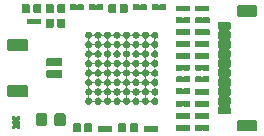
<source format=gbr>
G04 #@! TF.GenerationSoftware,KiCad,Pcbnew,(5.1.5-0-10_14)*
G04 #@! TF.CreationDate,2020-03-10T08:19:59-07:00*
G04 #@! TF.ProjectId,ARBO BT,4152424f-2042-4542-9e6b-696361645f70,rev?*
G04 #@! TF.SameCoordinates,Original*
G04 #@! TF.FileFunction,Soldermask,Bot*
G04 #@! TF.FilePolarity,Negative*
%FSLAX46Y46*%
G04 Gerber Fmt 4.6, Leading zero omitted, Abs format (unit mm)*
G04 Created by KiCad (PCBNEW (5.1.5-0-10_14)) date 2020-03-10 08:19:59*
%MOMM*%
%LPD*%
G04 APERTURE LIST*
%ADD10C,0.100000*%
G04 APERTURE END LIST*
D10*
G36*
X135176938Y-82181716D02*
G01*
X135197557Y-82187971D01*
X135216553Y-82198124D01*
X135233208Y-82211792D01*
X135246876Y-82228447D01*
X135257029Y-82247443D01*
X135263284Y-82268062D01*
X135266000Y-82295640D01*
X135266000Y-82804360D01*
X135263284Y-82831938D01*
X135257029Y-82852557D01*
X135246876Y-82871553D01*
X135233208Y-82888208D01*
X135216553Y-82901876D01*
X135197557Y-82912029D01*
X135176938Y-82918284D01*
X135149360Y-82921000D01*
X134690640Y-82921000D01*
X134663062Y-82918284D01*
X134642443Y-82912029D01*
X134623447Y-82901876D01*
X134606792Y-82888208D01*
X134593124Y-82871553D01*
X134582971Y-82852557D01*
X134576716Y-82831938D01*
X134574000Y-82804360D01*
X134574000Y-82295640D01*
X134576716Y-82268062D01*
X134582971Y-82247443D01*
X134593124Y-82228447D01*
X134606792Y-82211792D01*
X134623447Y-82198124D01*
X134642443Y-82187971D01*
X134663062Y-82181716D01*
X134690640Y-82179000D01*
X135149360Y-82179000D01*
X135176938Y-82181716D01*
G37*
G36*
X134206938Y-82181716D02*
G01*
X134227557Y-82187971D01*
X134246553Y-82198124D01*
X134263208Y-82211792D01*
X134276876Y-82228447D01*
X134287029Y-82247443D01*
X134293284Y-82268062D01*
X134296000Y-82295640D01*
X134296000Y-82804360D01*
X134293284Y-82831938D01*
X134287029Y-82852557D01*
X134276876Y-82871553D01*
X134263208Y-82888208D01*
X134246553Y-82901876D01*
X134227557Y-82912029D01*
X134206938Y-82918284D01*
X134179360Y-82921000D01*
X133720640Y-82921000D01*
X133693062Y-82918284D01*
X133672443Y-82912029D01*
X133653447Y-82901876D01*
X133636792Y-82888208D01*
X133623124Y-82871553D01*
X133612971Y-82852557D01*
X133606716Y-82831938D01*
X133604000Y-82804360D01*
X133604000Y-82295640D01*
X133606716Y-82268062D01*
X133612971Y-82247443D01*
X133623124Y-82228447D01*
X133636792Y-82211792D01*
X133653447Y-82198124D01*
X133672443Y-82187971D01*
X133693062Y-82181716D01*
X133720640Y-82179000D01*
X134179360Y-82179000D01*
X134206938Y-82181716D01*
G37*
G36*
X131326938Y-82181716D02*
G01*
X131347557Y-82187971D01*
X131366553Y-82198124D01*
X131383208Y-82211792D01*
X131396876Y-82228447D01*
X131407029Y-82247443D01*
X131413284Y-82268062D01*
X131416000Y-82295640D01*
X131416000Y-82804360D01*
X131413284Y-82831938D01*
X131407029Y-82852557D01*
X131396876Y-82871553D01*
X131383208Y-82888208D01*
X131366553Y-82901876D01*
X131347557Y-82912029D01*
X131326938Y-82918284D01*
X131299360Y-82921000D01*
X130840640Y-82921000D01*
X130813062Y-82918284D01*
X130792443Y-82912029D01*
X130773447Y-82901876D01*
X130756792Y-82888208D01*
X130743124Y-82871553D01*
X130732971Y-82852557D01*
X130726716Y-82831938D01*
X130724000Y-82804360D01*
X130724000Y-82295640D01*
X130726716Y-82268062D01*
X130732971Y-82247443D01*
X130743124Y-82228447D01*
X130756792Y-82211792D01*
X130773447Y-82198124D01*
X130792443Y-82187971D01*
X130813062Y-82181716D01*
X130840640Y-82179000D01*
X131299360Y-82179000D01*
X131326938Y-82181716D01*
G37*
G36*
X130356938Y-82181716D02*
G01*
X130377557Y-82187971D01*
X130396553Y-82198124D01*
X130413208Y-82211792D01*
X130426876Y-82228447D01*
X130437029Y-82247443D01*
X130443284Y-82268062D01*
X130446000Y-82295640D01*
X130446000Y-82804360D01*
X130443284Y-82831938D01*
X130437029Y-82852557D01*
X130426876Y-82871553D01*
X130413208Y-82888208D01*
X130396553Y-82901876D01*
X130377557Y-82912029D01*
X130356938Y-82918284D01*
X130329360Y-82921000D01*
X129870640Y-82921000D01*
X129843062Y-82918284D01*
X129822443Y-82912029D01*
X129803447Y-82901876D01*
X129786792Y-82888208D01*
X129773124Y-82871553D01*
X129762971Y-82852557D01*
X129756716Y-82831938D01*
X129754000Y-82804360D01*
X129754000Y-82295640D01*
X129756716Y-82268062D01*
X129762971Y-82247443D01*
X129773124Y-82228447D01*
X129786792Y-82211792D01*
X129803447Y-82198124D01*
X129822443Y-82187971D01*
X129843062Y-82181716D01*
X129870640Y-82179000D01*
X130329360Y-82179000D01*
X130356938Y-82181716D01*
G37*
G36*
X132380170Y-82400803D02*
G01*
X132391877Y-82404355D01*
X132411077Y-82414617D01*
X132433716Y-82423994D01*
X132457749Y-82428774D01*
X132482253Y-82428774D01*
X132506286Y-82423993D01*
X132528923Y-82414617D01*
X132548123Y-82404355D01*
X132559830Y-82400803D01*
X132578138Y-82399000D01*
X133001862Y-82399000D01*
X133020170Y-82400803D01*
X133031875Y-82404354D01*
X133042665Y-82410121D01*
X133052119Y-82417881D01*
X133059879Y-82427335D01*
X133065646Y-82438125D01*
X133069197Y-82449830D01*
X133071000Y-82468138D01*
X133071000Y-82831862D01*
X133069197Y-82850170D01*
X133065646Y-82861875D01*
X133059879Y-82872665D01*
X133052119Y-82882119D01*
X133042665Y-82889879D01*
X133031875Y-82895646D01*
X133020170Y-82899197D01*
X133001862Y-82901000D01*
X132578138Y-82901000D01*
X132559830Y-82899197D01*
X132548123Y-82895645D01*
X132528923Y-82885383D01*
X132506284Y-82876006D01*
X132482251Y-82871226D01*
X132457747Y-82871226D01*
X132433714Y-82876007D01*
X132411077Y-82885383D01*
X132391877Y-82895645D01*
X132380170Y-82899197D01*
X132361862Y-82901000D01*
X131938138Y-82901000D01*
X131919830Y-82899197D01*
X131908125Y-82895646D01*
X131897335Y-82889879D01*
X131887881Y-82882119D01*
X131880121Y-82872665D01*
X131874354Y-82861875D01*
X131870803Y-82850170D01*
X131869000Y-82831862D01*
X131869000Y-82468138D01*
X131870803Y-82449830D01*
X131874354Y-82438125D01*
X131880121Y-82427335D01*
X131887881Y-82417881D01*
X131897335Y-82410121D01*
X131908125Y-82404354D01*
X131919830Y-82400803D01*
X131938138Y-82399000D01*
X132361862Y-82399000D01*
X132380170Y-82400803D01*
G37*
G36*
X136280170Y-82400803D02*
G01*
X136291877Y-82404355D01*
X136311077Y-82414617D01*
X136333716Y-82423994D01*
X136357749Y-82428774D01*
X136382253Y-82428774D01*
X136406286Y-82423993D01*
X136428923Y-82414617D01*
X136448123Y-82404355D01*
X136459830Y-82400803D01*
X136478138Y-82399000D01*
X136901862Y-82399000D01*
X136920170Y-82400803D01*
X136931875Y-82404354D01*
X136942665Y-82410121D01*
X136952119Y-82417881D01*
X136959879Y-82427335D01*
X136965646Y-82438125D01*
X136969197Y-82449830D01*
X136971000Y-82468138D01*
X136971000Y-82831862D01*
X136969197Y-82850170D01*
X136965646Y-82861875D01*
X136959879Y-82872665D01*
X136952119Y-82882119D01*
X136942665Y-82889879D01*
X136931875Y-82895646D01*
X136920170Y-82899197D01*
X136901862Y-82901000D01*
X136478138Y-82901000D01*
X136459830Y-82899197D01*
X136448123Y-82895645D01*
X136428923Y-82885383D01*
X136406284Y-82876006D01*
X136382251Y-82871226D01*
X136357747Y-82871226D01*
X136333714Y-82876007D01*
X136311077Y-82885383D01*
X136291877Y-82895645D01*
X136280170Y-82899197D01*
X136261862Y-82901000D01*
X135838138Y-82901000D01*
X135819830Y-82899197D01*
X135808125Y-82895646D01*
X135797335Y-82889879D01*
X135787881Y-82882119D01*
X135780121Y-82872665D01*
X135774354Y-82861875D01*
X135770803Y-82850170D01*
X135769000Y-82831862D01*
X135769000Y-82468138D01*
X135770803Y-82449830D01*
X135774354Y-82438125D01*
X135780121Y-82427335D01*
X135787881Y-82417881D01*
X135797335Y-82410121D01*
X135808125Y-82404354D01*
X135819830Y-82400803D01*
X135838138Y-82399000D01*
X136261862Y-82399000D01*
X136280170Y-82400803D01*
G37*
G36*
X145199560Y-81853205D02*
G01*
X145234713Y-81863869D01*
X145267110Y-81881186D01*
X145295509Y-81904491D01*
X145318814Y-81932890D01*
X145336131Y-81965287D01*
X145346795Y-82000440D01*
X145351000Y-82043140D01*
X145351000Y-82656860D01*
X145346795Y-82699560D01*
X145336131Y-82734713D01*
X145318814Y-82767110D01*
X145295509Y-82795509D01*
X145267110Y-82818814D01*
X145234713Y-82836131D01*
X145199560Y-82846795D01*
X145156860Y-82851000D01*
X143843140Y-82851000D01*
X143800440Y-82846795D01*
X143765287Y-82836131D01*
X143732890Y-82818814D01*
X143704491Y-82795509D01*
X143681186Y-82767110D01*
X143663869Y-82734713D01*
X143653205Y-82699560D01*
X143649000Y-82656860D01*
X143649000Y-82043140D01*
X143653205Y-82000440D01*
X143663869Y-81965287D01*
X143681186Y-81932890D01*
X143704491Y-81904491D01*
X143732890Y-81881186D01*
X143765287Y-81863869D01*
X143800440Y-81853205D01*
X143843140Y-81849000D01*
X145156860Y-81849000D01*
X145199560Y-81853205D01*
G37*
G36*
X139010170Y-82300803D02*
G01*
X139021877Y-82304355D01*
X139041077Y-82314617D01*
X139063716Y-82323994D01*
X139087749Y-82328774D01*
X139112253Y-82328774D01*
X139136286Y-82323993D01*
X139158923Y-82314617D01*
X139178123Y-82304355D01*
X139189830Y-82300803D01*
X139208138Y-82299000D01*
X139631862Y-82299000D01*
X139650170Y-82300803D01*
X139661875Y-82304354D01*
X139672665Y-82310121D01*
X139682119Y-82317881D01*
X139689879Y-82327335D01*
X139695646Y-82338125D01*
X139699197Y-82349830D01*
X139701000Y-82368138D01*
X139701000Y-82731862D01*
X139699197Y-82750170D01*
X139695646Y-82761875D01*
X139689879Y-82772665D01*
X139682119Y-82782119D01*
X139672665Y-82789879D01*
X139661875Y-82795646D01*
X139650170Y-82799197D01*
X139631862Y-82801000D01*
X139208138Y-82801000D01*
X139189830Y-82799197D01*
X139178123Y-82795645D01*
X139158923Y-82785383D01*
X139136284Y-82776006D01*
X139112251Y-82771226D01*
X139087747Y-82771226D01*
X139063714Y-82776007D01*
X139041077Y-82785383D01*
X139021877Y-82795645D01*
X139010170Y-82799197D01*
X138991862Y-82801000D01*
X138568138Y-82801000D01*
X138549830Y-82799197D01*
X138538125Y-82795646D01*
X138527335Y-82789879D01*
X138517881Y-82782119D01*
X138510121Y-82772665D01*
X138504354Y-82761875D01*
X138500803Y-82750170D01*
X138499000Y-82731862D01*
X138499000Y-82368138D01*
X138500803Y-82349830D01*
X138504354Y-82338125D01*
X138510121Y-82327335D01*
X138517881Y-82317881D01*
X138527335Y-82310121D01*
X138538125Y-82304354D01*
X138549830Y-82300803D01*
X138568138Y-82299000D01*
X138991862Y-82299000D01*
X139010170Y-82300803D01*
G37*
G36*
X140630170Y-82300803D02*
G01*
X140641877Y-82304355D01*
X140661077Y-82314617D01*
X140683716Y-82323994D01*
X140707749Y-82328774D01*
X140732253Y-82328774D01*
X140756286Y-82323993D01*
X140778923Y-82314617D01*
X140798123Y-82304355D01*
X140809830Y-82300803D01*
X140828138Y-82299000D01*
X141251862Y-82299000D01*
X141270170Y-82300803D01*
X141281875Y-82304354D01*
X141292665Y-82310121D01*
X141302119Y-82317881D01*
X141309879Y-82327335D01*
X141315646Y-82338125D01*
X141319197Y-82349830D01*
X141321000Y-82368138D01*
X141321000Y-82731862D01*
X141319197Y-82750170D01*
X141315646Y-82761875D01*
X141309879Y-82772665D01*
X141302119Y-82782119D01*
X141292665Y-82789879D01*
X141281875Y-82795646D01*
X141270170Y-82799197D01*
X141251862Y-82801000D01*
X140828138Y-82801000D01*
X140809830Y-82799197D01*
X140798123Y-82795645D01*
X140778923Y-82785383D01*
X140756284Y-82776006D01*
X140732251Y-82771226D01*
X140707747Y-82771226D01*
X140683714Y-82776007D01*
X140661077Y-82785383D01*
X140641877Y-82795645D01*
X140630170Y-82799197D01*
X140611862Y-82801000D01*
X140188138Y-82801000D01*
X140169830Y-82799197D01*
X140158125Y-82795646D01*
X140147335Y-82789879D01*
X140137881Y-82782119D01*
X140130121Y-82772665D01*
X140124354Y-82761875D01*
X140120803Y-82750170D01*
X140119000Y-82731862D01*
X140119000Y-82368138D01*
X140120803Y-82349830D01*
X140124354Y-82338125D01*
X140130121Y-82327335D01*
X140137881Y-82317881D01*
X140147335Y-82310121D01*
X140158125Y-82304354D01*
X140169830Y-82300803D01*
X140188138Y-82299000D01*
X140611862Y-82299000D01*
X140630170Y-82300803D01*
G37*
G36*
X124798422Y-81540379D02*
G01*
X124828628Y-81552891D01*
X124855818Y-81571059D01*
X124861612Y-81576853D01*
X124880554Y-81592398D01*
X124902165Y-81603949D01*
X124925614Y-81611062D01*
X124950000Y-81613464D01*
X124974386Y-81611062D01*
X124997835Y-81603949D01*
X125019446Y-81592398D01*
X125038388Y-81576853D01*
X125044182Y-81571059D01*
X125071372Y-81552891D01*
X125101578Y-81540379D01*
X125133649Y-81534000D01*
X125166351Y-81534000D01*
X125198422Y-81540379D01*
X125228628Y-81552891D01*
X125255818Y-81571059D01*
X125278941Y-81594182D01*
X125297109Y-81621372D01*
X125309621Y-81651578D01*
X125316000Y-81683649D01*
X125316000Y-81716351D01*
X125309621Y-81748422D01*
X125297109Y-81778628D01*
X125278941Y-81805818D01*
X125273147Y-81811612D01*
X125257602Y-81830554D01*
X125246051Y-81852165D01*
X125238938Y-81875614D01*
X125236536Y-81900000D01*
X125238938Y-81924386D01*
X125246051Y-81947835D01*
X125257602Y-81969446D01*
X125273147Y-81988388D01*
X125278941Y-81994182D01*
X125297109Y-82021372D01*
X125309621Y-82051578D01*
X125316000Y-82083649D01*
X125316000Y-82116351D01*
X125309621Y-82148422D01*
X125297109Y-82178628D01*
X125278941Y-82205818D01*
X125273147Y-82211612D01*
X125257602Y-82230554D01*
X125246051Y-82252165D01*
X125238938Y-82275614D01*
X125236536Y-82300000D01*
X125238938Y-82324386D01*
X125246051Y-82347835D01*
X125257602Y-82369446D01*
X125273147Y-82388388D01*
X125278941Y-82394182D01*
X125297109Y-82421372D01*
X125309621Y-82451578D01*
X125316000Y-82483649D01*
X125316000Y-82516351D01*
X125309621Y-82548422D01*
X125297109Y-82578628D01*
X125278941Y-82605818D01*
X125255818Y-82628941D01*
X125228628Y-82647109D01*
X125198422Y-82659621D01*
X125166351Y-82666000D01*
X125133649Y-82666000D01*
X125101578Y-82659621D01*
X125071372Y-82647109D01*
X125044182Y-82628941D01*
X125038388Y-82623147D01*
X125019446Y-82607602D01*
X124997835Y-82596051D01*
X124974386Y-82588938D01*
X124950000Y-82586536D01*
X124925614Y-82588938D01*
X124902165Y-82596051D01*
X124880554Y-82607602D01*
X124861612Y-82623147D01*
X124855818Y-82628941D01*
X124828628Y-82647109D01*
X124798422Y-82659621D01*
X124766351Y-82666000D01*
X124733649Y-82666000D01*
X124701578Y-82659621D01*
X124671372Y-82647109D01*
X124644182Y-82628941D01*
X124621059Y-82605818D01*
X124602891Y-82578628D01*
X124590379Y-82548422D01*
X124584000Y-82516351D01*
X124584000Y-82483649D01*
X124590379Y-82451578D01*
X124602891Y-82421372D01*
X124621059Y-82394182D01*
X124626853Y-82388388D01*
X124642398Y-82369446D01*
X124653949Y-82347835D01*
X124661062Y-82324386D01*
X124663464Y-82300000D01*
X124661062Y-82275614D01*
X124653949Y-82252165D01*
X124642398Y-82230554D01*
X124626853Y-82211612D01*
X124621059Y-82205818D01*
X124602891Y-82178628D01*
X124590379Y-82148422D01*
X124584000Y-82116351D01*
X124584000Y-82083649D01*
X124590379Y-82051578D01*
X124602891Y-82021372D01*
X124621059Y-81994182D01*
X124626853Y-81988388D01*
X124642398Y-81969446D01*
X124653949Y-81947835D01*
X124661062Y-81924386D01*
X124663464Y-81900000D01*
X124661062Y-81875614D01*
X124653949Y-81852165D01*
X124642398Y-81830554D01*
X124626853Y-81811612D01*
X124621059Y-81805818D01*
X124602891Y-81778628D01*
X124590379Y-81748422D01*
X124584000Y-81716351D01*
X124584000Y-81683649D01*
X124590379Y-81651578D01*
X124602891Y-81621372D01*
X124621059Y-81594182D01*
X124644182Y-81571059D01*
X124671372Y-81552891D01*
X124701578Y-81540379D01*
X124733649Y-81534000D01*
X124766351Y-81534000D01*
X124798422Y-81540379D01*
G37*
G36*
X127442091Y-81328085D02*
G01*
X127476069Y-81338393D01*
X127507390Y-81355134D01*
X127534839Y-81377661D01*
X127557366Y-81405110D01*
X127574107Y-81436431D01*
X127584415Y-81470409D01*
X127588500Y-81511890D01*
X127588500Y-82188110D01*
X127584415Y-82229591D01*
X127574107Y-82263569D01*
X127557366Y-82294890D01*
X127534839Y-82322339D01*
X127507390Y-82344866D01*
X127476069Y-82361607D01*
X127442091Y-82371915D01*
X127400610Y-82376000D01*
X126799390Y-82376000D01*
X126757909Y-82371915D01*
X126723931Y-82361607D01*
X126692610Y-82344866D01*
X126665161Y-82322339D01*
X126642634Y-82294890D01*
X126625893Y-82263569D01*
X126615585Y-82229591D01*
X126611500Y-82188110D01*
X126611500Y-81511890D01*
X126615585Y-81470409D01*
X126625893Y-81436431D01*
X126642634Y-81405110D01*
X126665161Y-81377661D01*
X126692610Y-81355134D01*
X126723931Y-81338393D01*
X126757909Y-81328085D01*
X126799390Y-81324000D01*
X127400610Y-81324000D01*
X127442091Y-81328085D01*
G37*
G36*
X129017091Y-81328085D02*
G01*
X129051069Y-81338393D01*
X129082390Y-81355134D01*
X129109839Y-81377661D01*
X129132366Y-81405110D01*
X129149107Y-81436431D01*
X129159415Y-81470409D01*
X129163500Y-81511890D01*
X129163500Y-82188110D01*
X129159415Y-82229591D01*
X129149107Y-82263569D01*
X129132366Y-82294890D01*
X129109839Y-82322339D01*
X129082390Y-82344866D01*
X129051069Y-82361607D01*
X129017091Y-82371915D01*
X128975610Y-82376000D01*
X128374390Y-82376000D01*
X128332909Y-82371915D01*
X128298931Y-82361607D01*
X128267610Y-82344866D01*
X128240161Y-82322339D01*
X128217634Y-82294890D01*
X128200893Y-82263569D01*
X128190585Y-82229591D01*
X128186500Y-82188110D01*
X128186500Y-81511890D01*
X128190585Y-81470409D01*
X128200893Y-81436431D01*
X128217634Y-81405110D01*
X128240161Y-81377661D01*
X128267610Y-81355134D01*
X128298931Y-81338393D01*
X128332909Y-81328085D01*
X128374390Y-81324000D01*
X128975610Y-81324000D01*
X129017091Y-81328085D01*
G37*
G36*
X140610170Y-81300803D02*
G01*
X140621877Y-81304355D01*
X140641077Y-81314617D01*
X140663716Y-81323994D01*
X140687749Y-81328774D01*
X140712253Y-81328774D01*
X140736286Y-81323993D01*
X140758923Y-81314617D01*
X140778123Y-81304355D01*
X140789830Y-81300803D01*
X140808138Y-81299000D01*
X141231862Y-81299000D01*
X141250170Y-81300803D01*
X141261875Y-81304354D01*
X141272665Y-81310121D01*
X141282119Y-81317881D01*
X141289879Y-81327335D01*
X141295646Y-81338125D01*
X141299197Y-81349830D01*
X141301000Y-81368138D01*
X141301000Y-81731862D01*
X141299197Y-81750170D01*
X141295646Y-81761875D01*
X141289879Y-81772665D01*
X141282119Y-81782119D01*
X141272665Y-81789879D01*
X141261875Y-81795646D01*
X141250170Y-81799197D01*
X141231862Y-81801000D01*
X140808138Y-81801000D01*
X140789830Y-81799197D01*
X140778123Y-81795645D01*
X140758923Y-81785383D01*
X140736284Y-81776006D01*
X140712251Y-81771226D01*
X140687747Y-81771226D01*
X140663714Y-81776007D01*
X140641077Y-81785383D01*
X140621877Y-81795645D01*
X140610170Y-81799197D01*
X140591862Y-81801000D01*
X140168138Y-81801000D01*
X140149830Y-81799197D01*
X140138125Y-81795646D01*
X140127335Y-81789879D01*
X140117881Y-81782119D01*
X140110121Y-81772665D01*
X140104354Y-81761875D01*
X140100803Y-81750170D01*
X140099000Y-81731862D01*
X140099000Y-81368138D01*
X140100803Y-81349830D01*
X140104354Y-81338125D01*
X140110121Y-81327335D01*
X140117881Y-81317881D01*
X140127335Y-81310121D01*
X140138125Y-81304354D01*
X140149830Y-81300803D01*
X140168138Y-81299000D01*
X140591862Y-81299000D01*
X140610170Y-81300803D01*
G37*
G36*
X138990170Y-81300803D02*
G01*
X139001877Y-81304355D01*
X139021077Y-81314617D01*
X139043716Y-81323994D01*
X139067749Y-81328774D01*
X139092253Y-81328774D01*
X139116286Y-81323993D01*
X139138923Y-81314617D01*
X139158123Y-81304355D01*
X139169830Y-81300803D01*
X139188138Y-81299000D01*
X139611862Y-81299000D01*
X139630170Y-81300803D01*
X139641875Y-81304354D01*
X139652665Y-81310121D01*
X139662119Y-81317881D01*
X139669879Y-81327335D01*
X139675646Y-81338125D01*
X139679197Y-81349830D01*
X139681000Y-81368138D01*
X139681000Y-81731862D01*
X139679197Y-81750170D01*
X139675646Y-81761875D01*
X139669879Y-81772665D01*
X139662119Y-81782119D01*
X139652665Y-81789879D01*
X139641875Y-81795646D01*
X139630170Y-81799197D01*
X139611862Y-81801000D01*
X139188138Y-81801000D01*
X139169830Y-81799197D01*
X139158123Y-81795645D01*
X139138923Y-81785383D01*
X139116284Y-81776006D01*
X139092251Y-81771226D01*
X139067747Y-81771226D01*
X139043714Y-81776007D01*
X139021077Y-81785383D01*
X139001877Y-81795645D01*
X138990170Y-81799197D01*
X138971862Y-81801000D01*
X138548138Y-81801000D01*
X138529830Y-81799197D01*
X138518125Y-81795646D01*
X138507335Y-81789879D01*
X138497881Y-81782119D01*
X138490121Y-81772665D01*
X138484354Y-81761875D01*
X138480803Y-81750170D01*
X138479000Y-81731862D01*
X138479000Y-81368138D01*
X138480803Y-81349830D01*
X138484354Y-81338125D01*
X138490121Y-81327335D01*
X138497881Y-81317881D01*
X138507335Y-81310121D01*
X138518125Y-81304354D01*
X138529830Y-81300803D01*
X138548138Y-81299000D01*
X138971862Y-81299000D01*
X138990170Y-81300803D01*
G37*
G36*
X143060051Y-73601284D02*
G01*
X143076443Y-73606257D01*
X143091555Y-73614334D01*
X143104798Y-73625202D01*
X143115666Y-73638445D01*
X143123743Y-73653557D01*
X143128716Y-73669949D01*
X143131000Y-73693141D01*
X143131000Y-74106859D01*
X143128716Y-74130051D01*
X143123743Y-74146443D01*
X143115666Y-74161555D01*
X143104798Y-74174798D01*
X143091553Y-74185667D01*
X143083894Y-74189761D01*
X143063520Y-74203374D01*
X143046193Y-74220701D01*
X143032579Y-74241076D01*
X143023202Y-74263714D01*
X143018421Y-74287748D01*
X143018421Y-74312252D01*
X143023201Y-74336285D01*
X143032579Y-74358924D01*
X143046192Y-74379298D01*
X143063519Y-74396625D01*
X143083894Y-74410239D01*
X143091553Y-74414333D01*
X143104798Y-74425202D01*
X143115666Y-74438445D01*
X143123743Y-74453557D01*
X143128716Y-74469949D01*
X143131000Y-74493141D01*
X143131000Y-74906859D01*
X143128716Y-74930051D01*
X143123743Y-74946443D01*
X143115666Y-74961555D01*
X143104798Y-74974798D01*
X143091553Y-74985667D01*
X143083894Y-74989761D01*
X143063520Y-75003374D01*
X143046193Y-75020701D01*
X143032579Y-75041076D01*
X143023202Y-75063714D01*
X143018421Y-75087748D01*
X143018421Y-75112252D01*
X143023201Y-75136285D01*
X143032579Y-75158924D01*
X143046192Y-75179298D01*
X143063519Y-75196625D01*
X143083894Y-75210239D01*
X143091553Y-75214333D01*
X143104798Y-75225202D01*
X143115666Y-75238445D01*
X143123743Y-75253557D01*
X143128716Y-75269949D01*
X143131000Y-75293141D01*
X143131000Y-75706859D01*
X143128716Y-75730051D01*
X143123743Y-75746443D01*
X143115666Y-75761555D01*
X143104798Y-75774798D01*
X143091553Y-75785667D01*
X143083894Y-75789761D01*
X143063520Y-75803374D01*
X143046193Y-75820701D01*
X143032579Y-75841076D01*
X143023202Y-75863714D01*
X143018421Y-75887748D01*
X143018421Y-75912252D01*
X143023201Y-75936285D01*
X143032579Y-75958924D01*
X143046192Y-75979298D01*
X143063519Y-75996625D01*
X143083894Y-76010239D01*
X143091553Y-76014333D01*
X143104798Y-76025202D01*
X143115666Y-76038445D01*
X143123743Y-76053557D01*
X143128716Y-76069949D01*
X143131000Y-76093141D01*
X143131000Y-76506859D01*
X143128716Y-76530051D01*
X143123743Y-76546443D01*
X143115666Y-76561555D01*
X143104798Y-76574798D01*
X143091553Y-76585667D01*
X143083894Y-76589761D01*
X143063520Y-76603374D01*
X143046193Y-76620701D01*
X143032579Y-76641076D01*
X143023202Y-76663714D01*
X143018421Y-76687748D01*
X143018421Y-76712252D01*
X143023201Y-76736285D01*
X143032579Y-76758924D01*
X143046192Y-76779298D01*
X143063519Y-76796625D01*
X143083894Y-76810239D01*
X143091553Y-76814333D01*
X143104798Y-76825202D01*
X143115666Y-76838445D01*
X143123743Y-76853557D01*
X143128716Y-76869949D01*
X143131000Y-76893141D01*
X143131000Y-77306859D01*
X143128716Y-77330051D01*
X143123743Y-77346443D01*
X143115666Y-77361555D01*
X143104798Y-77374798D01*
X143091553Y-77385667D01*
X143083894Y-77389761D01*
X143063520Y-77403374D01*
X143046193Y-77420701D01*
X143032579Y-77441076D01*
X143023202Y-77463714D01*
X143018421Y-77487748D01*
X143018421Y-77512252D01*
X143023201Y-77536285D01*
X143032579Y-77558924D01*
X143046192Y-77579298D01*
X143063519Y-77596625D01*
X143083894Y-77610239D01*
X143091553Y-77614333D01*
X143104798Y-77625202D01*
X143115666Y-77638445D01*
X143123743Y-77653557D01*
X143128716Y-77669949D01*
X143131000Y-77693141D01*
X143131000Y-78106859D01*
X143128716Y-78130051D01*
X143123743Y-78146443D01*
X143115666Y-78161555D01*
X143104798Y-78174798D01*
X143091553Y-78185667D01*
X143083894Y-78189761D01*
X143063520Y-78203374D01*
X143046193Y-78220701D01*
X143032579Y-78241076D01*
X143023202Y-78263714D01*
X143018421Y-78287748D01*
X143018421Y-78312252D01*
X143023201Y-78336285D01*
X143032579Y-78358924D01*
X143046192Y-78379298D01*
X143063519Y-78396625D01*
X143083894Y-78410239D01*
X143091553Y-78414333D01*
X143104798Y-78425202D01*
X143115666Y-78438445D01*
X143123743Y-78453557D01*
X143128716Y-78469949D01*
X143131000Y-78493141D01*
X143131000Y-78906859D01*
X143128716Y-78930051D01*
X143123743Y-78946443D01*
X143115666Y-78961555D01*
X143104798Y-78974798D01*
X143091553Y-78985667D01*
X143083894Y-78989761D01*
X143063520Y-79003374D01*
X143046193Y-79020701D01*
X143032579Y-79041076D01*
X143023202Y-79063714D01*
X143018421Y-79087748D01*
X143018421Y-79112252D01*
X143023201Y-79136285D01*
X143032579Y-79158924D01*
X143046192Y-79179298D01*
X143063519Y-79196625D01*
X143083894Y-79210239D01*
X143091553Y-79214333D01*
X143104798Y-79225202D01*
X143115666Y-79238445D01*
X143123743Y-79253557D01*
X143128716Y-79269949D01*
X143131000Y-79293141D01*
X143131000Y-79706859D01*
X143128716Y-79730051D01*
X143123743Y-79746443D01*
X143115666Y-79761555D01*
X143104798Y-79774798D01*
X143091553Y-79785667D01*
X143083894Y-79789761D01*
X143063520Y-79803374D01*
X143046193Y-79820701D01*
X143032579Y-79841076D01*
X143023202Y-79863714D01*
X143018421Y-79887748D01*
X143018421Y-79912252D01*
X143023201Y-79936285D01*
X143032579Y-79958924D01*
X143046192Y-79979298D01*
X143063519Y-79996625D01*
X143083894Y-80010239D01*
X143091553Y-80014333D01*
X143104798Y-80025202D01*
X143115666Y-80038445D01*
X143123743Y-80053557D01*
X143128716Y-80069949D01*
X143131000Y-80093141D01*
X143131000Y-80506859D01*
X143128716Y-80530051D01*
X143123743Y-80546443D01*
X143115666Y-80561555D01*
X143104798Y-80574798D01*
X143091553Y-80585667D01*
X143083894Y-80589761D01*
X143063520Y-80603374D01*
X143046193Y-80620701D01*
X143032579Y-80641076D01*
X143023202Y-80663714D01*
X143018421Y-80687748D01*
X143018421Y-80712252D01*
X143023201Y-80736285D01*
X143032579Y-80758924D01*
X143046192Y-80779298D01*
X143063519Y-80796625D01*
X143083894Y-80810239D01*
X143091553Y-80814333D01*
X143104798Y-80825202D01*
X143115666Y-80838445D01*
X143123743Y-80853557D01*
X143128716Y-80869949D01*
X143131000Y-80893141D01*
X143131000Y-81306859D01*
X143128716Y-81330051D01*
X143123743Y-81346443D01*
X143115666Y-81361555D01*
X143104798Y-81374798D01*
X143091555Y-81385666D01*
X143076443Y-81393743D01*
X143060051Y-81398716D01*
X143036859Y-81401000D01*
X142123141Y-81401000D01*
X142099949Y-81398716D01*
X142083557Y-81393743D01*
X142068445Y-81385666D01*
X142055202Y-81374798D01*
X142044334Y-81361555D01*
X142036257Y-81346443D01*
X142031284Y-81330051D01*
X142029000Y-81306859D01*
X142029000Y-80893141D01*
X142031284Y-80869949D01*
X142036257Y-80853557D01*
X142044334Y-80838445D01*
X142055202Y-80825202D01*
X142068447Y-80814333D01*
X142076106Y-80810239D01*
X142096480Y-80796626D01*
X142113807Y-80779299D01*
X142127421Y-80758924D01*
X142136798Y-80736286D01*
X142141579Y-80712252D01*
X142141579Y-80687748D01*
X142136799Y-80663715D01*
X142127421Y-80641076D01*
X142113808Y-80620702D01*
X142096481Y-80603375D01*
X142076106Y-80589761D01*
X142068447Y-80585667D01*
X142055202Y-80574798D01*
X142044334Y-80561555D01*
X142036257Y-80546443D01*
X142031284Y-80530051D01*
X142029000Y-80506859D01*
X142029000Y-80093141D01*
X142031284Y-80069949D01*
X142036257Y-80053557D01*
X142044334Y-80038445D01*
X142055202Y-80025202D01*
X142068447Y-80014333D01*
X142076106Y-80010239D01*
X142096480Y-79996626D01*
X142113807Y-79979299D01*
X142127421Y-79958924D01*
X142136798Y-79936286D01*
X142141579Y-79912252D01*
X142141579Y-79887748D01*
X142136799Y-79863715D01*
X142127421Y-79841076D01*
X142113808Y-79820702D01*
X142096481Y-79803375D01*
X142076106Y-79789761D01*
X142068447Y-79785667D01*
X142055202Y-79774798D01*
X142044334Y-79761555D01*
X142036257Y-79746443D01*
X142031284Y-79730051D01*
X142029000Y-79706859D01*
X142029000Y-79293141D01*
X142031284Y-79269949D01*
X142036257Y-79253557D01*
X142044334Y-79238445D01*
X142055202Y-79225202D01*
X142068447Y-79214333D01*
X142076106Y-79210239D01*
X142096480Y-79196626D01*
X142113807Y-79179299D01*
X142127421Y-79158924D01*
X142136798Y-79136286D01*
X142141579Y-79112252D01*
X142141579Y-79087748D01*
X142136799Y-79063715D01*
X142127421Y-79041076D01*
X142113808Y-79020702D01*
X142096481Y-79003375D01*
X142076106Y-78989761D01*
X142068447Y-78985667D01*
X142055202Y-78974798D01*
X142044334Y-78961555D01*
X142036257Y-78946443D01*
X142031284Y-78930051D01*
X142029000Y-78906859D01*
X142029000Y-78493141D01*
X142031284Y-78469949D01*
X142036257Y-78453557D01*
X142044334Y-78438445D01*
X142055202Y-78425202D01*
X142068447Y-78414333D01*
X142076106Y-78410239D01*
X142096480Y-78396626D01*
X142113807Y-78379299D01*
X142127421Y-78358924D01*
X142136798Y-78336286D01*
X142141579Y-78312252D01*
X142141579Y-78287748D01*
X142136799Y-78263715D01*
X142127421Y-78241076D01*
X142113808Y-78220702D01*
X142096481Y-78203375D01*
X142076106Y-78189761D01*
X142068447Y-78185667D01*
X142055202Y-78174798D01*
X142044334Y-78161555D01*
X142036257Y-78146443D01*
X142031284Y-78130051D01*
X142029000Y-78106859D01*
X142029000Y-77693141D01*
X142031284Y-77669949D01*
X142036257Y-77653557D01*
X142044334Y-77638445D01*
X142055202Y-77625202D01*
X142068447Y-77614333D01*
X142076106Y-77610239D01*
X142096480Y-77596626D01*
X142113807Y-77579299D01*
X142127421Y-77558924D01*
X142136798Y-77536286D01*
X142141579Y-77512252D01*
X142141579Y-77487748D01*
X142136799Y-77463715D01*
X142127421Y-77441076D01*
X142113808Y-77420702D01*
X142096481Y-77403375D01*
X142076106Y-77389761D01*
X142068447Y-77385667D01*
X142055202Y-77374798D01*
X142044334Y-77361555D01*
X142036257Y-77346443D01*
X142031284Y-77330051D01*
X142029000Y-77306859D01*
X142029000Y-76893141D01*
X142031284Y-76869949D01*
X142036257Y-76853557D01*
X142044334Y-76838445D01*
X142055202Y-76825202D01*
X142068447Y-76814333D01*
X142076106Y-76810239D01*
X142096480Y-76796626D01*
X142113807Y-76779299D01*
X142127421Y-76758924D01*
X142136798Y-76736286D01*
X142141579Y-76712252D01*
X142141579Y-76687748D01*
X142136799Y-76663715D01*
X142127421Y-76641076D01*
X142113808Y-76620702D01*
X142096481Y-76603375D01*
X142076106Y-76589761D01*
X142068447Y-76585667D01*
X142055202Y-76574798D01*
X142044334Y-76561555D01*
X142036257Y-76546443D01*
X142031284Y-76530051D01*
X142029000Y-76506859D01*
X142029000Y-76093141D01*
X142031284Y-76069949D01*
X142036257Y-76053557D01*
X142044334Y-76038445D01*
X142055202Y-76025202D01*
X142068447Y-76014333D01*
X142076106Y-76010239D01*
X142096480Y-75996626D01*
X142113807Y-75979299D01*
X142127421Y-75958924D01*
X142136798Y-75936286D01*
X142141579Y-75912252D01*
X142141579Y-75887748D01*
X142136799Y-75863715D01*
X142127421Y-75841076D01*
X142113808Y-75820702D01*
X142096481Y-75803375D01*
X142076106Y-75789761D01*
X142068447Y-75785667D01*
X142055202Y-75774798D01*
X142044334Y-75761555D01*
X142036257Y-75746443D01*
X142031284Y-75730051D01*
X142029000Y-75706859D01*
X142029000Y-75293141D01*
X142031284Y-75269949D01*
X142036257Y-75253557D01*
X142044334Y-75238445D01*
X142055202Y-75225202D01*
X142068447Y-75214333D01*
X142076106Y-75210239D01*
X142096480Y-75196626D01*
X142113807Y-75179299D01*
X142127421Y-75158924D01*
X142136798Y-75136286D01*
X142141579Y-75112252D01*
X142141579Y-75087748D01*
X142136799Y-75063715D01*
X142127421Y-75041076D01*
X142113808Y-75020702D01*
X142096481Y-75003375D01*
X142076106Y-74989761D01*
X142068447Y-74985667D01*
X142055202Y-74974798D01*
X142044334Y-74961555D01*
X142036257Y-74946443D01*
X142031284Y-74930051D01*
X142029000Y-74906859D01*
X142029000Y-74493141D01*
X142031284Y-74469949D01*
X142036257Y-74453557D01*
X142044334Y-74438445D01*
X142055202Y-74425202D01*
X142068447Y-74414333D01*
X142076106Y-74410239D01*
X142096480Y-74396626D01*
X142113807Y-74379299D01*
X142127421Y-74358924D01*
X142136798Y-74336286D01*
X142141579Y-74312252D01*
X142141579Y-74287748D01*
X142136799Y-74263715D01*
X142127421Y-74241076D01*
X142113808Y-74220702D01*
X142096481Y-74203375D01*
X142076106Y-74189761D01*
X142068447Y-74185667D01*
X142055202Y-74174798D01*
X142044334Y-74161555D01*
X142036257Y-74146443D01*
X142031284Y-74130051D01*
X142029000Y-74106859D01*
X142029000Y-73693141D01*
X142031284Y-73669949D01*
X142036257Y-73653557D01*
X142044334Y-73638445D01*
X142055202Y-73625202D01*
X142068445Y-73614334D01*
X142083557Y-73606257D01*
X142099949Y-73601284D01*
X142123141Y-73599000D01*
X143036859Y-73599000D01*
X143060051Y-73601284D01*
G37*
G36*
X140610170Y-80300803D02*
G01*
X140621877Y-80304355D01*
X140641077Y-80314617D01*
X140663716Y-80323994D01*
X140687749Y-80328774D01*
X140712253Y-80328774D01*
X140736286Y-80323993D01*
X140758923Y-80314617D01*
X140778123Y-80304355D01*
X140789830Y-80300803D01*
X140808138Y-80299000D01*
X141231862Y-80299000D01*
X141250170Y-80300803D01*
X141261875Y-80304354D01*
X141272665Y-80310121D01*
X141282119Y-80317881D01*
X141289879Y-80327335D01*
X141295646Y-80338125D01*
X141299197Y-80349830D01*
X141301000Y-80368138D01*
X141301000Y-80731862D01*
X141299197Y-80750170D01*
X141295646Y-80761875D01*
X141289879Y-80772665D01*
X141282119Y-80782119D01*
X141272665Y-80789879D01*
X141261875Y-80795646D01*
X141250170Y-80799197D01*
X141231862Y-80801000D01*
X140808138Y-80801000D01*
X140789830Y-80799197D01*
X140778123Y-80795645D01*
X140758923Y-80785383D01*
X140736284Y-80776006D01*
X140712251Y-80771226D01*
X140687747Y-80771226D01*
X140663714Y-80776007D01*
X140641077Y-80785383D01*
X140621877Y-80795645D01*
X140610170Y-80799197D01*
X140591862Y-80801000D01*
X140168138Y-80801000D01*
X140149830Y-80799197D01*
X140138125Y-80795646D01*
X140127335Y-80789879D01*
X140117881Y-80782119D01*
X140110121Y-80772665D01*
X140104354Y-80761875D01*
X140100803Y-80750170D01*
X140099000Y-80731862D01*
X140099000Y-80368138D01*
X140100803Y-80349830D01*
X140104354Y-80338125D01*
X140110121Y-80327335D01*
X140117881Y-80317881D01*
X140127335Y-80310121D01*
X140138125Y-80304354D01*
X140149830Y-80300803D01*
X140168138Y-80299000D01*
X140591862Y-80299000D01*
X140610170Y-80300803D01*
G37*
G36*
X138990170Y-80250803D02*
G01*
X139001877Y-80254355D01*
X139021077Y-80264617D01*
X139043716Y-80273994D01*
X139067749Y-80278774D01*
X139092253Y-80278774D01*
X139116286Y-80273993D01*
X139138923Y-80264617D01*
X139158123Y-80254355D01*
X139169830Y-80250803D01*
X139188138Y-80249000D01*
X139611862Y-80249000D01*
X139630170Y-80250803D01*
X139641875Y-80254354D01*
X139652665Y-80260121D01*
X139662119Y-80267881D01*
X139669879Y-80277335D01*
X139675646Y-80288125D01*
X139679197Y-80299830D01*
X139681000Y-80318138D01*
X139681000Y-80681862D01*
X139679197Y-80700170D01*
X139675646Y-80711875D01*
X139669879Y-80722665D01*
X139662119Y-80732119D01*
X139652665Y-80739879D01*
X139641875Y-80745646D01*
X139630170Y-80749197D01*
X139611862Y-80751000D01*
X139188138Y-80751000D01*
X139169830Y-80749197D01*
X139158123Y-80745645D01*
X139138923Y-80735383D01*
X139116284Y-80726006D01*
X139092251Y-80721226D01*
X139067747Y-80721226D01*
X139043714Y-80726007D01*
X139021077Y-80735383D01*
X139001877Y-80745645D01*
X138990170Y-80749197D01*
X138971862Y-80751000D01*
X138548138Y-80751000D01*
X138529830Y-80749197D01*
X138518125Y-80745646D01*
X138507335Y-80739879D01*
X138497881Y-80732119D01*
X138490121Y-80722665D01*
X138484354Y-80711875D01*
X138480803Y-80700170D01*
X138479000Y-80681862D01*
X138479000Y-80318138D01*
X138480803Y-80299830D01*
X138484354Y-80288125D01*
X138490121Y-80277335D01*
X138497881Y-80267881D01*
X138507335Y-80260121D01*
X138518125Y-80254354D01*
X138529830Y-80250803D01*
X138548138Y-80249000D01*
X138971862Y-80249000D01*
X138990170Y-80250803D01*
G37*
G36*
X131187797Y-74410567D02*
G01*
X131242575Y-74433257D01*
X131242577Y-74433258D01*
X131291876Y-74466198D01*
X131333802Y-74508124D01*
X131361448Y-74549500D01*
X131366743Y-74557425D01*
X131384516Y-74600332D01*
X131396067Y-74621943D01*
X131411613Y-74640885D01*
X131430555Y-74656430D01*
X131452165Y-74667981D01*
X131475614Y-74675094D01*
X131500000Y-74677496D01*
X131524387Y-74675094D01*
X131547835Y-74667981D01*
X131569446Y-74656430D01*
X131588388Y-74640884D01*
X131603933Y-74621942D01*
X131615484Y-74600332D01*
X131633257Y-74557425D01*
X131638552Y-74549500D01*
X131666198Y-74508124D01*
X131708124Y-74466198D01*
X131757423Y-74433258D01*
X131757425Y-74433257D01*
X131812203Y-74410567D01*
X131870353Y-74399000D01*
X131929647Y-74399000D01*
X131987797Y-74410567D01*
X132042575Y-74433257D01*
X132042577Y-74433258D01*
X132091876Y-74466198D01*
X132133802Y-74508124D01*
X132161448Y-74549500D01*
X132166743Y-74557425D01*
X132184516Y-74600332D01*
X132196067Y-74621943D01*
X132211613Y-74640885D01*
X132230555Y-74656430D01*
X132252165Y-74667981D01*
X132275614Y-74675094D01*
X132300000Y-74677496D01*
X132324387Y-74675094D01*
X132347835Y-74667981D01*
X132369446Y-74656430D01*
X132388388Y-74640884D01*
X132403933Y-74621942D01*
X132415484Y-74600332D01*
X132433257Y-74557425D01*
X132438552Y-74549500D01*
X132466198Y-74508124D01*
X132508124Y-74466198D01*
X132557423Y-74433258D01*
X132557425Y-74433257D01*
X132612203Y-74410567D01*
X132670353Y-74399000D01*
X132729647Y-74399000D01*
X132787797Y-74410567D01*
X132842575Y-74433257D01*
X132842577Y-74433258D01*
X132891876Y-74466198D01*
X132933802Y-74508124D01*
X132961448Y-74549500D01*
X132966743Y-74557425D01*
X132984516Y-74600332D01*
X132996067Y-74621943D01*
X133011613Y-74640885D01*
X133030555Y-74656430D01*
X133052165Y-74667981D01*
X133075614Y-74675094D01*
X133100000Y-74677496D01*
X133124387Y-74675094D01*
X133147835Y-74667981D01*
X133169446Y-74656430D01*
X133188388Y-74640884D01*
X133203933Y-74621942D01*
X133215484Y-74600332D01*
X133233257Y-74557425D01*
X133238552Y-74549500D01*
X133266198Y-74508124D01*
X133308124Y-74466198D01*
X133357423Y-74433258D01*
X133357425Y-74433257D01*
X133412203Y-74410567D01*
X133470353Y-74399000D01*
X133529647Y-74399000D01*
X133587797Y-74410567D01*
X133642575Y-74433257D01*
X133642577Y-74433258D01*
X133691876Y-74466198D01*
X133733802Y-74508124D01*
X133761448Y-74549500D01*
X133766743Y-74557425D01*
X133784516Y-74600332D01*
X133796067Y-74621943D01*
X133811613Y-74640885D01*
X133830555Y-74656430D01*
X133852165Y-74667981D01*
X133875614Y-74675094D01*
X133900000Y-74677496D01*
X133924387Y-74675094D01*
X133947835Y-74667981D01*
X133969446Y-74656430D01*
X133988388Y-74640884D01*
X134003933Y-74621942D01*
X134015484Y-74600332D01*
X134033257Y-74557425D01*
X134038552Y-74549500D01*
X134066198Y-74508124D01*
X134108124Y-74466198D01*
X134157423Y-74433258D01*
X134157425Y-74433257D01*
X134212203Y-74410567D01*
X134270353Y-74399000D01*
X134329647Y-74399000D01*
X134387797Y-74410567D01*
X134442575Y-74433257D01*
X134442577Y-74433258D01*
X134491876Y-74466198D01*
X134533802Y-74508124D01*
X134561448Y-74549500D01*
X134566743Y-74557425D01*
X134584516Y-74600332D01*
X134596067Y-74621943D01*
X134611613Y-74640885D01*
X134630555Y-74656430D01*
X134652165Y-74667981D01*
X134675614Y-74675094D01*
X134700000Y-74677496D01*
X134724387Y-74675094D01*
X134747835Y-74667981D01*
X134769446Y-74656430D01*
X134788388Y-74640884D01*
X134803933Y-74621942D01*
X134815484Y-74600332D01*
X134833257Y-74557425D01*
X134838552Y-74549500D01*
X134866198Y-74508124D01*
X134908124Y-74466198D01*
X134957423Y-74433258D01*
X134957425Y-74433257D01*
X135012203Y-74410567D01*
X135070353Y-74399000D01*
X135129647Y-74399000D01*
X135187797Y-74410567D01*
X135242575Y-74433257D01*
X135242577Y-74433258D01*
X135291876Y-74466198D01*
X135333802Y-74508124D01*
X135361448Y-74549500D01*
X135366743Y-74557425D01*
X135384516Y-74600332D01*
X135396067Y-74621943D01*
X135411613Y-74640885D01*
X135430555Y-74656430D01*
X135452165Y-74667981D01*
X135475614Y-74675094D01*
X135500000Y-74677496D01*
X135524387Y-74675094D01*
X135547835Y-74667981D01*
X135569446Y-74656430D01*
X135588388Y-74640884D01*
X135603933Y-74621942D01*
X135615484Y-74600332D01*
X135633257Y-74557425D01*
X135638552Y-74549500D01*
X135666198Y-74508124D01*
X135708124Y-74466198D01*
X135757423Y-74433258D01*
X135757425Y-74433257D01*
X135812203Y-74410567D01*
X135870353Y-74399000D01*
X135929647Y-74399000D01*
X135987797Y-74410567D01*
X136042575Y-74433257D01*
X136042577Y-74433258D01*
X136091876Y-74466198D01*
X136133802Y-74508124D01*
X136161448Y-74549500D01*
X136166743Y-74557425D01*
X136184516Y-74600332D01*
X136196067Y-74621943D01*
X136211613Y-74640885D01*
X136230555Y-74656430D01*
X136252165Y-74667981D01*
X136275614Y-74675094D01*
X136300000Y-74677496D01*
X136324387Y-74675094D01*
X136347835Y-74667981D01*
X136369446Y-74656430D01*
X136388388Y-74640884D01*
X136403933Y-74621942D01*
X136415484Y-74600332D01*
X136433257Y-74557425D01*
X136438552Y-74549500D01*
X136466198Y-74508124D01*
X136508124Y-74466198D01*
X136557423Y-74433258D01*
X136557425Y-74433257D01*
X136612203Y-74410567D01*
X136670353Y-74399000D01*
X136729647Y-74399000D01*
X136787797Y-74410567D01*
X136842575Y-74433257D01*
X136842577Y-74433258D01*
X136891876Y-74466198D01*
X136933802Y-74508124D01*
X136961448Y-74549500D01*
X136966743Y-74557425D01*
X136989433Y-74612203D01*
X137001000Y-74670353D01*
X137001000Y-74729647D01*
X136989433Y-74787797D01*
X136966743Y-74842575D01*
X136966742Y-74842577D01*
X136933802Y-74891876D01*
X136891876Y-74933802D01*
X136842577Y-74966742D01*
X136842576Y-74966743D01*
X136842575Y-74966743D01*
X136799668Y-74984516D01*
X136778057Y-74996067D01*
X136759115Y-75011613D01*
X136743570Y-75030555D01*
X136732019Y-75052165D01*
X136724906Y-75075614D01*
X136722504Y-75100000D01*
X136724906Y-75124387D01*
X136732019Y-75147835D01*
X136743570Y-75169446D01*
X136759116Y-75188388D01*
X136778058Y-75203933D01*
X136799668Y-75215484D01*
X136831752Y-75228774D01*
X136842577Y-75233258D01*
X136891876Y-75266198D01*
X136933802Y-75308124D01*
X136961448Y-75349500D01*
X136966743Y-75357425D01*
X136989433Y-75412203D01*
X137001000Y-75470353D01*
X137001000Y-75529647D01*
X136989433Y-75587797D01*
X136966743Y-75642575D01*
X136966742Y-75642577D01*
X136933802Y-75691876D01*
X136891876Y-75733802D01*
X136842577Y-75766742D01*
X136842576Y-75766743D01*
X136842575Y-75766743D01*
X136799668Y-75784516D01*
X136778057Y-75796067D01*
X136759115Y-75811613D01*
X136743570Y-75830555D01*
X136732019Y-75852165D01*
X136724906Y-75875614D01*
X136722504Y-75900000D01*
X136724906Y-75924387D01*
X136732019Y-75947835D01*
X136743570Y-75969446D01*
X136759116Y-75988388D01*
X136778058Y-76003933D01*
X136799668Y-76015484D01*
X136839376Y-76031932D01*
X136842577Y-76033258D01*
X136891876Y-76066198D01*
X136933802Y-76108124D01*
X136961448Y-76149500D01*
X136966743Y-76157425D01*
X136989433Y-76212203D01*
X137001000Y-76270353D01*
X137001000Y-76329647D01*
X136989433Y-76387797D01*
X136966743Y-76442575D01*
X136966742Y-76442577D01*
X136933802Y-76491876D01*
X136891876Y-76533802D01*
X136842577Y-76566742D01*
X136842576Y-76566743D01*
X136842575Y-76566743D01*
X136799668Y-76584516D01*
X136778057Y-76596067D01*
X136759115Y-76611613D01*
X136743570Y-76630555D01*
X136732019Y-76652165D01*
X136724906Y-76675614D01*
X136722504Y-76700000D01*
X136724906Y-76724387D01*
X136732019Y-76747835D01*
X136743570Y-76769446D01*
X136759116Y-76788388D01*
X136778058Y-76803933D01*
X136799668Y-76815484D01*
X136842575Y-76833257D01*
X136842577Y-76833258D01*
X136891876Y-76866198D01*
X136933802Y-76908124D01*
X136961448Y-76949500D01*
X136966743Y-76957425D01*
X136989433Y-77012203D01*
X137001000Y-77070353D01*
X137001000Y-77129647D01*
X136989433Y-77187797D01*
X136968586Y-77238125D01*
X136966742Y-77242577D01*
X136933802Y-77291876D01*
X136891876Y-77333802D01*
X136842577Y-77366742D01*
X136842576Y-77366743D01*
X136842575Y-77366743D01*
X136799668Y-77384516D01*
X136778057Y-77396067D01*
X136759115Y-77411613D01*
X136743570Y-77430555D01*
X136732019Y-77452165D01*
X136724906Y-77475614D01*
X136722504Y-77500000D01*
X136724906Y-77524387D01*
X136732019Y-77547835D01*
X136743570Y-77569446D01*
X136759116Y-77588388D01*
X136778058Y-77603933D01*
X136799668Y-77615484D01*
X136839207Y-77631862D01*
X136842577Y-77633258D01*
X136891876Y-77666198D01*
X136933802Y-77708124D01*
X136961448Y-77749500D01*
X136966743Y-77757425D01*
X136989433Y-77812203D01*
X137001000Y-77870353D01*
X137001000Y-77929647D01*
X136989433Y-77987797D01*
X136966743Y-78042575D01*
X136966742Y-78042577D01*
X136933802Y-78091876D01*
X136891876Y-78133802D01*
X136842577Y-78166742D01*
X136842576Y-78166743D01*
X136842575Y-78166743D01*
X136799668Y-78184516D01*
X136778057Y-78196067D01*
X136759115Y-78211613D01*
X136743570Y-78230555D01*
X136732019Y-78252165D01*
X136724906Y-78275614D01*
X136722504Y-78300000D01*
X136724906Y-78324387D01*
X136732019Y-78347835D01*
X136743570Y-78369446D01*
X136759116Y-78388388D01*
X136778058Y-78403933D01*
X136799668Y-78415484D01*
X136842575Y-78433257D01*
X136842577Y-78433258D01*
X136891876Y-78466198D01*
X136933802Y-78508124D01*
X136961448Y-78549500D01*
X136966743Y-78557425D01*
X136989433Y-78612203D01*
X137001000Y-78670353D01*
X137001000Y-78729647D01*
X136989433Y-78787797D01*
X136966743Y-78842575D01*
X136966742Y-78842577D01*
X136933802Y-78891876D01*
X136891876Y-78933802D01*
X136842577Y-78966742D01*
X136842576Y-78966743D01*
X136842575Y-78966743D01*
X136799668Y-78984516D01*
X136778057Y-78996067D01*
X136759115Y-79011613D01*
X136743570Y-79030555D01*
X136732019Y-79052165D01*
X136724906Y-79075614D01*
X136722504Y-79100000D01*
X136724906Y-79124387D01*
X136732019Y-79147835D01*
X136743570Y-79169446D01*
X136759116Y-79188388D01*
X136778058Y-79203933D01*
X136799668Y-79215484D01*
X136831752Y-79228774D01*
X136842577Y-79233258D01*
X136891876Y-79266198D01*
X136933802Y-79308124D01*
X136966742Y-79357423D01*
X136966743Y-79357425D01*
X136989433Y-79412203D01*
X137001000Y-79470353D01*
X137001000Y-79529647D01*
X136989433Y-79587797D01*
X136966743Y-79642575D01*
X136966742Y-79642577D01*
X136933802Y-79691876D01*
X136891876Y-79733802D01*
X136842577Y-79766742D01*
X136842576Y-79766743D01*
X136842575Y-79766743D01*
X136799668Y-79784516D01*
X136778057Y-79796067D01*
X136759115Y-79811613D01*
X136743570Y-79830555D01*
X136732019Y-79852165D01*
X136724906Y-79875614D01*
X136722504Y-79900000D01*
X136724906Y-79924387D01*
X136732019Y-79947835D01*
X136743570Y-79969446D01*
X136759116Y-79988388D01*
X136778058Y-80003933D01*
X136799668Y-80015484D01*
X136842575Y-80033257D01*
X136842577Y-80033258D01*
X136891876Y-80066198D01*
X136933802Y-80108124D01*
X136961448Y-80149500D01*
X136966743Y-80157425D01*
X136989433Y-80212203D01*
X137001000Y-80270353D01*
X137001000Y-80329647D01*
X136989433Y-80387797D01*
X136974230Y-80424500D01*
X136966742Y-80442577D01*
X136933802Y-80491876D01*
X136891876Y-80533802D01*
X136842577Y-80566742D01*
X136842576Y-80566743D01*
X136842575Y-80566743D01*
X136787797Y-80589433D01*
X136729647Y-80601000D01*
X136670353Y-80601000D01*
X136612203Y-80589433D01*
X136557425Y-80566743D01*
X136557424Y-80566743D01*
X136557423Y-80566742D01*
X136508124Y-80533802D01*
X136466198Y-80491876D01*
X136433258Y-80442577D01*
X136425770Y-80424500D01*
X136415484Y-80399668D01*
X136403933Y-80378057D01*
X136388387Y-80359115D01*
X136369445Y-80343570D01*
X136347835Y-80332019D01*
X136324386Y-80324906D01*
X136300000Y-80322504D01*
X136275613Y-80324906D01*
X136252165Y-80332019D01*
X136230554Y-80343570D01*
X136211612Y-80359116D01*
X136196067Y-80378058D01*
X136184516Y-80399668D01*
X136174230Y-80424500D01*
X136166742Y-80442577D01*
X136133802Y-80491876D01*
X136091876Y-80533802D01*
X136042577Y-80566742D01*
X136042576Y-80566743D01*
X136042575Y-80566743D01*
X135987797Y-80589433D01*
X135929647Y-80601000D01*
X135870353Y-80601000D01*
X135812203Y-80589433D01*
X135757425Y-80566743D01*
X135757424Y-80566743D01*
X135757423Y-80566742D01*
X135708124Y-80533802D01*
X135666198Y-80491876D01*
X135633258Y-80442577D01*
X135625770Y-80424500D01*
X135615484Y-80399668D01*
X135603933Y-80378057D01*
X135588387Y-80359115D01*
X135569445Y-80343570D01*
X135547835Y-80332019D01*
X135524386Y-80324906D01*
X135500000Y-80322504D01*
X135475613Y-80324906D01*
X135452165Y-80332019D01*
X135430554Y-80343570D01*
X135411612Y-80359116D01*
X135396067Y-80378058D01*
X135384516Y-80399668D01*
X135374230Y-80424500D01*
X135366742Y-80442577D01*
X135333802Y-80491876D01*
X135291876Y-80533802D01*
X135242577Y-80566742D01*
X135242576Y-80566743D01*
X135242575Y-80566743D01*
X135187797Y-80589433D01*
X135129647Y-80601000D01*
X135070353Y-80601000D01*
X135012203Y-80589433D01*
X134957425Y-80566743D01*
X134957424Y-80566743D01*
X134957423Y-80566742D01*
X134908124Y-80533802D01*
X134866198Y-80491876D01*
X134833258Y-80442577D01*
X134825770Y-80424500D01*
X134815484Y-80399668D01*
X134803933Y-80378057D01*
X134788387Y-80359115D01*
X134769445Y-80343570D01*
X134747835Y-80332019D01*
X134724386Y-80324906D01*
X134700000Y-80322504D01*
X134675613Y-80324906D01*
X134652165Y-80332019D01*
X134630554Y-80343570D01*
X134611612Y-80359116D01*
X134596067Y-80378058D01*
X134584516Y-80399668D01*
X134574230Y-80424500D01*
X134566742Y-80442577D01*
X134533802Y-80491876D01*
X134491876Y-80533802D01*
X134442577Y-80566742D01*
X134442576Y-80566743D01*
X134442575Y-80566743D01*
X134387797Y-80589433D01*
X134329647Y-80601000D01*
X134270353Y-80601000D01*
X134212203Y-80589433D01*
X134157425Y-80566743D01*
X134157424Y-80566743D01*
X134157423Y-80566742D01*
X134108124Y-80533802D01*
X134066198Y-80491876D01*
X134033258Y-80442577D01*
X134025770Y-80424500D01*
X134015484Y-80399668D01*
X134003933Y-80378057D01*
X133988387Y-80359115D01*
X133969445Y-80343570D01*
X133947835Y-80332019D01*
X133924386Y-80324906D01*
X133900000Y-80322504D01*
X133875613Y-80324906D01*
X133852165Y-80332019D01*
X133830554Y-80343570D01*
X133811612Y-80359116D01*
X133796067Y-80378058D01*
X133784516Y-80399668D01*
X133774230Y-80424500D01*
X133766742Y-80442577D01*
X133733802Y-80491876D01*
X133691876Y-80533802D01*
X133642577Y-80566742D01*
X133642576Y-80566743D01*
X133642575Y-80566743D01*
X133587797Y-80589433D01*
X133529647Y-80601000D01*
X133470353Y-80601000D01*
X133412203Y-80589433D01*
X133357425Y-80566743D01*
X133357424Y-80566743D01*
X133357423Y-80566742D01*
X133308124Y-80533802D01*
X133266198Y-80491876D01*
X133233258Y-80442577D01*
X133225770Y-80424500D01*
X133215484Y-80399668D01*
X133203933Y-80378057D01*
X133188387Y-80359115D01*
X133169445Y-80343570D01*
X133147835Y-80332019D01*
X133124386Y-80324906D01*
X133100000Y-80322504D01*
X133075613Y-80324906D01*
X133052165Y-80332019D01*
X133030554Y-80343570D01*
X133011612Y-80359116D01*
X132996067Y-80378058D01*
X132984516Y-80399668D01*
X132974230Y-80424500D01*
X132966742Y-80442577D01*
X132933802Y-80491876D01*
X132891876Y-80533802D01*
X132842577Y-80566742D01*
X132842576Y-80566743D01*
X132842575Y-80566743D01*
X132787797Y-80589433D01*
X132729647Y-80601000D01*
X132670353Y-80601000D01*
X132612203Y-80589433D01*
X132557425Y-80566743D01*
X132557424Y-80566743D01*
X132557423Y-80566742D01*
X132508124Y-80533802D01*
X132466198Y-80491876D01*
X132433258Y-80442577D01*
X132425770Y-80424500D01*
X132415484Y-80399668D01*
X132403933Y-80378057D01*
X132388387Y-80359115D01*
X132369445Y-80343570D01*
X132347835Y-80332019D01*
X132324386Y-80324906D01*
X132300000Y-80322504D01*
X132275613Y-80324906D01*
X132252165Y-80332019D01*
X132230554Y-80343570D01*
X132211612Y-80359116D01*
X132196067Y-80378058D01*
X132184516Y-80399668D01*
X132174230Y-80424500D01*
X132166742Y-80442577D01*
X132133802Y-80491876D01*
X132091876Y-80533802D01*
X132042577Y-80566742D01*
X132042576Y-80566743D01*
X132042575Y-80566743D01*
X131987797Y-80589433D01*
X131929647Y-80601000D01*
X131870353Y-80601000D01*
X131812203Y-80589433D01*
X131757425Y-80566743D01*
X131757424Y-80566743D01*
X131757423Y-80566742D01*
X131708124Y-80533802D01*
X131666198Y-80491876D01*
X131633258Y-80442577D01*
X131625770Y-80424500D01*
X131615484Y-80399668D01*
X131603933Y-80378057D01*
X131588387Y-80359115D01*
X131569445Y-80343570D01*
X131547835Y-80332019D01*
X131524386Y-80324906D01*
X131500000Y-80322504D01*
X131475613Y-80324906D01*
X131452165Y-80332019D01*
X131430554Y-80343570D01*
X131411612Y-80359116D01*
X131396067Y-80378058D01*
X131384516Y-80399668D01*
X131374230Y-80424500D01*
X131366742Y-80442577D01*
X131333802Y-80491876D01*
X131291876Y-80533802D01*
X131242577Y-80566742D01*
X131242576Y-80566743D01*
X131242575Y-80566743D01*
X131187797Y-80589433D01*
X131129647Y-80601000D01*
X131070353Y-80601000D01*
X131012203Y-80589433D01*
X130957425Y-80566743D01*
X130957424Y-80566743D01*
X130957423Y-80566742D01*
X130908124Y-80533802D01*
X130866198Y-80491876D01*
X130833258Y-80442577D01*
X130825770Y-80424500D01*
X130810567Y-80387797D01*
X130799000Y-80329647D01*
X130799000Y-80270353D01*
X130810567Y-80212203D01*
X130833257Y-80157425D01*
X130838552Y-80149500D01*
X130866198Y-80108124D01*
X130908124Y-80066198D01*
X130957423Y-80033258D01*
X130957425Y-80033257D01*
X131000332Y-80015484D01*
X131021943Y-80003933D01*
X131040885Y-79988387D01*
X131056430Y-79969445D01*
X131067981Y-79947835D01*
X131075094Y-79924386D01*
X131077496Y-79900000D01*
X131122504Y-79900000D01*
X131124906Y-79924387D01*
X131132019Y-79947835D01*
X131143570Y-79969446D01*
X131159116Y-79988388D01*
X131178058Y-80003933D01*
X131199668Y-80015484D01*
X131242575Y-80033257D01*
X131242577Y-80033258D01*
X131291876Y-80066198D01*
X131333802Y-80108124D01*
X131361448Y-80149500D01*
X131366743Y-80157425D01*
X131384516Y-80200332D01*
X131396067Y-80221943D01*
X131411613Y-80240885D01*
X131430555Y-80256430D01*
X131452165Y-80267981D01*
X131475614Y-80275094D01*
X131500000Y-80277496D01*
X131524387Y-80275094D01*
X131547835Y-80267981D01*
X131569446Y-80256430D01*
X131588388Y-80240884D01*
X131603933Y-80221942D01*
X131615484Y-80200332D01*
X131633257Y-80157425D01*
X131638552Y-80149500D01*
X131666198Y-80108124D01*
X131708124Y-80066198D01*
X131757423Y-80033258D01*
X131757425Y-80033257D01*
X131800332Y-80015484D01*
X131821943Y-80003933D01*
X131840885Y-79988387D01*
X131856430Y-79969445D01*
X131867981Y-79947835D01*
X131875094Y-79924386D01*
X131877496Y-79900000D01*
X131922504Y-79900000D01*
X131924906Y-79924387D01*
X131932019Y-79947835D01*
X131943570Y-79969446D01*
X131959116Y-79988388D01*
X131978058Y-80003933D01*
X131999668Y-80015484D01*
X132042575Y-80033257D01*
X132042577Y-80033258D01*
X132091876Y-80066198D01*
X132133802Y-80108124D01*
X132161448Y-80149500D01*
X132166743Y-80157425D01*
X132184516Y-80200332D01*
X132196067Y-80221943D01*
X132211613Y-80240885D01*
X132230555Y-80256430D01*
X132252165Y-80267981D01*
X132275614Y-80275094D01*
X132300000Y-80277496D01*
X132324387Y-80275094D01*
X132347835Y-80267981D01*
X132369446Y-80256430D01*
X132388388Y-80240884D01*
X132403933Y-80221942D01*
X132415484Y-80200332D01*
X132433257Y-80157425D01*
X132438552Y-80149500D01*
X132466198Y-80108124D01*
X132508124Y-80066198D01*
X132557423Y-80033258D01*
X132557425Y-80033257D01*
X132600332Y-80015484D01*
X132621943Y-80003933D01*
X132640885Y-79988387D01*
X132656430Y-79969445D01*
X132667981Y-79947835D01*
X132675094Y-79924386D01*
X132677496Y-79900000D01*
X132722504Y-79900000D01*
X132724906Y-79924387D01*
X132732019Y-79947835D01*
X132743570Y-79969446D01*
X132759116Y-79988388D01*
X132778058Y-80003933D01*
X132799668Y-80015484D01*
X132842575Y-80033257D01*
X132842577Y-80033258D01*
X132891876Y-80066198D01*
X132933802Y-80108124D01*
X132961448Y-80149500D01*
X132966743Y-80157425D01*
X132984516Y-80200332D01*
X132996067Y-80221943D01*
X133011613Y-80240885D01*
X133030555Y-80256430D01*
X133052165Y-80267981D01*
X133075614Y-80275094D01*
X133100000Y-80277496D01*
X133124387Y-80275094D01*
X133147835Y-80267981D01*
X133169446Y-80256430D01*
X133188388Y-80240884D01*
X133203933Y-80221942D01*
X133215484Y-80200332D01*
X133233257Y-80157425D01*
X133238552Y-80149500D01*
X133266198Y-80108124D01*
X133308124Y-80066198D01*
X133357423Y-80033258D01*
X133357425Y-80033257D01*
X133400332Y-80015484D01*
X133421943Y-80003933D01*
X133440885Y-79988387D01*
X133456430Y-79969445D01*
X133467981Y-79947835D01*
X133475094Y-79924386D01*
X133477496Y-79900000D01*
X133522504Y-79900000D01*
X133524906Y-79924387D01*
X133532019Y-79947835D01*
X133543570Y-79969446D01*
X133559116Y-79988388D01*
X133578058Y-80003933D01*
X133599668Y-80015484D01*
X133642575Y-80033257D01*
X133642577Y-80033258D01*
X133691876Y-80066198D01*
X133733802Y-80108124D01*
X133761448Y-80149500D01*
X133766743Y-80157425D01*
X133784516Y-80200332D01*
X133796067Y-80221943D01*
X133811613Y-80240885D01*
X133830555Y-80256430D01*
X133852165Y-80267981D01*
X133875614Y-80275094D01*
X133900000Y-80277496D01*
X133924387Y-80275094D01*
X133947835Y-80267981D01*
X133969446Y-80256430D01*
X133988388Y-80240884D01*
X134003933Y-80221942D01*
X134015484Y-80200332D01*
X134033257Y-80157425D01*
X134038552Y-80149500D01*
X134066198Y-80108124D01*
X134108124Y-80066198D01*
X134157423Y-80033258D01*
X134157425Y-80033257D01*
X134200332Y-80015484D01*
X134221943Y-80003933D01*
X134240885Y-79988387D01*
X134256430Y-79969445D01*
X134267981Y-79947835D01*
X134275094Y-79924386D01*
X134277496Y-79900000D01*
X134322504Y-79900000D01*
X134324906Y-79924387D01*
X134332019Y-79947835D01*
X134343570Y-79969446D01*
X134359116Y-79988388D01*
X134378058Y-80003933D01*
X134399668Y-80015484D01*
X134442575Y-80033257D01*
X134442577Y-80033258D01*
X134491876Y-80066198D01*
X134533802Y-80108124D01*
X134561448Y-80149500D01*
X134566743Y-80157425D01*
X134584516Y-80200332D01*
X134596067Y-80221943D01*
X134611613Y-80240885D01*
X134630555Y-80256430D01*
X134652165Y-80267981D01*
X134675614Y-80275094D01*
X134700000Y-80277496D01*
X134724387Y-80275094D01*
X134747835Y-80267981D01*
X134769446Y-80256430D01*
X134788388Y-80240884D01*
X134803933Y-80221942D01*
X134815484Y-80200332D01*
X134833257Y-80157425D01*
X134838552Y-80149500D01*
X134866198Y-80108124D01*
X134908124Y-80066198D01*
X134957423Y-80033258D01*
X134957425Y-80033257D01*
X135000332Y-80015484D01*
X135021943Y-80003933D01*
X135040885Y-79988387D01*
X135056430Y-79969445D01*
X135067981Y-79947835D01*
X135075094Y-79924386D01*
X135077496Y-79900000D01*
X135122504Y-79900000D01*
X135124906Y-79924387D01*
X135132019Y-79947835D01*
X135143570Y-79969446D01*
X135159116Y-79988388D01*
X135178058Y-80003933D01*
X135199668Y-80015484D01*
X135242575Y-80033257D01*
X135242577Y-80033258D01*
X135291876Y-80066198D01*
X135333802Y-80108124D01*
X135361448Y-80149500D01*
X135366743Y-80157425D01*
X135384516Y-80200332D01*
X135396067Y-80221943D01*
X135411613Y-80240885D01*
X135430555Y-80256430D01*
X135452165Y-80267981D01*
X135475614Y-80275094D01*
X135500000Y-80277496D01*
X135524387Y-80275094D01*
X135547835Y-80267981D01*
X135569446Y-80256430D01*
X135588388Y-80240884D01*
X135603933Y-80221942D01*
X135615484Y-80200332D01*
X135633257Y-80157425D01*
X135638552Y-80149500D01*
X135666198Y-80108124D01*
X135708124Y-80066198D01*
X135757423Y-80033258D01*
X135757425Y-80033257D01*
X135800332Y-80015484D01*
X135821943Y-80003933D01*
X135840885Y-79988387D01*
X135856430Y-79969445D01*
X135867981Y-79947835D01*
X135875094Y-79924386D01*
X135877496Y-79900000D01*
X135922504Y-79900000D01*
X135924906Y-79924387D01*
X135932019Y-79947835D01*
X135943570Y-79969446D01*
X135959116Y-79988388D01*
X135978058Y-80003933D01*
X135999668Y-80015484D01*
X136042575Y-80033257D01*
X136042577Y-80033258D01*
X136091876Y-80066198D01*
X136133802Y-80108124D01*
X136161448Y-80149500D01*
X136166743Y-80157425D01*
X136184516Y-80200332D01*
X136196067Y-80221943D01*
X136211613Y-80240885D01*
X136230555Y-80256430D01*
X136252165Y-80267981D01*
X136275614Y-80275094D01*
X136300000Y-80277496D01*
X136324387Y-80275094D01*
X136347835Y-80267981D01*
X136369446Y-80256430D01*
X136388388Y-80240884D01*
X136403933Y-80221942D01*
X136415484Y-80200332D01*
X136433257Y-80157425D01*
X136438552Y-80149500D01*
X136466198Y-80108124D01*
X136508124Y-80066198D01*
X136557423Y-80033258D01*
X136557425Y-80033257D01*
X136600332Y-80015484D01*
X136621943Y-80003933D01*
X136640885Y-79988387D01*
X136656430Y-79969445D01*
X136667981Y-79947835D01*
X136675094Y-79924386D01*
X136677496Y-79900000D01*
X136675094Y-79875613D01*
X136667981Y-79852165D01*
X136656430Y-79830554D01*
X136640884Y-79811612D01*
X136621942Y-79796067D01*
X136600332Y-79784516D01*
X136557425Y-79766743D01*
X136557424Y-79766743D01*
X136557423Y-79766742D01*
X136508124Y-79733802D01*
X136466198Y-79691876D01*
X136433258Y-79642577D01*
X136433257Y-79642575D01*
X136415484Y-79599668D01*
X136403933Y-79578057D01*
X136388387Y-79559115D01*
X136369445Y-79543570D01*
X136347835Y-79532019D01*
X136324386Y-79524906D01*
X136300000Y-79522504D01*
X136275613Y-79524906D01*
X136252165Y-79532019D01*
X136230554Y-79543570D01*
X136211612Y-79559116D01*
X136196067Y-79578058D01*
X136184516Y-79599668D01*
X136166743Y-79642575D01*
X136166742Y-79642577D01*
X136133802Y-79691876D01*
X136091876Y-79733802D01*
X136042577Y-79766742D01*
X136042576Y-79766743D01*
X136042575Y-79766743D01*
X135999668Y-79784516D01*
X135978057Y-79796067D01*
X135959115Y-79811613D01*
X135943570Y-79830555D01*
X135932019Y-79852165D01*
X135924906Y-79875614D01*
X135922504Y-79900000D01*
X135877496Y-79900000D01*
X135875094Y-79875613D01*
X135867981Y-79852165D01*
X135856430Y-79830554D01*
X135840884Y-79811612D01*
X135821942Y-79796067D01*
X135800332Y-79784516D01*
X135757425Y-79766743D01*
X135757424Y-79766743D01*
X135757423Y-79766742D01*
X135708124Y-79733802D01*
X135666198Y-79691876D01*
X135633258Y-79642577D01*
X135633257Y-79642575D01*
X135615484Y-79599668D01*
X135603933Y-79578057D01*
X135588387Y-79559115D01*
X135569445Y-79543570D01*
X135547835Y-79532019D01*
X135524386Y-79524906D01*
X135500000Y-79522504D01*
X135475613Y-79524906D01*
X135452165Y-79532019D01*
X135430554Y-79543570D01*
X135411612Y-79559116D01*
X135396067Y-79578058D01*
X135384516Y-79599668D01*
X135366743Y-79642575D01*
X135366742Y-79642577D01*
X135333802Y-79691876D01*
X135291876Y-79733802D01*
X135242577Y-79766742D01*
X135242576Y-79766743D01*
X135242575Y-79766743D01*
X135199668Y-79784516D01*
X135178057Y-79796067D01*
X135159115Y-79811613D01*
X135143570Y-79830555D01*
X135132019Y-79852165D01*
X135124906Y-79875614D01*
X135122504Y-79900000D01*
X135077496Y-79900000D01*
X135075094Y-79875613D01*
X135067981Y-79852165D01*
X135056430Y-79830554D01*
X135040884Y-79811612D01*
X135021942Y-79796067D01*
X135000332Y-79784516D01*
X134957425Y-79766743D01*
X134957424Y-79766743D01*
X134957423Y-79766742D01*
X134908124Y-79733802D01*
X134866198Y-79691876D01*
X134833258Y-79642577D01*
X134833257Y-79642575D01*
X134815484Y-79599668D01*
X134803933Y-79578057D01*
X134788387Y-79559115D01*
X134769445Y-79543570D01*
X134747835Y-79532019D01*
X134724386Y-79524906D01*
X134700000Y-79522504D01*
X134675613Y-79524906D01*
X134652165Y-79532019D01*
X134630554Y-79543570D01*
X134611612Y-79559116D01*
X134596067Y-79578058D01*
X134584516Y-79599668D01*
X134566743Y-79642575D01*
X134566742Y-79642577D01*
X134533802Y-79691876D01*
X134491876Y-79733802D01*
X134442577Y-79766742D01*
X134442576Y-79766743D01*
X134442575Y-79766743D01*
X134399668Y-79784516D01*
X134378057Y-79796067D01*
X134359115Y-79811613D01*
X134343570Y-79830555D01*
X134332019Y-79852165D01*
X134324906Y-79875614D01*
X134322504Y-79900000D01*
X134277496Y-79900000D01*
X134275094Y-79875613D01*
X134267981Y-79852165D01*
X134256430Y-79830554D01*
X134240884Y-79811612D01*
X134221942Y-79796067D01*
X134200332Y-79784516D01*
X134157425Y-79766743D01*
X134157424Y-79766743D01*
X134157423Y-79766742D01*
X134108124Y-79733802D01*
X134066198Y-79691876D01*
X134033258Y-79642577D01*
X134033257Y-79642575D01*
X134015484Y-79599668D01*
X134003933Y-79578057D01*
X133988387Y-79559115D01*
X133969445Y-79543570D01*
X133947835Y-79532019D01*
X133924386Y-79524906D01*
X133900000Y-79522504D01*
X133875613Y-79524906D01*
X133852165Y-79532019D01*
X133830554Y-79543570D01*
X133811612Y-79559116D01*
X133796067Y-79578058D01*
X133784516Y-79599668D01*
X133766743Y-79642575D01*
X133766742Y-79642577D01*
X133733802Y-79691876D01*
X133691876Y-79733802D01*
X133642577Y-79766742D01*
X133642576Y-79766743D01*
X133642575Y-79766743D01*
X133599668Y-79784516D01*
X133578057Y-79796067D01*
X133559115Y-79811613D01*
X133543570Y-79830555D01*
X133532019Y-79852165D01*
X133524906Y-79875614D01*
X133522504Y-79900000D01*
X133477496Y-79900000D01*
X133475094Y-79875613D01*
X133467981Y-79852165D01*
X133456430Y-79830554D01*
X133440884Y-79811612D01*
X133421942Y-79796067D01*
X133400332Y-79784516D01*
X133357425Y-79766743D01*
X133357424Y-79766743D01*
X133357423Y-79766742D01*
X133308124Y-79733802D01*
X133266198Y-79691876D01*
X133233258Y-79642577D01*
X133233257Y-79642575D01*
X133215484Y-79599668D01*
X133203933Y-79578057D01*
X133188387Y-79559115D01*
X133169445Y-79543570D01*
X133147835Y-79532019D01*
X133124386Y-79524906D01*
X133100000Y-79522504D01*
X133075613Y-79524906D01*
X133052165Y-79532019D01*
X133030554Y-79543570D01*
X133011612Y-79559116D01*
X132996067Y-79578058D01*
X132984516Y-79599668D01*
X132966743Y-79642575D01*
X132966742Y-79642577D01*
X132933802Y-79691876D01*
X132891876Y-79733802D01*
X132842577Y-79766742D01*
X132842576Y-79766743D01*
X132842575Y-79766743D01*
X132799668Y-79784516D01*
X132778057Y-79796067D01*
X132759115Y-79811613D01*
X132743570Y-79830555D01*
X132732019Y-79852165D01*
X132724906Y-79875614D01*
X132722504Y-79900000D01*
X132677496Y-79900000D01*
X132675094Y-79875613D01*
X132667981Y-79852165D01*
X132656430Y-79830554D01*
X132640884Y-79811612D01*
X132621942Y-79796067D01*
X132600332Y-79784516D01*
X132557425Y-79766743D01*
X132557424Y-79766743D01*
X132557423Y-79766742D01*
X132508124Y-79733802D01*
X132466198Y-79691876D01*
X132433258Y-79642577D01*
X132433257Y-79642575D01*
X132415484Y-79599668D01*
X132403933Y-79578057D01*
X132388387Y-79559115D01*
X132369445Y-79543570D01*
X132347835Y-79532019D01*
X132324386Y-79524906D01*
X132300000Y-79522504D01*
X132275613Y-79524906D01*
X132252165Y-79532019D01*
X132230554Y-79543570D01*
X132211612Y-79559116D01*
X132196067Y-79578058D01*
X132184516Y-79599668D01*
X132166743Y-79642575D01*
X132166742Y-79642577D01*
X132133802Y-79691876D01*
X132091876Y-79733802D01*
X132042577Y-79766742D01*
X132042576Y-79766743D01*
X132042575Y-79766743D01*
X131999668Y-79784516D01*
X131978057Y-79796067D01*
X131959115Y-79811613D01*
X131943570Y-79830555D01*
X131932019Y-79852165D01*
X131924906Y-79875614D01*
X131922504Y-79900000D01*
X131877496Y-79900000D01*
X131875094Y-79875613D01*
X131867981Y-79852165D01*
X131856430Y-79830554D01*
X131840884Y-79811612D01*
X131821942Y-79796067D01*
X131800332Y-79784516D01*
X131757425Y-79766743D01*
X131757424Y-79766743D01*
X131757423Y-79766742D01*
X131708124Y-79733802D01*
X131666198Y-79691876D01*
X131633258Y-79642577D01*
X131633257Y-79642575D01*
X131615484Y-79599668D01*
X131603933Y-79578057D01*
X131588387Y-79559115D01*
X131569445Y-79543570D01*
X131547835Y-79532019D01*
X131524386Y-79524906D01*
X131500000Y-79522504D01*
X131475613Y-79524906D01*
X131452165Y-79532019D01*
X131430554Y-79543570D01*
X131411612Y-79559116D01*
X131396067Y-79578058D01*
X131384516Y-79599668D01*
X131366743Y-79642575D01*
X131366742Y-79642577D01*
X131333802Y-79691876D01*
X131291876Y-79733802D01*
X131242577Y-79766742D01*
X131242576Y-79766743D01*
X131242575Y-79766743D01*
X131199668Y-79784516D01*
X131178057Y-79796067D01*
X131159115Y-79811613D01*
X131143570Y-79830555D01*
X131132019Y-79852165D01*
X131124906Y-79875614D01*
X131122504Y-79900000D01*
X131077496Y-79900000D01*
X131075094Y-79875613D01*
X131067981Y-79852165D01*
X131056430Y-79830554D01*
X131040884Y-79811612D01*
X131021942Y-79796067D01*
X131000332Y-79784516D01*
X130957425Y-79766743D01*
X130957424Y-79766743D01*
X130957423Y-79766742D01*
X130908124Y-79733802D01*
X130866198Y-79691876D01*
X130833258Y-79642577D01*
X130833257Y-79642575D01*
X130810567Y-79587797D01*
X130799000Y-79529647D01*
X130799000Y-79470353D01*
X130810567Y-79412203D01*
X130833257Y-79357425D01*
X130833258Y-79357423D01*
X130866198Y-79308124D01*
X130908124Y-79266198D01*
X130957423Y-79233258D01*
X130968248Y-79228774D01*
X131000332Y-79215484D01*
X131021943Y-79203933D01*
X131040885Y-79188387D01*
X131056430Y-79169445D01*
X131067981Y-79147835D01*
X131075094Y-79124386D01*
X131077496Y-79100000D01*
X131122504Y-79100000D01*
X131124906Y-79124387D01*
X131132019Y-79147835D01*
X131143570Y-79169446D01*
X131159116Y-79188388D01*
X131178058Y-79203933D01*
X131199668Y-79215484D01*
X131231752Y-79228774D01*
X131242577Y-79233258D01*
X131291876Y-79266198D01*
X131333802Y-79308124D01*
X131366742Y-79357423D01*
X131366743Y-79357425D01*
X131384516Y-79400332D01*
X131396067Y-79421943D01*
X131411613Y-79440885D01*
X131430555Y-79456430D01*
X131452165Y-79467981D01*
X131475614Y-79475094D01*
X131500000Y-79477496D01*
X131524387Y-79475094D01*
X131547835Y-79467981D01*
X131569446Y-79456430D01*
X131588388Y-79440884D01*
X131603933Y-79421942D01*
X131615484Y-79400332D01*
X131633257Y-79357425D01*
X131633258Y-79357423D01*
X131666198Y-79308124D01*
X131708124Y-79266198D01*
X131757423Y-79233258D01*
X131768248Y-79228774D01*
X131800332Y-79215484D01*
X131821943Y-79203933D01*
X131840885Y-79188387D01*
X131856430Y-79169445D01*
X131867981Y-79147835D01*
X131875094Y-79124386D01*
X131877496Y-79100000D01*
X131922504Y-79100000D01*
X131924906Y-79124387D01*
X131932019Y-79147835D01*
X131943570Y-79169446D01*
X131959116Y-79188388D01*
X131978058Y-79203933D01*
X131999668Y-79215484D01*
X132031752Y-79228774D01*
X132042577Y-79233258D01*
X132091876Y-79266198D01*
X132133802Y-79308124D01*
X132166742Y-79357423D01*
X132166743Y-79357425D01*
X132184516Y-79400332D01*
X132196067Y-79421943D01*
X132211613Y-79440885D01*
X132230555Y-79456430D01*
X132252165Y-79467981D01*
X132275614Y-79475094D01*
X132300000Y-79477496D01*
X132324387Y-79475094D01*
X132347835Y-79467981D01*
X132369446Y-79456430D01*
X132388388Y-79440884D01*
X132403933Y-79421942D01*
X132415484Y-79400332D01*
X132433257Y-79357425D01*
X132433258Y-79357423D01*
X132466198Y-79308124D01*
X132508124Y-79266198D01*
X132557423Y-79233258D01*
X132568248Y-79228774D01*
X132600332Y-79215484D01*
X132621943Y-79203933D01*
X132640885Y-79188387D01*
X132656430Y-79169445D01*
X132667981Y-79147835D01*
X132675094Y-79124386D01*
X132677496Y-79100000D01*
X132722504Y-79100000D01*
X132724906Y-79124387D01*
X132732019Y-79147835D01*
X132743570Y-79169446D01*
X132759116Y-79188388D01*
X132778058Y-79203933D01*
X132799668Y-79215484D01*
X132831752Y-79228774D01*
X132842577Y-79233258D01*
X132891876Y-79266198D01*
X132933802Y-79308124D01*
X132966742Y-79357423D01*
X132966743Y-79357425D01*
X132984516Y-79400332D01*
X132996067Y-79421943D01*
X133011613Y-79440885D01*
X133030555Y-79456430D01*
X133052165Y-79467981D01*
X133075614Y-79475094D01*
X133100000Y-79477496D01*
X133124387Y-79475094D01*
X133147835Y-79467981D01*
X133169446Y-79456430D01*
X133188388Y-79440884D01*
X133203933Y-79421942D01*
X133215484Y-79400332D01*
X133233257Y-79357425D01*
X133233258Y-79357423D01*
X133266198Y-79308124D01*
X133308124Y-79266198D01*
X133357423Y-79233258D01*
X133368248Y-79228774D01*
X133400332Y-79215484D01*
X133421943Y-79203933D01*
X133440885Y-79188387D01*
X133456430Y-79169445D01*
X133467981Y-79147835D01*
X133475094Y-79124386D01*
X133477496Y-79100000D01*
X133522504Y-79100000D01*
X133524906Y-79124387D01*
X133532019Y-79147835D01*
X133543570Y-79169446D01*
X133559116Y-79188388D01*
X133578058Y-79203933D01*
X133599668Y-79215484D01*
X133631752Y-79228774D01*
X133642577Y-79233258D01*
X133691876Y-79266198D01*
X133733802Y-79308124D01*
X133766742Y-79357423D01*
X133766743Y-79357425D01*
X133784516Y-79400332D01*
X133796067Y-79421943D01*
X133811613Y-79440885D01*
X133830555Y-79456430D01*
X133852165Y-79467981D01*
X133875614Y-79475094D01*
X133900000Y-79477496D01*
X133924387Y-79475094D01*
X133947835Y-79467981D01*
X133969446Y-79456430D01*
X133988388Y-79440884D01*
X134003933Y-79421942D01*
X134015484Y-79400332D01*
X134033257Y-79357425D01*
X134033258Y-79357423D01*
X134066198Y-79308124D01*
X134108124Y-79266198D01*
X134157423Y-79233258D01*
X134168248Y-79228774D01*
X134200332Y-79215484D01*
X134221943Y-79203933D01*
X134240885Y-79188387D01*
X134256430Y-79169445D01*
X134267981Y-79147835D01*
X134275094Y-79124386D01*
X134277496Y-79100000D01*
X134322504Y-79100000D01*
X134324906Y-79124387D01*
X134332019Y-79147835D01*
X134343570Y-79169446D01*
X134359116Y-79188388D01*
X134378058Y-79203933D01*
X134399668Y-79215484D01*
X134431752Y-79228774D01*
X134442577Y-79233258D01*
X134491876Y-79266198D01*
X134533802Y-79308124D01*
X134566742Y-79357423D01*
X134566743Y-79357425D01*
X134584516Y-79400332D01*
X134596067Y-79421943D01*
X134611613Y-79440885D01*
X134630555Y-79456430D01*
X134652165Y-79467981D01*
X134675614Y-79475094D01*
X134700000Y-79477496D01*
X134724387Y-79475094D01*
X134747835Y-79467981D01*
X134769446Y-79456430D01*
X134788388Y-79440884D01*
X134803933Y-79421942D01*
X134815484Y-79400332D01*
X134833257Y-79357425D01*
X134833258Y-79357423D01*
X134866198Y-79308124D01*
X134908124Y-79266198D01*
X134957423Y-79233258D01*
X134968248Y-79228774D01*
X135000332Y-79215484D01*
X135021943Y-79203933D01*
X135040885Y-79188387D01*
X135056430Y-79169445D01*
X135067981Y-79147835D01*
X135075094Y-79124386D01*
X135077496Y-79100000D01*
X135122504Y-79100000D01*
X135124906Y-79124387D01*
X135132019Y-79147835D01*
X135143570Y-79169446D01*
X135159116Y-79188388D01*
X135178058Y-79203933D01*
X135199668Y-79215484D01*
X135231752Y-79228774D01*
X135242577Y-79233258D01*
X135291876Y-79266198D01*
X135333802Y-79308124D01*
X135366742Y-79357423D01*
X135366743Y-79357425D01*
X135384516Y-79400332D01*
X135396067Y-79421943D01*
X135411613Y-79440885D01*
X135430555Y-79456430D01*
X135452165Y-79467981D01*
X135475614Y-79475094D01*
X135500000Y-79477496D01*
X135524387Y-79475094D01*
X135547835Y-79467981D01*
X135569446Y-79456430D01*
X135588388Y-79440884D01*
X135603933Y-79421942D01*
X135615484Y-79400332D01*
X135633257Y-79357425D01*
X135633258Y-79357423D01*
X135666198Y-79308124D01*
X135708124Y-79266198D01*
X135757423Y-79233258D01*
X135768248Y-79228774D01*
X135800332Y-79215484D01*
X135821943Y-79203933D01*
X135840885Y-79188387D01*
X135856430Y-79169445D01*
X135867981Y-79147835D01*
X135875094Y-79124386D01*
X135877496Y-79100000D01*
X135922504Y-79100000D01*
X135924906Y-79124387D01*
X135932019Y-79147835D01*
X135943570Y-79169446D01*
X135959116Y-79188388D01*
X135978058Y-79203933D01*
X135999668Y-79215484D01*
X136031752Y-79228774D01*
X136042577Y-79233258D01*
X136091876Y-79266198D01*
X136133802Y-79308124D01*
X136166742Y-79357423D01*
X136166743Y-79357425D01*
X136184516Y-79400332D01*
X136196067Y-79421943D01*
X136211613Y-79440885D01*
X136230555Y-79456430D01*
X136252165Y-79467981D01*
X136275614Y-79475094D01*
X136300000Y-79477496D01*
X136324387Y-79475094D01*
X136347835Y-79467981D01*
X136369446Y-79456430D01*
X136388388Y-79440884D01*
X136403933Y-79421942D01*
X136415484Y-79400332D01*
X136433257Y-79357425D01*
X136433258Y-79357423D01*
X136466198Y-79308124D01*
X136508124Y-79266198D01*
X136557423Y-79233258D01*
X136568248Y-79228774D01*
X136600332Y-79215484D01*
X136621943Y-79203933D01*
X136640885Y-79188387D01*
X136656430Y-79169445D01*
X136667981Y-79147835D01*
X136675094Y-79124386D01*
X136677496Y-79100000D01*
X136675094Y-79075613D01*
X136667981Y-79052165D01*
X136656430Y-79030554D01*
X136640884Y-79011612D01*
X136621942Y-78996067D01*
X136600332Y-78984516D01*
X136557425Y-78966743D01*
X136557424Y-78966743D01*
X136557423Y-78966742D01*
X136508124Y-78933802D01*
X136466198Y-78891876D01*
X136433258Y-78842577D01*
X136433257Y-78842575D01*
X136415484Y-78799668D01*
X136403933Y-78778057D01*
X136388387Y-78759115D01*
X136369445Y-78743570D01*
X136347835Y-78732019D01*
X136324386Y-78724906D01*
X136300000Y-78722504D01*
X136275613Y-78724906D01*
X136252165Y-78732019D01*
X136230554Y-78743570D01*
X136211612Y-78759116D01*
X136196067Y-78778058D01*
X136184516Y-78799668D01*
X136166743Y-78842575D01*
X136166742Y-78842577D01*
X136133802Y-78891876D01*
X136091876Y-78933802D01*
X136042577Y-78966742D01*
X136042576Y-78966743D01*
X136042575Y-78966743D01*
X135999668Y-78984516D01*
X135978057Y-78996067D01*
X135959115Y-79011613D01*
X135943570Y-79030555D01*
X135932019Y-79052165D01*
X135924906Y-79075614D01*
X135922504Y-79100000D01*
X135877496Y-79100000D01*
X135875094Y-79075613D01*
X135867981Y-79052165D01*
X135856430Y-79030554D01*
X135840884Y-79011612D01*
X135821942Y-78996067D01*
X135800332Y-78984516D01*
X135757425Y-78966743D01*
X135757424Y-78966743D01*
X135757423Y-78966742D01*
X135708124Y-78933802D01*
X135666198Y-78891876D01*
X135633258Y-78842577D01*
X135633257Y-78842575D01*
X135615484Y-78799668D01*
X135603933Y-78778057D01*
X135588387Y-78759115D01*
X135569445Y-78743570D01*
X135547835Y-78732019D01*
X135524386Y-78724906D01*
X135500000Y-78722504D01*
X135475613Y-78724906D01*
X135452165Y-78732019D01*
X135430554Y-78743570D01*
X135411612Y-78759116D01*
X135396067Y-78778058D01*
X135384516Y-78799668D01*
X135366743Y-78842575D01*
X135366742Y-78842577D01*
X135333802Y-78891876D01*
X135291876Y-78933802D01*
X135242577Y-78966742D01*
X135242576Y-78966743D01*
X135242575Y-78966743D01*
X135199668Y-78984516D01*
X135178057Y-78996067D01*
X135159115Y-79011613D01*
X135143570Y-79030555D01*
X135132019Y-79052165D01*
X135124906Y-79075614D01*
X135122504Y-79100000D01*
X135077496Y-79100000D01*
X135075094Y-79075613D01*
X135067981Y-79052165D01*
X135056430Y-79030554D01*
X135040884Y-79011612D01*
X135021942Y-78996067D01*
X135000332Y-78984516D01*
X134957425Y-78966743D01*
X134957424Y-78966743D01*
X134957423Y-78966742D01*
X134908124Y-78933802D01*
X134866198Y-78891876D01*
X134833258Y-78842577D01*
X134833257Y-78842575D01*
X134815484Y-78799668D01*
X134803933Y-78778057D01*
X134788387Y-78759115D01*
X134769445Y-78743570D01*
X134747835Y-78732019D01*
X134724386Y-78724906D01*
X134700000Y-78722504D01*
X134675613Y-78724906D01*
X134652165Y-78732019D01*
X134630554Y-78743570D01*
X134611612Y-78759116D01*
X134596067Y-78778058D01*
X134584516Y-78799668D01*
X134566743Y-78842575D01*
X134566742Y-78842577D01*
X134533802Y-78891876D01*
X134491876Y-78933802D01*
X134442577Y-78966742D01*
X134442576Y-78966743D01*
X134442575Y-78966743D01*
X134399668Y-78984516D01*
X134378057Y-78996067D01*
X134359115Y-79011613D01*
X134343570Y-79030555D01*
X134332019Y-79052165D01*
X134324906Y-79075614D01*
X134322504Y-79100000D01*
X134277496Y-79100000D01*
X134275094Y-79075613D01*
X134267981Y-79052165D01*
X134256430Y-79030554D01*
X134240884Y-79011612D01*
X134221942Y-78996067D01*
X134200332Y-78984516D01*
X134157425Y-78966743D01*
X134157424Y-78966743D01*
X134157423Y-78966742D01*
X134108124Y-78933802D01*
X134066198Y-78891876D01*
X134033258Y-78842577D01*
X134033257Y-78842575D01*
X134015484Y-78799668D01*
X134003933Y-78778057D01*
X133988387Y-78759115D01*
X133969445Y-78743570D01*
X133947835Y-78732019D01*
X133924386Y-78724906D01*
X133900000Y-78722504D01*
X133875613Y-78724906D01*
X133852165Y-78732019D01*
X133830554Y-78743570D01*
X133811612Y-78759116D01*
X133796067Y-78778058D01*
X133784516Y-78799668D01*
X133766743Y-78842575D01*
X133766742Y-78842577D01*
X133733802Y-78891876D01*
X133691876Y-78933802D01*
X133642577Y-78966742D01*
X133642576Y-78966743D01*
X133642575Y-78966743D01*
X133599668Y-78984516D01*
X133578057Y-78996067D01*
X133559115Y-79011613D01*
X133543570Y-79030555D01*
X133532019Y-79052165D01*
X133524906Y-79075614D01*
X133522504Y-79100000D01*
X133477496Y-79100000D01*
X133475094Y-79075613D01*
X133467981Y-79052165D01*
X133456430Y-79030554D01*
X133440884Y-79011612D01*
X133421942Y-78996067D01*
X133400332Y-78984516D01*
X133357425Y-78966743D01*
X133357424Y-78966743D01*
X133357423Y-78966742D01*
X133308124Y-78933802D01*
X133266198Y-78891876D01*
X133233258Y-78842577D01*
X133233257Y-78842575D01*
X133215484Y-78799668D01*
X133203933Y-78778057D01*
X133188387Y-78759115D01*
X133169445Y-78743570D01*
X133147835Y-78732019D01*
X133124386Y-78724906D01*
X133100000Y-78722504D01*
X133075613Y-78724906D01*
X133052165Y-78732019D01*
X133030554Y-78743570D01*
X133011612Y-78759116D01*
X132996067Y-78778058D01*
X132984516Y-78799668D01*
X132966743Y-78842575D01*
X132966742Y-78842577D01*
X132933802Y-78891876D01*
X132891876Y-78933802D01*
X132842577Y-78966742D01*
X132842576Y-78966743D01*
X132842575Y-78966743D01*
X132799668Y-78984516D01*
X132778057Y-78996067D01*
X132759115Y-79011613D01*
X132743570Y-79030555D01*
X132732019Y-79052165D01*
X132724906Y-79075614D01*
X132722504Y-79100000D01*
X132677496Y-79100000D01*
X132675094Y-79075613D01*
X132667981Y-79052165D01*
X132656430Y-79030554D01*
X132640884Y-79011612D01*
X132621942Y-78996067D01*
X132600332Y-78984516D01*
X132557425Y-78966743D01*
X132557424Y-78966743D01*
X132557423Y-78966742D01*
X132508124Y-78933802D01*
X132466198Y-78891876D01*
X132433258Y-78842577D01*
X132433257Y-78842575D01*
X132415484Y-78799668D01*
X132403933Y-78778057D01*
X132388387Y-78759115D01*
X132369445Y-78743570D01*
X132347835Y-78732019D01*
X132324386Y-78724906D01*
X132300000Y-78722504D01*
X132275613Y-78724906D01*
X132252165Y-78732019D01*
X132230554Y-78743570D01*
X132211612Y-78759116D01*
X132196067Y-78778058D01*
X132184516Y-78799668D01*
X132166743Y-78842575D01*
X132166742Y-78842577D01*
X132133802Y-78891876D01*
X132091876Y-78933802D01*
X132042577Y-78966742D01*
X132042576Y-78966743D01*
X132042575Y-78966743D01*
X131999668Y-78984516D01*
X131978057Y-78996067D01*
X131959115Y-79011613D01*
X131943570Y-79030555D01*
X131932019Y-79052165D01*
X131924906Y-79075614D01*
X131922504Y-79100000D01*
X131877496Y-79100000D01*
X131875094Y-79075613D01*
X131867981Y-79052165D01*
X131856430Y-79030554D01*
X131840884Y-79011612D01*
X131821942Y-78996067D01*
X131800332Y-78984516D01*
X131757425Y-78966743D01*
X131757424Y-78966743D01*
X131757423Y-78966742D01*
X131708124Y-78933802D01*
X131666198Y-78891876D01*
X131633258Y-78842577D01*
X131633257Y-78842575D01*
X131615484Y-78799668D01*
X131603933Y-78778057D01*
X131588387Y-78759115D01*
X131569445Y-78743570D01*
X131547835Y-78732019D01*
X131524386Y-78724906D01*
X131500000Y-78722504D01*
X131475613Y-78724906D01*
X131452165Y-78732019D01*
X131430554Y-78743570D01*
X131411612Y-78759116D01*
X131396067Y-78778058D01*
X131384516Y-78799668D01*
X131366743Y-78842575D01*
X131366742Y-78842577D01*
X131333802Y-78891876D01*
X131291876Y-78933802D01*
X131242577Y-78966742D01*
X131242576Y-78966743D01*
X131242575Y-78966743D01*
X131199668Y-78984516D01*
X131178057Y-78996067D01*
X131159115Y-79011613D01*
X131143570Y-79030555D01*
X131132019Y-79052165D01*
X131124906Y-79075614D01*
X131122504Y-79100000D01*
X131077496Y-79100000D01*
X131075094Y-79075613D01*
X131067981Y-79052165D01*
X131056430Y-79030554D01*
X131040884Y-79011612D01*
X131021942Y-78996067D01*
X131000332Y-78984516D01*
X130957425Y-78966743D01*
X130957424Y-78966743D01*
X130957423Y-78966742D01*
X130908124Y-78933802D01*
X130866198Y-78891876D01*
X130833258Y-78842577D01*
X130833257Y-78842575D01*
X130810567Y-78787797D01*
X130799000Y-78729647D01*
X130799000Y-78670353D01*
X130810567Y-78612203D01*
X130833257Y-78557425D01*
X130838552Y-78549500D01*
X130866198Y-78508124D01*
X130908124Y-78466198D01*
X130957423Y-78433258D01*
X130957425Y-78433257D01*
X131000332Y-78415484D01*
X131021943Y-78403933D01*
X131040885Y-78388387D01*
X131056430Y-78369445D01*
X131067981Y-78347835D01*
X131075094Y-78324386D01*
X131077496Y-78300000D01*
X131122504Y-78300000D01*
X131124906Y-78324387D01*
X131132019Y-78347835D01*
X131143570Y-78369446D01*
X131159116Y-78388388D01*
X131178058Y-78403933D01*
X131199668Y-78415484D01*
X131242575Y-78433257D01*
X131242577Y-78433258D01*
X131291876Y-78466198D01*
X131333802Y-78508124D01*
X131361448Y-78549500D01*
X131366743Y-78557425D01*
X131384516Y-78600332D01*
X131396067Y-78621943D01*
X131411613Y-78640885D01*
X131430555Y-78656430D01*
X131452165Y-78667981D01*
X131475614Y-78675094D01*
X131500000Y-78677496D01*
X131524387Y-78675094D01*
X131547835Y-78667981D01*
X131569446Y-78656430D01*
X131588388Y-78640884D01*
X131603933Y-78621942D01*
X131615484Y-78600332D01*
X131633257Y-78557425D01*
X131638552Y-78549500D01*
X131666198Y-78508124D01*
X131708124Y-78466198D01*
X131757423Y-78433258D01*
X131757425Y-78433257D01*
X131800332Y-78415484D01*
X131821943Y-78403933D01*
X131840885Y-78388387D01*
X131856430Y-78369445D01*
X131867981Y-78347835D01*
X131875094Y-78324386D01*
X131877496Y-78300000D01*
X131922504Y-78300000D01*
X131924906Y-78324387D01*
X131932019Y-78347835D01*
X131943570Y-78369446D01*
X131959116Y-78388388D01*
X131978058Y-78403933D01*
X131999668Y-78415484D01*
X132042575Y-78433257D01*
X132042577Y-78433258D01*
X132091876Y-78466198D01*
X132133802Y-78508124D01*
X132161448Y-78549500D01*
X132166743Y-78557425D01*
X132184516Y-78600332D01*
X132196067Y-78621943D01*
X132211613Y-78640885D01*
X132230555Y-78656430D01*
X132252165Y-78667981D01*
X132275614Y-78675094D01*
X132300000Y-78677496D01*
X132324387Y-78675094D01*
X132347835Y-78667981D01*
X132369446Y-78656430D01*
X132388388Y-78640884D01*
X132403933Y-78621942D01*
X132415484Y-78600332D01*
X132433257Y-78557425D01*
X132438552Y-78549500D01*
X132466198Y-78508124D01*
X132508124Y-78466198D01*
X132557423Y-78433258D01*
X132557425Y-78433257D01*
X132600332Y-78415484D01*
X132621943Y-78403933D01*
X132640885Y-78388387D01*
X132656430Y-78369445D01*
X132667981Y-78347835D01*
X132675094Y-78324386D01*
X132677496Y-78300000D01*
X132722504Y-78300000D01*
X132724906Y-78324387D01*
X132732019Y-78347835D01*
X132743570Y-78369446D01*
X132759116Y-78388388D01*
X132778058Y-78403933D01*
X132799668Y-78415484D01*
X132842575Y-78433257D01*
X132842577Y-78433258D01*
X132891876Y-78466198D01*
X132933802Y-78508124D01*
X132961448Y-78549500D01*
X132966743Y-78557425D01*
X132984516Y-78600332D01*
X132996067Y-78621943D01*
X133011613Y-78640885D01*
X133030555Y-78656430D01*
X133052165Y-78667981D01*
X133075614Y-78675094D01*
X133100000Y-78677496D01*
X133124387Y-78675094D01*
X133147835Y-78667981D01*
X133169446Y-78656430D01*
X133188388Y-78640884D01*
X133203933Y-78621942D01*
X133215484Y-78600332D01*
X133233257Y-78557425D01*
X133238552Y-78549500D01*
X133266198Y-78508124D01*
X133308124Y-78466198D01*
X133357423Y-78433258D01*
X133357425Y-78433257D01*
X133400332Y-78415484D01*
X133421943Y-78403933D01*
X133440885Y-78388387D01*
X133456430Y-78369445D01*
X133467981Y-78347835D01*
X133475094Y-78324386D01*
X133477496Y-78300000D01*
X133522504Y-78300000D01*
X133524906Y-78324387D01*
X133532019Y-78347835D01*
X133543570Y-78369446D01*
X133559116Y-78388388D01*
X133578058Y-78403933D01*
X133599668Y-78415484D01*
X133642575Y-78433257D01*
X133642577Y-78433258D01*
X133691876Y-78466198D01*
X133733802Y-78508124D01*
X133761448Y-78549500D01*
X133766743Y-78557425D01*
X133784516Y-78600332D01*
X133796067Y-78621943D01*
X133811613Y-78640885D01*
X133830555Y-78656430D01*
X133852165Y-78667981D01*
X133875614Y-78675094D01*
X133900000Y-78677496D01*
X133924387Y-78675094D01*
X133947835Y-78667981D01*
X133969446Y-78656430D01*
X133988388Y-78640884D01*
X134003933Y-78621942D01*
X134015484Y-78600332D01*
X134033257Y-78557425D01*
X134038552Y-78549500D01*
X134066198Y-78508124D01*
X134108124Y-78466198D01*
X134157423Y-78433258D01*
X134157425Y-78433257D01*
X134200332Y-78415484D01*
X134221943Y-78403933D01*
X134240885Y-78388387D01*
X134256430Y-78369445D01*
X134267981Y-78347835D01*
X134275094Y-78324386D01*
X134277496Y-78300000D01*
X134322504Y-78300000D01*
X134324906Y-78324387D01*
X134332019Y-78347835D01*
X134343570Y-78369446D01*
X134359116Y-78388388D01*
X134378058Y-78403933D01*
X134399668Y-78415484D01*
X134442575Y-78433257D01*
X134442577Y-78433258D01*
X134491876Y-78466198D01*
X134533802Y-78508124D01*
X134561448Y-78549500D01*
X134566743Y-78557425D01*
X134584516Y-78600332D01*
X134596067Y-78621943D01*
X134611613Y-78640885D01*
X134630555Y-78656430D01*
X134652165Y-78667981D01*
X134675614Y-78675094D01*
X134700000Y-78677496D01*
X134724387Y-78675094D01*
X134747835Y-78667981D01*
X134769446Y-78656430D01*
X134788388Y-78640884D01*
X134803933Y-78621942D01*
X134815484Y-78600332D01*
X134833257Y-78557425D01*
X134838552Y-78549500D01*
X134866198Y-78508124D01*
X134908124Y-78466198D01*
X134957423Y-78433258D01*
X134957425Y-78433257D01*
X135000332Y-78415484D01*
X135021943Y-78403933D01*
X135040885Y-78388387D01*
X135056430Y-78369445D01*
X135067981Y-78347835D01*
X135075094Y-78324386D01*
X135077496Y-78300000D01*
X135122504Y-78300000D01*
X135124906Y-78324387D01*
X135132019Y-78347835D01*
X135143570Y-78369446D01*
X135159116Y-78388388D01*
X135178058Y-78403933D01*
X135199668Y-78415484D01*
X135242575Y-78433257D01*
X135242577Y-78433258D01*
X135291876Y-78466198D01*
X135333802Y-78508124D01*
X135361448Y-78549500D01*
X135366743Y-78557425D01*
X135384516Y-78600332D01*
X135396067Y-78621943D01*
X135411613Y-78640885D01*
X135430555Y-78656430D01*
X135452165Y-78667981D01*
X135475614Y-78675094D01*
X135500000Y-78677496D01*
X135524387Y-78675094D01*
X135547835Y-78667981D01*
X135569446Y-78656430D01*
X135588388Y-78640884D01*
X135603933Y-78621942D01*
X135615484Y-78600332D01*
X135633257Y-78557425D01*
X135638552Y-78549500D01*
X135666198Y-78508124D01*
X135708124Y-78466198D01*
X135757423Y-78433258D01*
X135757425Y-78433257D01*
X135800332Y-78415484D01*
X135821943Y-78403933D01*
X135840885Y-78388387D01*
X135856430Y-78369445D01*
X135867981Y-78347835D01*
X135875094Y-78324386D01*
X135877496Y-78300000D01*
X135922504Y-78300000D01*
X135924906Y-78324387D01*
X135932019Y-78347835D01*
X135943570Y-78369446D01*
X135959116Y-78388388D01*
X135978058Y-78403933D01*
X135999668Y-78415484D01*
X136042575Y-78433257D01*
X136042577Y-78433258D01*
X136091876Y-78466198D01*
X136133802Y-78508124D01*
X136161448Y-78549500D01*
X136166743Y-78557425D01*
X136184516Y-78600332D01*
X136196067Y-78621943D01*
X136211613Y-78640885D01*
X136230555Y-78656430D01*
X136252165Y-78667981D01*
X136275614Y-78675094D01*
X136300000Y-78677496D01*
X136324387Y-78675094D01*
X136347835Y-78667981D01*
X136369446Y-78656430D01*
X136388388Y-78640884D01*
X136403933Y-78621942D01*
X136415484Y-78600332D01*
X136433257Y-78557425D01*
X136438552Y-78549500D01*
X136466198Y-78508124D01*
X136508124Y-78466198D01*
X136557423Y-78433258D01*
X136557425Y-78433257D01*
X136600332Y-78415484D01*
X136621943Y-78403933D01*
X136640885Y-78388387D01*
X136656430Y-78369445D01*
X136667981Y-78347835D01*
X136675094Y-78324386D01*
X136677496Y-78300000D01*
X136675094Y-78275613D01*
X136667981Y-78252165D01*
X136656430Y-78230554D01*
X136640884Y-78211612D01*
X136621942Y-78196067D01*
X136600332Y-78184516D01*
X136557425Y-78166743D01*
X136557424Y-78166743D01*
X136557423Y-78166742D01*
X136508124Y-78133802D01*
X136466198Y-78091876D01*
X136433258Y-78042577D01*
X136433257Y-78042575D01*
X136415484Y-77999668D01*
X136403933Y-77978057D01*
X136388387Y-77959115D01*
X136369445Y-77943570D01*
X136347835Y-77932019D01*
X136324386Y-77924906D01*
X136300000Y-77922504D01*
X136275613Y-77924906D01*
X136252165Y-77932019D01*
X136230554Y-77943570D01*
X136211612Y-77959116D01*
X136196067Y-77978058D01*
X136184516Y-77999668D01*
X136166743Y-78042575D01*
X136166742Y-78042577D01*
X136133802Y-78091876D01*
X136091876Y-78133802D01*
X136042577Y-78166742D01*
X136042576Y-78166743D01*
X136042575Y-78166743D01*
X135999668Y-78184516D01*
X135978057Y-78196067D01*
X135959115Y-78211613D01*
X135943570Y-78230555D01*
X135932019Y-78252165D01*
X135924906Y-78275614D01*
X135922504Y-78300000D01*
X135877496Y-78300000D01*
X135875094Y-78275613D01*
X135867981Y-78252165D01*
X135856430Y-78230554D01*
X135840884Y-78211612D01*
X135821942Y-78196067D01*
X135800332Y-78184516D01*
X135757425Y-78166743D01*
X135757424Y-78166743D01*
X135757423Y-78166742D01*
X135708124Y-78133802D01*
X135666198Y-78091876D01*
X135633258Y-78042577D01*
X135633257Y-78042575D01*
X135615484Y-77999668D01*
X135603933Y-77978057D01*
X135588387Y-77959115D01*
X135569445Y-77943570D01*
X135547835Y-77932019D01*
X135524386Y-77924906D01*
X135500000Y-77922504D01*
X135475613Y-77924906D01*
X135452165Y-77932019D01*
X135430554Y-77943570D01*
X135411612Y-77959116D01*
X135396067Y-77978058D01*
X135384516Y-77999668D01*
X135366743Y-78042575D01*
X135366742Y-78042577D01*
X135333802Y-78091876D01*
X135291876Y-78133802D01*
X135242577Y-78166742D01*
X135242576Y-78166743D01*
X135242575Y-78166743D01*
X135199668Y-78184516D01*
X135178057Y-78196067D01*
X135159115Y-78211613D01*
X135143570Y-78230555D01*
X135132019Y-78252165D01*
X135124906Y-78275614D01*
X135122504Y-78300000D01*
X135077496Y-78300000D01*
X135075094Y-78275613D01*
X135067981Y-78252165D01*
X135056430Y-78230554D01*
X135040884Y-78211612D01*
X135021942Y-78196067D01*
X135000332Y-78184516D01*
X134957425Y-78166743D01*
X134957424Y-78166743D01*
X134957423Y-78166742D01*
X134908124Y-78133802D01*
X134866198Y-78091876D01*
X134833258Y-78042577D01*
X134833257Y-78042575D01*
X134815484Y-77999668D01*
X134803933Y-77978057D01*
X134788387Y-77959115D01*
X134769445Y-77943570D01*
X134747835Y-77932019D01*
X134724386Y-77924906D01*
X134700000Y-77922504D01*
X134675613Y-77924906D01*
X134652165Y-77932019D01*
X134630554Y-77943570D01*
X134611612Y-77959116D01*
X134596067Y-77978058D01*
X134584516Y-77999668D01*
X134566743Y-78042575D01*
X134566742Y-78042577D01*
X134533802Y-78091876D01*
X134491876Y-78133802D01*
X134442577Y-78166742D01*
X134442576Y-78166743D01*
X134442575Y-78166743D01*
X134399668Y-78184516D01*
X134378057Y-78196067D01*
X134359115Y-78211613D01*
X134343570Y-78230555D01*
X134332019Y-78252165D01*
X134324906Y-78275614D01*
X134322504Y-78300000D01*
X134277496Y-78300000D01*
X134275094Y-78275613D01*
X134267981Y-78252165D01*
X134256430Y-78230554D01*
X134240884Y-78211612D01*
X134221942Y-78196067D01*
X134200332Y-78184516D01*
X134157425Y-78166743D01*
X134157424Y-78166743D01*
X134157423Y-78166742D01*
X134108124Y-78133802D01*
X134066198Y-78091876D01*
X134033258Y-78042577D01*
X134033257Y-78042575D01*
X134015484Y-77999668D01*
X134003933Y-77978057D01*
X133988387Y-77959115D01*
X133969445Y-77943570D01*
X133947835Y-77932019D01*
X133924386Y-77924906D01*
X133900000Y-77922504D01*
X133875613Y-77924906D01*
X133852165Y-77932019D01*
X133830554Y-77943570D01*
X133811612Y-77959116D01*
X133796067Y-77978058D01*
X133784516Y-77999668D01*
X133766743Y-78042575D01*
X133766742Y-78042577D01*
X133733802Y-78091876D01*
X133691876Y-78133802D01*
X133642577Y-78166742D01*
X133642576Y-78166743D01*
X133642575Y-78166743D01*
X133599668Y-78184516D01*
X133578057Y-78196067D01*
X133559115Y-78211613D01*
X133543570Y-78230555D01*
X133532019Y-78252165D01*
X133524906Y-78275614D01*
X133522504Y-78300000D01*
X133477496Y-78300000D01*
X133475094Y-78275613D01*
X133467981Y-78252165D01*
X133456430Y-78230554D01*
X133440884Y-78211612D01*
X133421942Y-78196067D01*
X133400332Y-78184516D01*
X133357425Y-78166743D01*
X133357424Y-78166743D01*
X133357423Y-78166742D01*
X133308124Y-78133802D01*
X133266198Y-78091876D01*
X133233258Y-78042577D01*
X133233257Y-78042575D01*
X133215484Y-77999668D01*
X133203933Y-77978057D01*
X133188387Y-77959115D01*
X133169445Y-77943570D01*
X133147835Y-77932019D01*
X133124386Y-77924906D01*
X133100000Y-77922504D01*
X133075613Y-77924906D01*
X133052165Y-77932019D01*
X133030554Y-77943570D01*
X133011612Y-77959116D01*
X132996067Y-77978058D01*
X132984516Y-77999668D01*
X132966743Y-78042575D01*
X132966742Y-78042577D01*
X132933802Y-78091876D01*
X132891876Y-78133802D01*
X132842577Y-78166742D01*
X132842576Y-78166743D01*
X132842575Y-78166743D01*
X132799668Y-78184516D01*
X132778057Y-78196067D01*
X132759115Y-78211613D01*
X132743570Y-78230555D01*
X132732019Y-78252165D01*
X132724906Y-78275614D01*
X132722504Y-78300000D01*
X132677496Y-78300000D01*
X132675094Y-78275613D01*
X132667981Y-78252165D01*
X132656430Y-78230554D01*
X132640884Y-78211612D01*
X132621942Y-78196067D01*
X132600332Y-78184516D01*
X132557425Y-78166743D01*
X132557424Y-78166743D01*
X132557423Y-78166742D01*
X132508124Y-78133802D01*
X132466198Y-78091876D01*
X132433258Y-78042577D01*
X132433257Y-78042575D01*
X132415484Y-77999668D01*
X132403933Y-77978057D01*
X132388387Y-77959115D01*
X132369445Y-77943570D01*
X132347835Y-77932019D01*
X132324386Y-77924906D01*
X132300000Y-77922504D01*
X132275613Y-77924906D01*
X132252165Y-77932019D01*
X132230554Y-77943570D01*
X132211612Y-77959116D01*
X132196067Y-77978058D01*
X132184516Y-77999668D01*
X132166743Y-78042575D01*
X132166742Y-78042577D01*
X132133802Y-78091876D01*
X132091876Y-78133802D01*
X132042577Y-78166742D01*
X132042576Y-78166743D01*
X132042575Y-78166743D01*
X131999668Y-78184516D01*
X131978057Y-78196067D01*
X131959115Y-78211613D01*
X131943570Y-78230555D01*
X131932019Y-78252165D01*
X131924906Y-78275614D01*
X131922504Y-78300000D01*
X131877496Y-78300000D01*
X131875094Y-78275613D01*
X131867981Y-78252165D01*
X131856430Y-78230554D01*
X131840884Y-78211612D01*
X131821942Y-78196067D01*
X131800332Y-78184516D01*
X131757425Y-78166743D01*
X131757424Y-78166743D01*
X131757423Y-78166742D01*
X131708124Y-78133802D01*
X131666198Y-78091876D01*
X131633258Y-78042577D01*
X131633257Y-78042575D01*
X131615484Y-77999668D01*
X131603933Y-77978057D01*
X131588387Y-77959115D01*
X131569445Y-77943570D01*
X131547835Y-77932019D01*
X131524386Y-77924906D01*
X131500000Y-77922504D01*
X131475613Y-77924906D01*
X131452165Y-77932019D01*
X131430554Y-77943570D01*
X131411612Y-77959116D01*
X131396067Y-77978058D01*
X131384516Y-77999668D01*
X131366743Y-78042575D01*
X131366742Y-78042577D01*
X131333802Y-78091876D01*
X131291876Y-78133802D01*
X131242577Y-78166742D01*
X131242576Y-78166743D01*
X131242575Y-78166743D01*
X131199668Y-78184516D01*
X131178057Y-78196067D01*
X131159115Y-78211613D01*
X131143570Y-78230555D01*
X131132019Y-78252165D01*
X131124906Y-78275614D01*
X131122504Y-78300000D01*
X131077496Y-78300000D01*
X131075094Y-78275613D01*
X131067981Y-78252165D01*
X131056430Y-78230554D01*
X131040884Y-78211612D01*
X131021942Y-78196067D01*
X131000332Y-78184516D01*
X130957425Y-78166743D01*
X130957424Y-78166743D01*
X130957423Y-78166742D01*
X130908124Y-78133802D01*
X130866198Y-78091876D01*
X130833258Y-78042577D01*
X130833257Y-78042575D01*
X130810567Y-77987797D01*
X130799000Y-77929647D01*
X130799000Y-77870353D01*
X130810567Y-77812203D01*
X130833257Y-77757425D01*
X130838552Y-77749500D01*
X130866198Y-77708124D01*
X130908124Y-77666198D01*
X130957423Y-77633258D01*
X130960793Y-77631862D01*
X131000332Y-77615484D01*
X131021943Y-77603933D01*
X131040885Y-77588387D01*
X131056430Y-77569445D01*
X131067981Y-77547835D01*
X131075094Y-77524386D01*
X131077496Y-77500000D01*
X131122504Y-77500000D01*
X131124906Y-77524387D01*
X131132019Y-77547835D01*
X131143570Y-77569446D01*
X131159116Y-77588388D01*
X131178058Y-77603933D01*
X131199668Y-77615484D01*
X131239207Y-77631862D01*
X131242577Y-77633258D01*
X131291876Y-77666198D01*
X131333802Y-77708124D01*
X131361448Y-77749500D01*
X131366743Y-77757425D01*
X131384516Y-77800332D01*
X131396067Y-77821943D01*
X131411613Y-77840885D01*
X131430555Y-77856430D01*
X131452165Y-77867981D01*
X131475614Y-77875094D01*
X131500000Y-77877496D01*
X131524387Y-77875094D01*
X131547835Y-77867981D01*
X131569446Y-77856430D01*
X131588388Y-77840884D01*
X131603933Y-77821942D01*
X131615484Y-77800332D01*
X131633257Y-77757425D01*
X131638552Y-77749500D01*
X131666198Y-77708124D01*
X131708124Y-77666198D01*
X131757423Y-77633258D01*
X131760793Y-77631862D01*
X131800332Y-77615484D01*
X131821943Y-77603933D01*
X131840885Y-77588387D01*
X131856430Y-77569445D01*
X131867981Y-77547835D01*
X131875094Y-77524386D01*
X131877496Y-77500000D01*
X131922504Y-77500000D01*
X131924906Y-77524387D01*
X131932019Y-77547835D01*
X131943570Y-77569446D01*
X131959116Y-77588388D01*
X131978058Y-77603933D01*
X131999668Y-77615484D01*
X132039207Y-77631862D01*
X132042577Y-77633258D01*
X132091876Y-77666198D01*
X132133802Y-77708124D01*
X132161448Y-77749500D01*
X132166743Y-77757425D01*
X132184516Y-77800332D01*
X132196067Y-77821943D01*
X132211613Y-77840885D01*
X132230555Y-77856430D01*
X132252165Y-77867981D01*
X132275614Y-77875094D01*
X132300000Y-77877496D01*
X132324387Y-77875094D01*
X132347835Y-77867981D01*
X132369446Y-77856430D01*
X132388388Y-77840884D01*
X132403933Y-77821942D01*
X132415484Y-77800332D01*
X132433257Y-77757425D01*
X132438552Y-77749500D01*
X132466198Y-77708124D01*
X132508124Y-77666198D01*
X132557423Y-77633258D01*
X132560793Y-77631862D01*
X132600332Y-77615484D01*
X132621943Y-77603933D01*
X132640885Y-77588387D01*
X132656430Y-77569445D01*
X132667981Y-77547835D01*
X132675094Y-77524386D01*
X132677496Y-77500000D01*
X132722504Y-77500000D01*
X132724906Y-77524387D01*
X132732019Y-77547835D01*
X132743570Y-77569446D01*
X132759116Y-77588388D01*
X132778058Y-77603933D01*
X132799668Y-77615484D01*
X132839207Y-77631862D01*
X132842577Y-77633258D01*
X132891876Y-77666198D01*
X132933802Y-77708124D01*
X132961448Y-77749500D01*
X132966743Y-77757425D01*
X132984516Y-77800332D01*
X132996067Y-77821943D01*
X133011613Y-77840885D01*
X133030555Y-77856430D01*
X133052165Y-77867981D01*
X133075614Y-77875094D01*
X133100000Y-77877496D01*
X133124387Y-77875094D01*
X133147835Y-77867981D01*
X133169446Y-77856430D01*
X133188388Y-77840884D01*
X133203933Y-77821942D01*
X133215484Y-77800332D01*
X133233257Y-77757425D01*
X133238552Y-77749500D01*
X133266198Y-77708124D01*
X133308124Y-77666198D01*
X133357423Y-77633258D01*
X133360793Y-77631862D01*
X133400332Y-77615484D01*
X133421943Y-77603933D01*
X133440885Y-77588387D01*
X133456430Y-77569445D01*
X133467981Y-77547835D01*
X133475094Y-77524386D01*
X133477496Y-77500000D01*
X133522504Y-77500000D01*
X133524906Y-77524387D01*
X133532019Y-77547835D01*
X133543570Y-77569446D01*
X133559116Y-77588388D01*
X133578058Y-77603933D01*
X133599668Y-77615484D01*
X133639207Y-77631862D01*
X133642577Y-77633258D01*
X133691876Y-77666198D01*
X133733802Y-77708124D01*
X133761448Y-77749500D01*
X133766743Y-77757425D01*
X133784516Y-77800332D01*
X133796067Y-77821943D01*
X133811613Y-77840885D01*
X133830555Y-77856430D01*
X133852165Y-77867981D01*
X133875614Y-77875094D01*
X133900000Y-77877496D01*
X133924387Y-77875094D01*
X133947835Y-77867981D01*
X133969446Y-77856430D01*
X133988388Y-77840884D01*
X134003933Y-77821942D01*
X134015484Y-77800332D01*
X134033257Y-77757425D01*
X134038552Y-77749500D01*
X134066198Y-77708124D01*
X134108124Y-77666198D01*
X134157423Y-77633258D01*
X134160793Y-77631862D01*
X134200332Y-77615484D01*
X134221943Y-77603933D01*
X134240885Y-77588387D01*
X134256430Y-77569445D01*
X134267981Y-77547835D01*
X134275094Y-77524386D01*
X134277496Y-77500000D01*
X134322504Y-77500000D01*
X134324906Y-77524387D01*
X134332019Y-77547835D01*
X134343570Y-77569446D01*
X134359116Y-77588388D01*
X134378058Y-77603933D01*
X134399668Y-77615484D01*
X134439207Y-77631862D01*
X134442577Y-77633258D01*
X134491876Y-77666198D01*
X134533802Y-77708124D01*
X134561448Y-77749500D01*
X134566743Y-77757425D01*
X134584516Y-77800332D01*
X134596067Y-77821943D01*
X134611613Y-77840885D01*
X134630555Y-77856430D01*
X134652165Y-77867981D01*
X134675614Y-77875094D01*
X134700000Y-77877496D01*
X134724387Y-77875094D01*
X134747835Y-77867981D01*
X134769446Y-77856430D01*
X134788388Y-77840884D01*
X134803933Y-77821942D01*
X134815484Y-77800332D01*
X134833257Y-77757425D01*
X134838552Y-77749500D01*
X134866198Y-77708124D01*
X134908124Y-77666198D01*
X134957423Y-77633258D01*
X134960793Y-77631862D01*
X135000332Y-77615484D01*
X135021943Y-77603933D01*
X135040885Y-77588387D01*
X135056430Y-77569445D01*
X135067981Y-77547835D01*
X135075094Y-77524386D01*
X135077496Y-77500000D01*
X135122504Y-77500000D01*
X135124906Y-77524387D01*
X135132019Y-77547835D01*
X135143570Y-77569446D01*
X135159116Y-77588388D01*
X135178058Y-77603933D01*
X135199668Y-77615484D01*
X135239207Y-77631862D01*
X135242577Y-77633258D01*
X135291876Y-77666198D01*
X135333802Y-77708124D01*
X135361448Y-77749500D01*
X135366743Y-77757425D01*
X135384516Y-77800332D01*
X135396067Y-77821943D01*
X135411613Y-77840885D01*
X135430555Y-77856430D01*
X135452165Y-77867981D01*
X135475614Y-77875094D01*
X135500000Y-77877496D01*
X135524387Y-77875094D01*
X135547835Y-77867981D01*
X135569446Y-77856430D01*
X135588388Y-77840884D01*
X135603933Y-77821942D01*
X135615484Y-77800332D01*
X135633257Y-77757425D01*
X135638552Y-77749500D01*
X135666198Y-77708124D01*
X135708124Y-77666198D01*
X135757423Y-77633258D01*
X135760793Y-77631862D01*
X135800332Y-77615484D01*
X135821943Y-77603933D01*
X135840885Y-77588387D01*
X135856430Y-77569445D01*
X135867981Y-77547835D01*
X135875094Y-77524386D01*
X135877496Y-77500000D01*
X135922504Y-77500000D01*
X135924906Y-77524387D01*
X135932019Y-77547835D01*
X135943570Y-77569446D01*
X135959116Y-77588388D01*
X135978058Y-77603933D01*
X135999668Y-77615484D01*
X136039207Y-77631862D01*
X136042577Y-77633258D01*
X136091876Y-77666198D01*
X136133802Y-77708124D01*
X136161448Y-77749500D01*
X136166743Y-77757425D01*
X136184516Y-77800332D01*
X136196067Y-77821943D01*
X136211613Y-77840885D01*
X136230555Y-77856430D01*
X136252165Y-77867981D01*
X136275614Y-77875094D01*
X136300000Y-77877496D01*
X136324387Y-77875094D01*
X136347835Y-77867981D01*
X136369446Y-77856430D01*
X136388388Y-77840884D01*
X136403933Y-77821942D01*
X136415484Y-77800332D01*
X136433257Y-77757425D01*
X136438552Y-77749500D01*
X136466198Y-77708124D01*
X136508124Y-77666198D01*
X136557423Y-77633258D01*
X136560793Y-77631862D01*
X136600332Y-77615484D01*
X136621943Y-77603933D01*
X136640885Y-77588387D01*
X136656430Y-77569445D01*
X136667981Y-77547835D01*
X136675094Y-77524386D01*
X136677496Y-77500000D01*
X136675094Y-77475613D01*
X136667981Y-77452165D01*
X136656430Y-77430554D01*
X136640884Y-77411612D01*
X136621942Y-77396067D01*
X136600332Y-77384516D01*
X136557425Y-77366743D01*
X136557424Y-77366743D01*
X136557423Y-77366742D01*
X136508124Y-77333802D01*
X136466198Y-77291876D01*
X136433258Y-77242577D01*
X136431414Y-77238125D01*
X136415484Y-77199668D01*
X136403933Y-77178057D01*
X136388387Y-77159115D01*
X136369445Y-77143570D01*
X136347835Y-77132019D01*
X136324386Y-77124906D01*
X136300000Y-77122504D01*
X136275613Y-77124906D01*
X136252165Y-77132019D01*
X136230554Y-77143570D01*
X136211612Y-77159116D01*
X136196067Y-77178058D01*
X136184516Y-77199668D01*
X136168586Y-77238125D01*
X136166742Y-77242577D01*
X136133802Y-77291876D01*
X136091876Y-77333802D01*
X136042577Y-77366742D01*
X136042576Y-77366743D01*
X136042575Y-77366743D01*
X135999668Y-77384516D01*
X135978057Y-77396067D01*
X135959115Y-77411613D01*
X135943570Y-77430555D01*
X135932019Y-77452165D01*
X135924906Y-77475614D01*
X135922504Y-77500000D01*
X135877496Y-77500000D01*
X135875094Y-77475613D01*
X135867981Y-77452165D01*
X135856430Y-77430554D01*
X135840884Y-77411612D01*
X135821942Y-77396067D01*
X135800332Y-77384516D01*
X135757425Y-77366743D01*
X135757424Y-77366743D01*
X135757423Y-77366742D01*
X135708124Y-77333802D01*
X135666198Y-77291876D01*
X135633258Y-77242577D01*
X135631414Y-77238125D01*
X135615484Y-77199668D01*
X135603933Y-77178057D01*
X135588387Y-77159115D01*
X135569445Y-77143570D01*
X135547835Y-77132019D01*
X135524386Y-77124906D01*
X135500000Y-77122504D01*
X135475613Y-77124906D01*
X135452165Y-77132019D01*
X135430554Y-77143570D01*
X135411612Y-77159116D01*
X135396067Y-77178058D01*
X135384516Y-77199668D01*
X135368586Y-77238125D01*
X135366742Y-77242577D01*
X135333802Y-77291876D01*
X135291876Y-77333802D01*
X135242577Y-77366742D01*
X135242576Y-77366743D01*
X135242575Y-77366743D01*
X135199668Y-77384516D01*
X135178057Y-77396067D01*
X135159115Y-77411613D01*
X135143570Y-77430555D01*
X135132019Y-77452165D01*
X135124906Y-77475614D01*
X135122504Y-77500000D01*
X135077496Y-77500000D01*
X135075094Y-77475613D01*
X135067981Y-77452165D01*
X135056430Y-77430554D01*
X135040884Y-77411612D01*
X135021942Y-77396067D01*
X135000332Y-77384516D01*
X134957425Y-77366743D01*
X134957424Y-77366743D01*
X134957423Y-77366742D01*
X134908124Y-77333802D01*
X134866198Y-77291876D01*
X134833258Y-77242577D01*
X134831414Y-77238125D01*
X134815484Y-77199668D01*
X134803933Y-77178057D01*
X134788387Y-77159115D01*
X134769445Y-77143570D01*
X134747835Y-77132019D01*
X134724386Y-77124906D01*
X134700000Y-77122504D01*
X134675613Y-77124906D01*
X134652165Y-77132019D01*
X134630554Y-77143570D01*
X134611612Y-77159116D01*
X134596067Y-77178058D01*
X134584516Y-77199668D01*
X134568586Y-77238125D01*
X134566742Y-77242577D01*
X134533802Y-77291876D01*
X134491876Y-77333802D01*
X134442577Y-77366742D01*
X134442576Y-77366743D01*
X134442575Y-77366743D01*
X134399668Y-77384516D01*
X134378057Y-77396067D01*
X134359115Y-77411613D01*
X134343570Y-77430555D01*
X134332019Y-77452165D01*
X134324906Y-77475614D01*
X134322504Y-77500000D01*
X134277496Y-77500000D01*
X134275094Y-77475613D01*
X134267981Y-77452165D01*
X134256430Y-77430554D01*
X134240884Y-77411612D01*
X134221942Y-77396067D01*
X134200332Y-77384516D01*
X134157425Y-77366743D01*
X134157424Y-77366743D01*
X134157423Y-77366742D01*
X134108124Y-77333802D01*
X134066198Y-77291876D01*
X134033258Y-77242577D01*
X134031414Y-77238125D01*
X134015484Y-77199668D01*
X134003933Y-77178057D01*
X133988387Y-77159115D01*
X133969445Y-77143570D01*
X133947835Y-77132019D01*
X133924386Y-77124906D01*
X133900000Y-77122504D01*
X133875613Y-77124906D01*
X133852165Y-77132019D01*
X133830554Y-77143570D01*
X133811612Y-77159116D01*
X133796067Y-77178058D01*
X133784516Y-77199668D01*
X133768586Y-77238125D01*
X133766742Y-77242577D01*
X133733802Y-77291876D01*
X133691876Y-77333802D01*
X133642577Y-77366742D01*
X133642576Y-77366743D01*
X133642575Y-77366743D01*
X133599668Y-77384516D01*
X133578057Y-77396067D01*
X133559115Y-77411613D01*
X133543570Y-77430555D01*
X133532019Y-77452165D01*
X133524906Y-77475614D01*
X133522504Y-77500000D01*
X133477496Y-77500000D01*
X133475094Y-77475613D01*
X133467981Y-77452165D01*
X133456430Y-77430554D01*
X133440884Y-77411612D01*
X133421942Y-77396067D01*
X133400332Y-77384516D01*
X133357425Y-77366743D01*
X133357424Y-77366743D01*
X133357423Y-77366742D01*
X133308124Y-77333802D01*
X133266198Y-77291876D01*
X133233258Y-77242577D01*
X133231414Y-77238125D01*
X133215484Y-77199668D01*
X133203933Y-77178057D01*
X133188387Y-77159115D01*
X133169445Y-77143570D01*
X133147835Y-77132019D01*
X133124386Y-77124906D01*
X133100000Y-77122504D01*
X133075613Y-77124906D01*
X133052165Y-77132019D01*
X133030554Y-77143570D01*
X133011612Y-77159116D01*
X132996067Y-77178058D01*
X132984516Y-77199668D01*
X132968586Y-77238125D01*
X132966742Y-77242577D01*
X132933802Y-77291876D01*
X132891876Y-77333802D01*
X132842577Y-77366742D01*
X132842576Y-77366743D01*
X132842575Y-77366743D01*
X132799668Y-77384516D01*
X132778057Y-77396067D01*
X132759115Y-77411613D01*
X132743570Y-77430555D01*
X132732019Y-77452165D01*
X132724906Y-77475614D01*
X132722504Y-77500000D01*
X132677496Y-77500000D01*
X132675094Y-77475613D01*
X132667981Y-77452165D01*
X132656430Y-77430554D01*
X132640884Y-77411612D01*
X132621942Y-77396067D01*
X132600332Y-77384516D01*
X132557425Y-77366743D01*
X132557424Y-77366743D01*
X132557423Y-77366742D01*
X132508124Y-77333802D01*
X132466198Y-77291876D01*
X132433258Y-77242577D01*
X132431414Y-77238125D01*
X132415484Y-77199668D01*
X132403933Y-77178057D01*
X132388387Y-77159115D01*
X132369445Y-77143570D01*
X132347835Y-77132019D01*
X132324386Y-77124906D01*
X132300000Y-77122504D01*
X132275613Y-77124906D01*
X132252165Y-77132019D01*
X132230554Y-77143570D01*
X132211612Y-77159116D01*
X132196067Y-77178058D01*
X132184516Y-77199668D01*
X132168586Y-77238125D01*
X132166742Y-77242577D01*
X132133802Y-77291876D01*
X132091876Y-77333802D01*
X132042577Y-77366742D01*
X132042576Y-77366743D01*
X132042575Y-77366743D01*
X131999668Y-77384516D01*
X131978057Y-77396067D01*
X131959115Y-77411613D01*
X131943570Y-77430555D01*
X131932019Y-77452165D01*
X131924906Y-77475614D01*
X131922504Y-77500000D01*
X131877496Y-77500000D01*
X131875094Y-77475613D01*
X131867981Y-77452165D01*
X131856430Y-77430554D01*
X131840884Y-77411612D01*
X131821942Y-77396067D01*
X131800332Y-77384516D01*
X131757425Y-77366743D01*
X131757424Y-77366743D01*
X131757423Y-77366742D01*
X131708124Y-77333802D01*
X131666198Y-77291876D01*
X131633258Y-77242577D01*
X131631414Y-77238125D01*
X131615484Y-77199668D01*
X131603933Y-77178057D01*
X131588387Y-77159115D01*
X131569445Y-77143570D01*
X131547835Y-77132019D01*
X131524386Y-77124906D01*
X131500000Y-77122504D01*
X131475613Y-77124906D01*
X131452165Y-77132019D01*
X131430554Y-77143570D01*
X131411612Y-77159116D01*
X131396067Y-77178058D01*
X131384516Y-77199668D01*
X131368586Y-77238125D01*
X131366742Y-77242577D01*
X131333802Y-77291876D01*
X131291876Y-77333802D01*
X131242577Y-77366742D01*
X131242576Y-77366743D01*
X131242575Y-77366743D01*
X131199668Y-77384516D01*
X131178057Y-77396067D01*
X131159115Y-77411613D01*
X131143570Y-77430555D01*
X131132019Y-77452165D01*
X131124906Y-77475614D01*
X131122504Y-77500000D01*
X131077496Y-77500000D01*
X131075094Y-77475613D01*
X131067981Y-77452165D01*
X131056430Y-77430554D01*
X131040884Y-77411612D01*
X131021942Y-77396067D01*
X131000332Y-77384516D01*
X130957425Y-77366743D01*
X130957424Y-77366743D01*
X130957423Y-77366742D01*
X130908124Y-77333802D01*
X130866198Y-77291876D01*
X130833258Y-77242577D01*
X130831414Y-77238125D01*
X130810567Y-77187797D01*
X130799000Y-77129647D01*
X130799000Y-77070353D01*
X130810567Y-77012203D01*
X130833257Y-76957425D01*
X130838552Y-76949500D01*
X130866198Y-76908124D01*
X130908124Y-76866198D01*
X130957423Y-76833258D01*
X130957425Y-76833257D01*
X131000332Y-76815484D01*
X131021943Y-76803933D01*
X131040885Y-76788387D01*
X131056430Y-76769445D01*
X131067981Y-76747835D01*
X131075094Y-76724386D01*
X131077496Y-76700000D01*
X131122504Y-76700000D01*
X131124906Y-76724387D01*
X131132019Y-76747835D01*
X131143570Y-76769446D01*
X131159116Y-76788388D01*
X131178058Y-76803933D01*
X131199668Y-76815484D01*
X131242575Y-76833257D01*
X131242577Y-76833258D01*
X131291876Y-76866198D01*
X131333802Y-76908124D01*
X131361448Y-76949500D01*
X131366743Y-76957425D01*
X131384516Y-77000332D01*
X131396067Y-77021943D01*
X131411613Y-77040885D01*
X131430555Y-77056430D01*
X131452165Y-77067981D01*
X131475614Y-77075094D01*
X131500000Y-77077496D01*
X131524387Y-77075094D01*
X131547835Y-77067981D01*
X131569446Y-77056430D01*
X131588388Y-77040884D01*
X131603933Y-77021942D01*
X131615484Y-77000332D01*
X131633257Y-76957425D01*
X131638552Y-76949500D01*
X131666198Y-76908124D01*
X131708124Y-76866198D01*
X131757423Y-76833258D01*
X131757425Y-76833257D01*
X131800332Y-76815484D01*
X131821943Y-76803933D01*
X131840885Y-76788387D01*
X131856430Y-76769445D01*
X131867981Y-76747835D01*
X131875094Y-76724386D01*
X131877496Y-76700000D01*
X131922504Y-76700000D01*
X131924906Y-76724387D01*
X131932019Y-76747835D01*
X131943570Y-76769446D01*
X131959116Y-76788388D01*
X131978058Y-76803933D01*
X131999668Y-76815484D01*
X132042575Y-76833257D01*
X132042577Y-76833258D01*
X132091876Y-76866198D01*
X132133802Y-76908124D01*
X132161448Y-76949500D01*
X132166743Y-76957425D01*
X132184516Y-77000332D01*
X132196067Y-77021943D01*
X132211613Y-77040885D01*
X132230555Y-77056430D01*
X132252165Y-77067981D01*
X132275614Y-77075094D01*
X132300000Y-77077496D01*
X132324387Y-77075094D01*
X132347835Y-77067981D01*
X132369446Y-77056430D01*
X132388388Y-77040884D01*
X132403933Y-77021942D01*
X132415484Y-77000332D01*
X132433257Y-76957425D01*
X132438552Y-76949500D01*
X132466198Y-76908124D01*
X132508124Y-76866198D01*
X132557423Y-76833258D01*
X132557425Y-76833257D01*
X132600332Y-76815484D01*
X132621943Y-76803933D01*
X132640885Y-76788387D01*
X132656430Y-76769445D01*
X132667981Y-76747835D01*
X132675094Y-76724386D01*
X132677496Y-76700000D01*
X132722504Y-76700000D01*
X132724906Y-76724387D01*
X132732019Y-76747835D01*
X132743570Y-76769446D01*
X132759116Y-76788388D01*
X132778058Y-76803933D01*
X132799668Y-76815484D01*
X132842575Y-76833257D01*
X132842577Y-76833258D01*
X132891876Y-76866198D01*
X132933802Y-76908124D01*
X132961448Y-76949500D01*
X132966743Y-76957425D01*
X132984516Y-77000332D01*
X132996067Y-77021943D01*
X133011613Y-77040885D01*
X133030555Y-77056430D01*
X133052165Y-77067981D01*
X133075614Y-77075094D01*
X133100000Y-77077496D01*
X133124387Y-77075094D01*
X133147835Y-77067981D01*
X133169446Y-77056430D01*
X133188388Y-77040884D01*
X133203933Y-77021942D01*
X133215484Y-77000332D01*
X133233257Y-76957425D01*
X133238552Y-76949500D01*
X133266198Y-76908124D01*
X133308124Y-76866198D01*
X133357423Y-76833258D01*
X133357425Y-76833257D01*
X133400332Y-76815484D01*
X133421943Y-76803933D01*
X133440885Y-76788387D01*
X133456430Y-76769445D01*
X133467981Y-76747835D01*
X133475094Y-76724386D01*
X133477496Y-76700000D01*
X133522504Y-76700000D01*
X133524906Y-76724387D01*
X133532019Y-76747835D01*
X133543570Y-76769446D01*
X133559116Y-76788388D01*
X133578058Y-76803933D01*
X133599668Y-76815484D01*
X133642575Y-76833257D01*
X133642577Y-76833258D01*
X133691876Y-76866198D01*
X133733802Y-76908124D01*
X133761448Y-76949500D01*
X133766743Y-76957425D01*
X133784516Y-77000332D01*
X133796067Y-77021943D01*
X133811613Y-77040885D01*
X133830555Y-77056430D01*
X133852165Y-77067981D01*
X133875614Y-77075094D01*
X133900000Y-77077496D01*
X133924387Y-77075094D01*
X133947835Y-77067981D01*
X133969446Y-77056430D01*
X133988388Y-77040884D01*
X134003933Y-77021942D01*
X134015484Y-77000332D01*
X134033257Y-76957425D01*
X134038552Y-76949500D01*
X134066198Y-76908124D01*
X134108124Y-76866198D01*
X134157423Y-76833258D01*
X134157425Y-76833257D01*
X134200332Y-76815484D01*
X134221943Y-76803933D01*
X134240885Y-76788387D01*
X134256430Y-76769445D01*
X134267981Y-76747835D01*
X134275094Y-76724386D01*
X134277496Y-76700000D01*
X134322504Y-76700000D01*
X134324906Y-76724387D01*
X134332019Y-76747835D01*
X134343570Y-76769446D01*
X134359116Y-76788388D01*
X134378058Y-76803933D01*
X134399668Y-76815484D01*
X134442575Y-76833257D01*
X134442577Y-76833258D01*
X134491876Y-76866198D01*
X134533802Y-76908124D01*
X134561448Y-76949500D01*
X134566743Y-76957425D01*
X134584516Y-77000332D01*
X134596067Y-77021943D01*
X134611613Y-77040885D01*
X134630555Y-77056430D01*
X134652165Y-77067981D01*
X134675614Y-77075094D01*
X134700000Y-77077496D01*
X134724387Y-77075094D01*
X134747835Y-77067981D01*
X134769446Y-77056430D01*
X134788388Y-77040884D01*
X134803933Y-77021942D01*
X134815484Y-77000332D01*
X134833257Y-76957425D01*
X134838552Y-76949500D01*
X134866198Y-76908124D01*
X134908124Y-76866198D01*
X134957423Y-76833258D01*
X134957425Y-76833257D01*
X135000332Y-76815484D01*
X135021943Y-76803933D01*
X135040885Y-76788387D01*
X135056430Y-76769445D01*
X135067981Y-76747835D01*
X135075094Y-76724386D01*
X135077496Y-76700000D01*
X135122504Y-76700000D01*
X135124906Y-76724387D01*
X135132019Y-76747835D01*
X135143570Y-76769446D01*
X135159116Y-76788388D01*
X135178058Y-76803933D01*
X135199668Y-76815484D01*
X135242575Y-76833257D01*
X135242577Y-76833258D01*
X135291876Y-76866198D01*
X135333802Y-76908124D01*
X135361448Y-76949500D01*
X135366743Y-76957425D01*
X135384516Y-77000332D01*
X135396067Y-77021943D01*
X135411613Y-77040885D01*
X135430555Y-77056430D01*
X135452165Y-77067981D01*
X135475614Y-77075094D01*
X135500000Y-77077496D01*
X135524387Y-77075094D01*
X135547835Y-77067981D01*
X135569446Y-77056430D01*
X135588388Y-77040884D01*
X135603933Y-77021942D01*
X135615484Y-77000332D01*
X135633257Y-76957425D01*
X135638552Y-76949500D01*
X135666198Y-76908124D01*
X135708124Y-76866198D01*
X135757423Y-76833258D01*
X135757425Y-76833257D01*
X135800332Y-76815484D01*
X135821943Y-76803933D01*
X135840885Y-76788387D01*
X135856430Y-76769445D01*
X135867981Y-76747835D01*
X135875094Y-76724386D01*
X135877496Y-76700000D01*
X135922504Y-76700000D01*
X135924906Y-76724387D01*
X135932019Y-76747835D01*
X135943570Y-76769446D01*
X135959116Y-76788388D01*
X135978058Y-76803933D01*
X135999668Y-76815484D01*
X136042575Y-76833257D01*
X136042577Y-76833258D01*
X136091876Y-76866198D01*
X136133802Y-76908124D01*
X136161448Y-76949500D01*
X136166743Y-76957425D01*
X136184516Y-77000332D01*
X136196067Y-77021943D01*
X136211613Y-77040885D01*
X136230555Y-77056430D01*
X136252165Y-77067981D01*
X136275614Y-77075094D01*
X136300000Y-77077496D01*
X136324387Y-77075094D01*
X136347835Y-77067981D01*
X136369446Y-77056430D01*
X136388388Y-77040884D01*
X136403933Y-77021942D01*
X136415484Y-77000332D01*
X136433257Y-76957425D01*
X136438552Y-76949500D01*
X136466198Y-76908124D01*
X136508124Y-76866198D01*
X136557423Y-76833258D01*
X136557425Y-76833257D01*
X136600332Y-76815484D01*
X136621943Y-76803933D01*
X136640885Y-76788387D01*
X136656430Y-76769445D01*
X136667981Y-76747835D01*
X136675094Y-76724386D01*
X136677496Y-76700000D01*
X136675094Y-76675613D01*
X136667981Y-76652165D01*
X136656430Y-76630554D01*
X136640884Y-76611612D01*
X136621942Y-76596067D01*
X136600332Y-76584516D01*
X136557425Y-76566743D01*
X136557424Y-76566743D01*
X136557423Y-76566742D01*
X136508124Y-76533802D01*
X136466198Y-76491876D01*
X136433258Y-76442577D01*
X136433257Y-76442575D01*
X136415484Y-76399668D01*
X136403933Y-76378057D01*
X136388387Y-76359115D01*
X136369445Y-76343570D01*
X136347835Y-76332019D01*
X136324386Y-76324906D01*
X136300000Y-76322504D01*
X136275613Y-76324906D01*
X136252165Y-76332019D01*
X136230554Y-76343570D01*
X136211612Y-76359116D01*
X136196067Y-76378058D01*
X136184516Y-76399668D01*
X136166743Y-76442575D01*
X136166742Y-76442577D01*
X136133802Y-76491876D01*
X136091876Y-76533802D01*
X136042577Y-76566742D01*
X136042576Y-76566743D01*
X136042575Y-76566743D01*
X135999668Y-76584516D01*
X135978057Y-76596067D01*
X135959115Y-76611613D01*
X135943570Y-76630555D01*
X135932019Y-76652165D01*
X135924906Y-76675614D01*
X135922504Y-76700000D01*
X135877496Y-76700000D01*
X135875094Y-76675613D01*
X135867981Y-76652165D01*
X135856430Y-76630554D01*
X135840884Y-76611612D01*
X135821942Y-76596067D01*
X135800332Y-76584516D01*
X135757425Y-76566743D01*
X135757424Y-76566743D01*
X135757423Y-76566742D01*
X135708124Y-76533802D01*
X135666198Y-76491876D01*
X135633258Y-76442577D01*
X135633257Y-76442575D01*
X135615484Y-76399668D01*
X135603933Y-76378057D01*
X135588387Y-76359115D01*
X135569445Y-76343570D01*
X135547835Y-76332019D01*
X135524386Y-76324906D01*
X135500000Y-76322504D01*
X135475613Y-76324906D01*
X135452165Y-76332019D01*
X135430554Y-76343570D01*
X135411612Y-76359116D01*
X135396067Y-76378058D01*
X135384516Y-76399668D01*
X135366743Y-76442575D01*
X135366742Y-76442577D01*
X135333802Y-76491876D01*
X135291876Y-76533802D01*
X135242577Y-76566742D01*
X135242576Y-76566743D01*
X135242575Y-76566743D01*
X135199668Y-76584516D01*
X135178057Y-76596067D01*
X135159115Y-76611613D01*
X135143570Y-76630555D01*
X135132019Y-76652165D01*
X135124906Y-76675614D01*
X135122504Y-76700000D01*
X135077496Y-76700000D01*
X135075094Y-76675613D01*
X135067981Y-76652165D01*
X135056430Y-76630554D01*
X135040884Y-76611612D01*
X135021942Y-76596067D01*
X135000332Y-76584516D01*
X134957425Y-76566743D01*
X134957424Y-76566743D01*
X134957423Y-76566742D01*
X134908124Y-76533802D01*
X134866198Y-76491876D01*
X134833258Y-76442577D01*
X134833257Y-76442575D01*
X134815484Y-76399668D01*
X134803933Y-76378057D01*
X134788387Y-76359115D01*
X134769445Y-76343570D01*
X134747835Y-76332019D01*
X134724386Y-76324906D01*
X134700000Y-76322504D01*
X134675613Y-76324906D01*
X134652165Y-76332019D01*
X134630554Y-76343570D01*
X134611612Y-76359116D01*
X134596067Y-76378058D01*
X134584516Y-76399668D01*
X134566743Y-76442575D01*
X134566742Y-76442577D01*
X134533802Y-76491876D01*
X134491876Y-76533802D01*
X134442577Y-76566742D01*
X134442576Y-76566743D01*
X134442575Y-76566743D01*
X134399668Y-76584516D01*
X134378057Y-76596067D01*
X134359115Y-76611613D01*
X134343570Y-76630555D01*
X134332019Y-76652165D01*
X134324906Y-76675614D01*
X134322504Y-76700000D01*
X134277496Y-76700000D01*
X134275094Y-76675613D01*
X134267981Y-76652165D01*
X134256430Y-76630554D01*
X134240884Y-76611612D01*
X134221942Y-76596067D01*
X134200332Y-76584516D01*
X134157425Y-76566743D01*
X134157424Y-76566743D01*
X134157423Y-76566742D01*
X134108124Y-76533802D01*
X134066198Y-76491876D01*
X134033258Y-76442577D01*
X134033257Y-76442575D01*
X134015484Y-76399668D01*
X134003933Y-76378057D01*
X133988387Y-76359115D01*
X133969445Y-76343570D01*
X133947835Y-76332019D01*
X133924386Y-76324906D01*
X133900000Y-76322504D01*
X133875613Y-76324906D01*
X133852165Y-76332019D01*
X133830554Y-76343570D01*
X133811612Y-76359116D01*
X133796067Y-76378058D01*
X133784516Y-76399668D01*
X133766743Y-76442575D01*
X133766742Y-76442577D01*
X133733802Y-76491876D01*
X133691876Y-76533802D01*
X133642577Y-76566742D01*
X133642576Y-76566743D01*
X133642575Y-76566743D01*
X133599668Y-76584516D01*
X133578057Y-76596067D01*
X133559115Y-76611613D01*
X133543570Y-76630555D01*
X133532019Y-76652165D01*
X133524906Y-76675614D01*
X133522504Y-76700000D01*
X133477496Y-76700000D01*
X133475094Y-76675613D01*
X133467981Y-76652165D01*
X133456430Y-76630554D01*
X133440884Y-76611612D01*
X133421942Y-76596067D01*
X133400332Y-76584516D01*
X133357425Y-76566743D01*
X133357424Y-76566743D01*
X133357423Y-76566742D01*
X133308124Y-76533802D01*
X133266198Y-76491876D01*
X133233258Y-76442577D01*
X133233257Y-76442575D01*
X133215484Y-76399668D01*
X133203933Y-76378057D01*
X133188387Y-76359115D01*
X133169445Y-76343570D01*
X133147835Y-76332019D01*
X133124386Y-76324906D01*
X133100000Y-76322504D01*
X133075613Y-76324906D01*
X133052165Y-76332019D01*
X133030554Y-76343570D01*
X133011612Y-76359116D01*
X132996067Y-76378058D01*
X132984516Y-76399668D01*
X132966743Y-76442575D01*
X132966742Y-76442577D01*
X132933802Y-76491876D01*
X132891876Y-76533802D01*
X132842577Y-76566742D01*
X132842576Y-76566743D01*
X132842575Y-76566743D01*
X132799668Y-76584516D01*
X132778057Y-76596067D01*
X132759115Y-76611613D01*
X132743570Y-76630555D01*
X132732019Y-76652165D01*
X132724906Y-76675614D01*
X132722504Y-76700000D01*
X132677496Y-76700000D01*
X132675094Y-76675613D01*
X132667981Y-76652165D01*
X132656430Y-76630554D01*
X132640884Y-76611612D01*
X132621942Y-76596067D01*
X132600332Y-76584516D01*
X132557425Y-76566743D01*
X132557424Y-76566743D01*
X132557423Y-76566742D01*
X132508124Y-76533802D01*
X132466198Y-76491876D01*
X132433258Y-76442577D01*
X132433257Y-76442575D01*
X132415484Y-76399668D01*
X132403933Y-76378057D01*
X132388387Y-76359115D01*
X132369445Y-76343570D01*
X132347835Y-76332019D01*
X132324386Y-76324906D01*
X132300000Y-76322504D01*
X132275613Y-76324906D01*
X132252165Y-76332019D01*
X132230554Y-76343570D01*
X132211612Y-76359116D01*
X132196067Y-76378058D01*
X132184516Y-76399668D01*
X132166743Y-76442575D01*
X132166742Y-76442577D01*
X132133802Y-76491876D01*
X132091876Y-76533802D01*
X132042577Y-76566742D01*
X132042576Y-76566743D01*
X132042575Y-76566743D01*
X131999668Y-76584516D01*
X131978057Y-76596067D01*
X131959115Y-76611613D01*
X131943570Y-76630555D01*
X131932019Y-76652165D01*
X131924906Y-76675614D01*
X131922504Y-76700000D01*
X131877496Y-76700000D01*
X131875094Y-76675613D01*
X131867981Y-76652165D01*
X131856430Y-76630554D01*
X131840884Y-76611612D01*
X131821942Y-76596067D01*
X131800332Y-76584516D01*
X131757425Y-76566743D01*
X131757424Y-76566743D01*
X131757423Y-76566742D01*
X131708124Y-76533802D01*
X131666198Y-76491876D01*
X131633258Y-76442577D01*
X131633257Y-76442575D01*
X131615484Y-76399668D01*
X131603933Y-76378057D01*
X131588387Y-76359115D01*
X131569445Y-76343570D01*
X131547835Y-76332019D01*
X131524386Y-76324906D01*
X131500000Y-76322504D01*
X131475613Y-76324906D01*
X131452165Y-76332019D01*
X131430554Y-76343570D01*
X131411612Y-76359116D01*
X131396067Y-76378058D01*
X131384516Y-76399668D01*
X131366743Y-76442575D01*
X131366742Y-76442577D01*
X131333802Y-76491876D01*
X131291876Y-76533802D01*
X131242577Y-76566742D01*
X131242576Y-76566743D01*
X131242575Y-76566743D01*
X131199668Y-76584516D01*
X131178057Y-76596067D01*
X131159115Y-76611613D01*
X131143570Y-76630555D01*
X131132019Y-76652165D01*
X131124906Y-76675614D01*
X131122504Y-76700000D01*
X131077496Y-76700000D01*
X131075094Y-76675613D01*
X131067981Y-76652165D01*
X131056430Y-76630554D01*
X131040884Y-76611612D01*
X131021942Y-76596067D01*
X131000332Y-76584516D01*
X130957425Y-76566743D01*
X130957424Y-76566743D01*
X130957423Y-76566742D01*
X130908124Y-76533802D01*
X130866198Y-76491876D01*
X130833258Y-76442577D01*
X130833257Y-76442575D01*
X130810567Y-76387797D01*
X130799000Y-76329647D01*
X130799000Y-76270353D01*
X130810567Y-76212203D01*
X130833257Y-76157425D01*
X130838552Y-76149500D01*
X130866198Y-76108124D01*
X130908124Y-76066198D01*
X130957423Y-76033258D01*
X130960624Y-76031932D01*
X131000332Y-76015484D01*
X131021943Y-76003933D01*
X131040885Y-75988387D01*
X131056430Y-75969445D01*
X131067981Y-75947835D01*
X131075094Y-75924386D01*
X131077496Y-75900000D01*
X131122504Y-75900000D01*
X131124906Y-75924387D01*
X131132019Y-75947835D01*
X131143570Y-75969446D01*
X131159116Y-75988388D01*
X131178058Y-76003933D01*
X131199668Y-76015484D01*
X131239376Y-76031932D01*
X131242577Y-76033258D01*
X131291876Y-76066198D01*
X131333802Y-76108124D01*
X131361448Y-76149500D01*
X131366743Y-76157425D01*
X131384516Y-76200332D01*
X131396067Y-76221943D01*
X131411613Y-76240885D01*
X131430555Y-76256430D01*
X131452165Y-76267981D01*
X131475614Y-76275094D01*
X131500000Y-76277496D01*
X131524387Y-76275094D01*
X131547835Y-76267981D01*
X131569446Y-76256430D01*
X131588388Y-76240884D01*
X131603933Y-76221942D01*
X131615484Y-76200332D01*
X131633257Y-76157425D01*
X131638552Y-76149500D01*
X131666198Y-76108124D01*
X131708124Y-76066198D01*
X131757423Y-76033258D01*
X131760624Y-76031932D01*
X131800332Y-76015484D01*
X131821943Y-76003933D01*
X131840885Y-75988387D01*
X131856430Y-75969445D01*
X131867981Y-75947835D01*
X131875094Y-75924386D01*
X131877496Y-75900000D01*
X131922504Y-75900000D01*
X131924906Y-75924387D01*
X131932019Y-75947835D01*
X131943570Y-75969446D01*
X131959116Y-75988388D01*
X131978058Y-76003933D01*
X131999668Y-76015484D01*
X132039376Y-76031932D01*
X132042577Y-76033258D01*
X132091876Y-76066198D01*
X132133802Y-76108124D01*
X132161448Y-76149500D01*
X132166743Y-76157425D01*
X132184516Y-76200332D01*
X132196067Y-76221943D01*
X132211613Y-76240885D01*
X132230555Y-76256430D01*
X132252165Y-76267981D01*
X132275614Y-76275094D01*
X132300000Y-76277496D01*
X132324387Y-76275094D01*
X132347835Y-76267981D01*
X132369446Y-76256430D01*
X132388388Y-76240884D01*
X132403933Y-76221942D01*
X132415484Y-76200332D01*
X132433257Y-76157425D01*
X132438552Y-76149500D01*
X132466198Y-76108124D01*
X132508124Y-76066198D01*
X132557423Y-76033258D01*
X132560624Y-76031932D01*
X132600332Y-76015484D01*
X132621943Y-76003933D01*
X132640885Y-75988387D01*
X132656430Y-75969445D01*
X132667981Y-75947835D01*
X132675094Y-75924386D01*
X132677496Y-75900000D01*
X132722504Y-75900000D01*
X132724906Y-75924387D01*
X132732019Y-75947835D01*
X132743570Y-75969446D01*
X132759116Y-75988388D01*
X132778058Y-76003933D01*
X132799668Y-76015484D01*
X132839376Y-76031932D01*
X132842577Y-76033258D01*
X132891876Y-76066198D01*
X132933802Y-76108124D01*
X132961448Y-76149500D01*
X132966743Y-76157425D01*
X132984516Y-76200332D01*
X132996067Y-76221943D01*
X133011613Y-76240885D01*
X133030555Y-76256430D01*
X133052165Y-76267981D01*
X133075614Y-76275094D01*
X133100000Y-76277496D01*
X133124387Y-76275094D01*
X133147835Y-76267981D01*
X133169446Y-76256430D01*
X133188388Y-76240884D01*
X133203933Y-76221942D01*
X133215484Y-76200332D01*
X133233257Y-76157425D01*
X133238552Y-76149500D01*
X133266198Y-76108124D01*
X133308124Y-76066198D01*
X133357423Y-76033258D01*
X133360624Y-76031932D01*
X133400332Y-76015484D01*
X133421943Y-76003933D01*
X133440885Y-75988387D01*
X133456430Y-75969445D01*
X133467981Y-75947835D01*
X133475094Y-75924386D01*
X133477496Y-75900000D01*
X133522504Y-75900000D01*
X133524906Y-75924387D01*
X133532019Y-75947835D01*
X133543570Y-75969446D01*
X133559116Y-75988388D01*
X133578058Y-76003933D01*
X133599668Y-76015484D01*
X133639376Y-76031932D01*
X133642577Y-76033258D01*
X133691876Y-76066198D01*
X133733802Y-76108124D01*
X133761448Y-76149500D01*
X133766743Y-76157425D01*
X133784516Y-76200332D01*
X133796067Y-76221943D01*
X133811613Y-76240885D01*
X133830555Y-76256430D01*
X133852165Y-76267981D01*
X133875614Y-76275094D01*
X133900000Y-76277496D01*
X133924387Y-76275094D01*
X133947835Y-76267981D01*
X133969446Y-76256430D01*
X133988388Y-76240884D01*
X134003933Y-76221942D01*
X134015484Y-76200332D01*
X134033257Y-76157425D01*
X134038552Y-76149500D01*
X134066198Y-76108124D01*
X134108124Y-76066198D01*
X134157423Y-76033258D01*
X134160624Y-76031932D01*
X134200332Y-76015484D01*
X134221943Y-76003933D01*
X134240885Y-75988387D01*
X134256430Y-75969445D01*
X134267981Y-75947835D01*
X134275094Y-75924386D01*
X134277496Y-75900000D01*
X134322504Y-75900000D01*
X134324906Y-75924387D01*
X134332019Y-75947835D01*
X134343570Y-75969446D01*
X134359116Y-75988388D01*
X134378058Y-76003933D01*
X134399668Y-76015484D01*
X134439376Y-76031932D01*
X134442577Y-76033258D01*
X134491876Y-76066198D01*
X134533802Y-76108124D01*
X134561448Y-76149500D01*
X134566743Y-76157425D01*
X134584516Y-76200332D01*
X134596067Y-76221943D01*
X134611613Y-76240885D01*
X134630555Y-76256430D01*
X134652165Y-76267981D01*
X134675614Y-76275094D01*
X134700000Y-76277496D01*
X134724387Y-76275094D01*
X134747835Y-76267981D01*
X134769446Y-76256430D01*
X134788388Y-76240884D01*
X134803933Y-76221942D01*
X134815484Y-76200332D01*
X134833257Y-76157425D01*
X134838552Y-76149500D01*
X134866198Y-76108124D01*
X134908124Y-76066198D01*
X134957423Y-76033258D01*
X134960624Y-76031932D01*
X135000332Y-76015484D01*
X135021943Y-76003933D01*
X135040885Y-75988387D01*
X135056430Y-75969445D01*
X135067981Y-75947835D01*
X135075094Y-75924386D01*
X135077496Y-75900000D01*
X135122504Y-75900000D01*
X135124906Y-75924387D01*
X135132019Y-75947835D01*
X135143570Y-75969446D01*
X135159116Y-75988388D01*
X135178058Y-76003933D01*
X135199668Y-76015484D01*
X135239376Y-76031932D01*
X135242577Y-76033258D01*
X135291876Y-76066198D01*
X135333802Y-76108124D01*
X135361448Y-76149500D01*
X135366743Y-76157425D01*
X135384516Y-76200332D01*
X135396067Y-76221943D01*
X135411613Y-76240885D01*
X135430555Y-76256430D01*
X135452165Y-76267981D01*
X135475614Y-76275094D01*
X135500000Y-76277496D01*
X135524387Y-76275094D01*
X135547835Y-76267981D01*
X135569446Y-76256430D01*
X135588388Y-76240884D01*
X135603933Y-76221942D01*
X135615484Y-76200332D01*
X135633257Y-76157425D01*
X135638552Y-76149500D01*
X135666198Y-76108124D01*
X135708124Y-76066198D01*
X135757423Y-76033258D01*
X135760624Y-76031932D01*
X135800332Y-76015484D01*
X135821943Y-76003933D01*
X135840885Y-75988387D01*
X135856430Y-75969445D01*
X135867981Y-75947835D01*
X135875094Y-75924386D01*
X135877496Y-75900000D01*
X135922504Y-75900000D01*
X135924906Y-75924387D01*
X135932019Y-75947835D01*
X135943570Y-75969446D01*
X135959116Y-75988388D01*
X135978058Y-76003933D01*
X135999668Y-76015484D01*
X136039376Y-76031932D01*
X136042577Y-76033258D01*
X136091876Y-76066198D01*
X136133802Y-76108124D01*
X136161448Y-76149500D01*
X136166743Y-76157425D01*
X136184516Y-76200332D01*
X136196067Y-76221943D01*
X136211613Y-76240885D01*
X136230555Y-76256430D01*
X136252165Y-76267981D01*
X136275614Y-76275094D01*
X136300000Y-76277496D01*
X136324387Y-76275094D01*
X136347835Y-76267981D01*
X136369446Y-76256430D01*
X136388388Y-76240884D01*
X136403933Y-76221942D01*
X136415484Y-76200332D01*
X136433257Y-76157425D01*
X136438552Y-76149500D01*
X136466198Y-76108124D01*
X136508124Y-76066198D01*
X136557423Y-76033258D01*
X136560624Y-76031932D01*
X136600332Y-76015484D01*
X136621943Y-76003933D01*
X136640885Y-75988387D01*
X136656430Y-75969445D01*
X136667981Y-75947835D01*
X136675094Y-75924386D01*
X136677496Y-75900000D01*
X136675094Y-75875613D01*
X136667981Y-75852165D01*
X136656430Y-75830554D01*
X136640884Y-75811612D01*
X136621942Y-75796067D01*
X136600332Y-75784516D01*
X136557425Y-75766743D01*
X136557424Y-75766743D01*
X136557423Y-75766742D01*
X136508124Y-75733802D01*
X136466198Y-75691876D01*
X136433258Y-75642577D01*
X136433257Y-75642575D01*
X136415484Y-75599668D01*
X136403933Y-75578057D01*
X136388387Y-75559115D01*
X136369445Y-75543570D01*
X136347835Y-75532019D01*
X136324386Y-75524906D01*
X136300000Y-75522504D01*
X136275613Y-75524906D01*
X136252165Y-75532019D01*
X136230554Y-75543570D01*
X136211612Y-75559116D01*
X136196067Y-75578058D01*
X136184516Y-75599668D01*
X136166743Y-75642575D01*
X136166742Y-75642577D01*
X136133802Y-75691876D01*
X136091876Y-75733802D01*
X136042577Y-75766742D01*
X136042576Y-75766743D01*
X136042575Y-75766743D01*
X135999668Y-75784516D01*
X135978057Y-75796067D01*
X135959115Y-75811613D01*
X135943570Y-75830555D01*
X135932019Y-75852165D01*
X135924906Y-75875614D01*
X135922504Y-75900000D01*
X135877496Y-75900000D01*
X135875094Y-75875613D01*
X135867981Y-75852165D01*
X135856430Y-75830554D01*
X135840884Y-75811612D01*
X135821942Y-75796067D01*
X135800332Y-75784516D01*
X135757425Y-75766743D01*
X135757424Y-75766743D01*
X135757423Y-75766742D01*
X135708124Y-75733802D01*
X135666198Y-75691876D01*
X135633258Y-75642577D01*
X135633257Y-75642575D01*
X135615484Y-75599668D01*
X135603933Y-75578057D01*
X135588387Y-75559115D01*
X135569445Y-75543570D01*
X135547835Y-75532019D01*
X135524386Y-75524906D01*
X135500000Y-75522504D01*
X135475613Y-75524906D01*
X135452165Y-75532019D01*
X135430554Y-75543570D01*
X135411612Y-75559116D01*
X135396067Y-75578058D01*
X135384516Y-75599668D01*
X135366743Y-75642575D01*
X135366742Y-75642577D01*
X135333802Y-75691876D01*
X135291876Y-75733802D01*
X135242577Y-75766742D01*
X135242576Y-75766743D01*
X135242575Y-75766743D01*
X135199668Y-75784516D01*
X135178057Y-75796067D01*
X135159115Y-75811613D01*
X135143570Y-75830555D01*
X135132019Y-75852165D01*
X135124906Y-75875614D01*
X135122504Y-75900000D01*
X135077496Y-75900000D01*
X135075094Y-75875613D01*
X135067981Y-75852165D01*
X135056430Y-75830554D01*
X135040884Y-75811612D01*
X135021942Y-75796067D01*
X135000332Y-75784516D01*
X134957425Y-75766743D01*
X134957424Y-75766743D01*
X134957423Y-75766742D01*
X134908124Y-75733802D01*
X134866198Y-75691876D01*
X134833258Y-75642577D01*
X134833257Y-75642575D01*
X134815484Y-75599668D01*
X134803933Y-75578057D01*
X134788387Y-75559115D01*
X134769445Y-75543570D01*
X134747835Y-75532019D01*
X134724386Y-75524906D01*
X134700000Y-75522504D01*
X134675613Y-75524906D01*
X134652165Y-75532019D01*
X134630554Y-75543570D01*
X134611612Y-75559116D01*
X134596067Y-75578058D01*
X134584516Y-75599668D01*
X134566743Y-75642575D01*
X134566742Y-75642577D01*
X134533802Y-75691876D01*
X134491876Y-75733802D01*
X134442577Y-75766742D01*
X134442576Y-75766743D01*
X134442575Y-75766743D01*
X134399668Y-75784516D01*
X134378057Y-75796067D01*
X134359115Y-75811613D01*
X134343570Y-75830555D01*
X134332019Y-75852165D01*
X134324906Y-75875614D01*
X134322504Y-75900000D01*
X134277496Y-75900000D01*
X134275094Y-75875613D01*
X134267981Y-75852165D01*
X134256430Y-75830554D01*
X134240884Y-75811612D01*
X134221942Y-75796067D01*
X134200332Y-75784516D01*
X134157425Y-75766743D01*
X134157424Y-75766743D01*
X134157423Y-75766742D01*
X134108124Y-75733802D01*
X134066198Y-75691876D01*
X134033258Y-75642577D01*
X134033257Y-75642575D01*
X134015484Y-75599668D01*
X134003933Y-75578057D01*
X133988387Y-75559115D01*
X133969445Y-75543570D01*
X133947835Y-75532019D01*
X133924386Y-75524906D01*
X133900000Y-75522504D01*
X133875613Y-75524906D01*
X133852165Y-75532019D01*
X133830554Y-75543570D01*
X133811612Y-75559116D01*
X133796067Y-75578058D01*
X133784516Y-75599668D01*
X133766743Y-75642575D01*
X133766742Y-75642577D01*
X133733802Y-75691876D01*
X133691876Y-75733802D01*
X133642577Y-75766742D01*
X133642576Y-75766743D01*
X133642575Y-75766743D01*
X133599668Y-75784516D01*
X133578057Y-75796067D01*
X133559115Y-75811613D01*
X133543570Y-75830555D01*
X133532019Y-75852165D01*
X133524906Y-75875614D01*
X133522504Y-75900000D01*
X133477496Y-75900000D01*
X133475094Y-75875613D01*
X133467981Y-75852165D01*
X133456430Y-75830554D01*
X133440884Y-75811612D01*
X133421942Y-75796067D01*
X133400332Y-75784516D01*
X133357425Y-75766743D01*
X133357424Y-75766743D01*
X133357423Y-75766742D01*
X133308124Y-75733802D01*
X133266198Y-75691876D01*
X133233258Y-75642577D01*
X133233257Y-75642575D01*
X133215484Y-75599668D01*
X133203933Y-75578057D01*
X133188387Y-75559115D01*
X133169445Y-75543570D01*
X133147835Y-75532019D01*
X133124386Y-75524906D01*
X133100000Y-75522504D01*
X133075613Y-75524906D01*
X133052165Y-75532019D01*
X133030554Y-75543570D01*
X133011612Y-75559116D01*
X132996067Y-75578058D01*
X132984516Y-75599668D01*
X132966743Y-75642575D01*
X132966742Y-75642577D01*
X132933802Y-75691876D01*
X132891876Y-75733802D01*
X132842577Y-75766742D01*
X132842576Y-75766743D01*
X132842575Y-75766743D01*
X132799668Y-75784516D01*
X132778057Y-75796067D01*
X132759115Y-75811613D01*
X132743570Y-75830555D01*
X132732019Y-75852165D01*
X132724906Y-75875614D01*
X132722504Y-75900000D01*
X132677496Y-75900000D01*
X132675094Y-75875613D01*
X132667981Y-75852165D01*
X132656430Y-75830554D01*
X132640884Y-75811612D01*
X132621942Y-75796067D01*
X132600332Y-75784516D01*
X132557425Y-75766743D01*
X132557424Y-75766743D01*
X132557423Y-75766742D01*
X132508124Y-75733802D01*
X132466198Y-75691876D01*
X132433258Y-75642577D01*
X132433257Y-75642575D01*
X132415484Y-75599668D01*
X132403933Y-75578057D01*
X132388387Y-75559115D01*
X132369445Y-75543570D01*
X132347835Y-75532019D01*
X132324386Y-75524906D01*
X132300000Y-75522504D01*
X132275613Y-75524906D01*
X132252165Y-75532019D01*
X132230554Y-75543570D01*
X132211612Y-75559116D01*
X132196067Y-75578058D01*
X132184516Y-75599668D01*
X132166743Y-75642575D01*
X132166742Y-75642577D01*
X132133802Y-75691876D01*
X132091876Y-75733802D01*
X132042577Y-75766742D01*
X132042576Y-75766743D01*
X132042575Y-75766743D01*
X131999668Y-75784516D01*
X131978057Y-75796067D01*
X131959115Y-75811613D01*
X131943570Y-75830555D01*
X131932019Y-75852165D01*
X131924906Y-75875614D01*
X131922504Y-75900000D01*
X131877496Y-75900000D01*
X131875094Y-75875613D01*
X131867981Y-75852165D01*
X131856430Y-75830554D01*
X131840884Y-75811612D01*
X131821942Y-75796067D01*
X131800332Y-75784516D01*
X131757425Y-75766743D01*
X131757424Y-75766743D01*
X131757423Y-75766742D01*
X131708124Y-75733802D01*
X131666198Y-75691876D01*
X131633258Y-75642577D01*
X131633257Y-75642575D01*
X131615484Y-75599668D01*
X131603933Y-75578057D01*
X131588387Y-75559115D01*
X131569445Y-75543570D01*
X131547835Y-75532019D01*
X131524386Y-75524906D01*
X131500000Y-75522504D01*
X131475613Y-75524906D01*
X131452165Y-75532019D01*
X131430554Y-75543570D01*
X131411612Y-75559116D01*
X131396067Y-75578058D01*
X131384516Y-75599668D01*
X131366743Y-75642575D01*
X131366742Y-75642577D01*
X131333802Y-75691876D01*
X131291876Y-75733802D01*
X131242577Y-75766742D01*
X131242576Y-75766743D01*
X131242575Y-75766743D01*
X131199668Y-75784516D01*
X131178057Y-75796067D01*
X131159115Y-75811613D01*
X131143570Y-75830555D01*
X131132019Y-75852165D01*
X131124906Y-75875614D01*
X131122504Y-75900000D01*
X131077496Y-75900000D01*
X131075094Y-75875613D01*
X131067981Y-75852165D01*
X131056430Y-75830554D01*
X131040884Y-75811612D01*
X131021942Y-75796067D01*
X131000332Y-75784516D01*
X130957425Y-75766743D01*
X130957424Y-75766743D01*
X130957423Y-75766742D01*
X130908124Y-75733802D01*
X130866198Y-75691876D01*
X130833258Y-75642577D01*
X130833257Y-75642575D01*
X130810567Y-75587797D01*
X130799000Y-75529647D01*
X130799000Y-75470353D01*
X130810567Y-75412203D01*
X130833257Y-75357425D01*
X130838552Y-75349500D01*
X130866198Y-75308124D01*
X130908124Y-75266198D01*
X130957423Y-75233258D01*
X130968248Y-75228774D01*
X131000332Y-75215484D01*
X131021943Y-75203933D01*
X131040885Y-75188387D01*
X131056430Y-75169445D01*
X131067981Y-75147835D01*
X131075094Y-75124386D01*
X131077496Y-75100000D01*
X131122504Y-75100000D01*
X131124906Y-75124387D01*
X131132019Y-75147835D01*
X131143570Y-75169446D01*
X131159116Y-75188388D01*
X131178058Y-75203933D01*
X131199668Y-75215484D01*
X131231752Y-75228774D01*
X131242577Y-75233258D01*
X131291876Y-75266198D01*
X131333802Y-75308124D01*
X131361448Y-75349500D01*
X131366743Y-75357425D01*
X131384516Y-75400332D01*
X131396067Y-75421943D01*
X131411613Y-75440885D01*
X131430555Y-75456430D01*
X131452165Y-75467981D01*
X131475614Y-75475094D01*
X131500000Y-75477496D01*
X131524387Y-75475094D01*
X131547835Y-75467981D01*
X131569446Y-75456430D01*
X131588388Y-75440884D01*
X131603933Y-75421942D01*
X131615484Y-75400332D01*
X131633257Y-75357425D01*
X131638552Y-75349500D01*
X131666198Y-75308124D01*
X131708124Y-75266198D01*
X131757423Y-75233258D01*
X131768248Y-75228774D01*
X131800332Y-75215484D01*
X131821943Y-75203933D01*
X131840885Y-75188387D01*
X131856430Y-75169445D01*
X131867981Y-75147835D01*
X131875094Y-75124386D01*
X131877496Y-75100000D01*
X131922504Y-75100000D01*
X131924906Y-75124387D01*
X131932019Y-75147835D01*
X131943570Y-75169446D01*
X131959116Y-75188388D01*
X131978058Y-75203933D01*
X131999668Y-75215484D01*
X132031752Y-75228774D01*
X132042577Y-75233258D01*
X132091876Y-75266198D01*
X132133802Y-75308124D01*
X132161448Y-75349500D01*
X132166743Y-75357425D01*
X132184516Y-75400332D01*
X132196067Y-75421943D01*
X132211613Y-75440885D01*
X132230555Y-75456430D01*
X132252165Y-75467981D01*
X132275614Y-75475094D01*
X132300000Y-75477496D01*
X132324387Y-75475094D01*
X132347835Y-75467981D01*
X132369446Y-75456430D01*
X132388388Y-75440884D01*
X132403933Y-75421942D01*
X132415484Y-75400332D01*
X132433257Y-75357425D01*
X132438552Y-75349500D01*
X132466198Y-75308124D01*
X132508124Y-75266198D01*
X132557423Y-75233258D01*
X132568248Y-75228774D01*
X132600332Y-75215484D01*
X132621943Y-75203933D01*
X132640885Y-75188387D01*
X132656430Y-75169445D01*
X132667981Y-75147835D01*
X132675094Y-75124386D01*
X132677496Y-75100000D01*
X132722504Y-75100000D01*
X132724906Y-75124387D01*
X132732019Y-75147835D01*
X132743570Y-75169446D01*
X132759116Y-75188388D01*
X132778058Y-75203933D01*
X132799668Y-75215484D01*
X132831752Y-75228774D01*
X132842577Y-75233258D01*
X132891876Y-75266198D01*
X132933802Y-75308124D01*
X132961448Y-75349500D01*
X132966743Y-75357425D01*
X132984516Y-75400332D01*
X132996067Y-75421943D01*
X133011613Y-75440885D01*
X133030555Y-75456430D01*
X133052165Y-75467981D01*
X133075614Y-75475094D01*
X133100000Y-75477496D01*
X133124387Y-75475094D01*
X133147835Y-75467981D01*
X133169446Y-75456430D01*
X133188388Y-75440884D01*
X133203933Y-75421942D01*
X133215484Y-75400332D01*
X133233257Y-75357425D01*
X133238552Y-75349500D01*
X133266198Y-75308124D01*
X133308124Y-75266198D01*
X133357423Y-75233258D01*
X133368248Y-75228774D01*
X133400332Y-75215484D01*
X133421943Y-75203933D01*
X133440885Y-75188387D01*
X133456430Y-75169445D01*
X133467981Y-75147835D01*
X133475094Y-75124386D01*
X133477496Y-75100000D01*
X133522504Y-75100000D01*
X133524906Y-75124387D01*
X133532019Y-75147835D01*
X133543570Y-75169446D01*
X133559116Y-75188388D01*
X133578058Y-75203933D01*
X133599668Y-75215484D01*
X133631752Y-75228774D01*
X133642577Y-75233258D01*
X133691876Y-75266198D01*
X133733802Y-75308124D01*
X133761448Y-75349500D01*
X133766743Y-75357425D01*
X133784516Y-75400332D01*
X133796067Y-75421943D01*
X133811613Y-75440885D01*
X133830555Y-75456430D01*
X133852165Y-75467981D01*
X133875614Y-75475094D01*
X133900000Y-75477496D01*
X133924387Y-75475094D01*
X133947835Y-75467981D01*
X133969446Y-75456430D01*
X133988388Y-75440884D01*
X134003933Y-75421942D01*
X134015484Y-75400332D01*
X134033257Y-75357425D01*
X134038552Y-75349500D01*
X134066198Y-75308124D01*
X134108124Y-75266198D01*
X134157423Y-75233258D01*
X134168248Y-75228774D01*
X134200332Y-75215484D01*
X134221943Y-75203933D01*
X134240885Y-75188387D01*
X134256430Y-75169445D01*
X134267981Y-75147835D01*
X134275094Y-75124386D01*
X134277496Y-75100000D01*
X134322504Y-75100000D01*
X134324906Y-75124387D01*
X134332019Y-75147835D01*
X134343570Y-75169446D01*
X134359116Y-75188388D01*
X134378058Y-75203933D01*
X134399668Y-75215484D01*
X134431752Y-75228774D01*
X134442577Y-75233258D01*
X134491876Y-75266198D01*
X134533802Y-75308124D01*
X134561448Y-75349500D01*
X134566743Y-75357425D01*
X134584516Y-75400332D01*
X134596067Y-75421943D01*
X134611613Y-75440885D01*
X134630555Y-75456430D01*
X134652165Y-75467981D01*
X134675614Y-75475094D01*
X134700000Y-75477496D01*
X134724387Y-75475094D01*
X134747835Y-75467981D01*
X134769446Y-75456430D01*
X134788388Y-75440884D01*
X134803933Y-75421942D01*
X134815484Y-75400332D01*
X134833257Y-75357425D01*
X134838552Y-75349500D01*
X134866198Y-75308124D01*
X134908124Y-75266198D01*
X134957423Y-75233258D01*
X134968248Y-75228774D01*
X135000332Y-75215484D01*
X135021943Y-75203933D01*
X135040885Y-75188387D01*
X135056430Y-75169445D01*
X135067981Y-75147835D01*
X135075094Y-75124386D01*
X135077496Y-75100000D01*
X135122504Y-75100000D01*
X135124906Y-75124387D01*
X135132019Y-75147835D01*
X135143570Y-75169446D01*
X135159116Y-75188388D01*
X135178058Y-75203933D01*
X135199668Y-75215484D01*
X135231752Y-75228774D01*
X135242577Y-75233258D01*
X135291876Y-75266198D01*
X135333802Y-75308124D01*
X135361448Y-75349500D01*
X135366743Y-75357425D01*
X135384516Y-75400332D01*
X135396067Y-75421943D01*
X135411613Y-75440885D01*
X135430555Y-75456430D01*
X135452165Y-75467981D01*
X135475614Y-75475094D01*
X135500000Y-75477496D01*
X135524387Y-75475094D01*
X135547835Y-75467981D01*
X135569446Y-75456430D01*
X135588388Y-75440884D01*
X135603933Y-75421942D01*
X135615484Y-75400332D01*
X135633257Y-75357425D01*
X135638552Y-75349500D01*
X135666198Y-75308124D01*
X135708124Y-75266198D01*
X135757423Y-75233258D01*
X135768248Y-75228774D01*
X135800332Y-75215484D01*
X135821943Y-75203933D01*
X135840885Y-75188387D01*
X135856430Y-75169445D01*
X135867981Y-75147835D01*
X135875094Y-75124386D01*
X135877496Y-75100000D01*
X135922504Y-75100000D01*
X135924906Y-75124387D01*
X135932019Y-75147835D01*
X135943570Y-75169446D01*
X135959116Y-75188388D01*
X135978058Y-75203933D01*
X135999668Y-75215484D01*
X136031752Y-75228774D01*
X136042577Y-75233258D01*
X136091876Y-75266198D01*
X136133802Y-75308124D01*
X136161448Y-75349500D01*
X136166743Y-75357425D01*
X136184516Y-75400332D01*
X136196067Y-75421943D01*
X136211613Y-75440885D01*
X136230555Y-75456430D01*
X136252165Y-75467981D01*
X136275614Y-75475094D01*
X136300000Y-75477496D01*
X136324387Y-75475094D01*
X136347835Y-75467981D01*
X136369446Y-75456430D01*
X136388388Y-75440884D01*
X136403933Y-75421942D01*
X136415484Y-75400332D01*
X136433257Y-75357425D01*
X136438552Y-75349500D01*
X136466198Y-75308124D01*
X136508124Y-75266198D01*
X136557423Y-75233258D01*
X136568248Y-75228774D01*
X136600332Y-75215484D01*
X136621943Y-75203933D01*
X136640885Y-75188387D01*
X136656430Y-75169445D01*
X136667981Y-75147835D01*
X136675094Y-75124386D01*
X136677496Y-75100000D01*
X136675094Y-75075613D01*
X136667981Y-75052165D01*
X136656430Y-75030554D01*
X136640884Y-75011612D01*
X136621942Y-74996067D01*
X136600332Y-74984516D01*
X136557425Y-74966743D01*
X136557424Y-74966743D01*
X136557423Y-74966742D01*
X136508124Y-74933802D01*
X136466198Y-74891876D01*
X136433258Y-74842577D01*
X136433257Y-74842575D01*
X136415484Y-74799668D01*
X136403933Y-74778057D01*
X136388387Y-74759115D01*
X136369445Y-74743570D01*
X136347835Y-74732019D01*
X136324386Y-74724906D01*
X136300000Y-74722504D01*
X136275613Y-74724906D01*
X136252165Y-74732019D01*
X136230554Y-74743570D01*
X136211612Y-74759116D01*
X136196067Y-74778058D01*
X136184516Y-74799668D01*
X136166743Y-74842575D01*
X136166742Y-74842577D01*
X136133802Y-74891876D01*
X136091876Y-74933802D01*
X136042577Y-74966742D01*
X136042576Y-74966743D01*
X136042575Y-74966743D01*
X135999668Y-74984516D01*
X135978057Y-74996067D01*
X135959115Y-75011613D01*
X135943570Y-75030555D01*
X135932019Y-75052165D01*
X135924906Y-75075614D01*
X135922504Y-75100000D01*
X135877496Y-75100000D01*
X135875094Y-75075613D01*
X135867981Y-75052165D01*
X135856430Y-75030554D01*
X135840884Y-75011612D01*
X135821942Y-74996067D01*
X135800332Y-74984516D01*
X135757425Y-74966743D01*
X135757424Y-74966743D01*
X135757423Y-74966742D01*
X135708124Y-74933802D01*
X135666198Y-74891876D01*
X135633258Y-74842577D01*
X135633257Y-74842575D01*
X135615484Y-74799668D01*
X135603933Y-74778057D01*
X135588387Y-74759115D01*
X135569445Y-74743570D01*
X135547835Y-74732019D01*
X135524386Y-74724906D01*
X135500000Y-74722504D01*
X135475613Y-74724906D01*
X135452165Y-74732019D01*
X135430554Y-74743570D01*
X135411612Y-74759116D01*
X135396067Y-74778058D01*
X135384516Y-74799668D01*
X135366743Y-74842575D01*
X135366742Y-74842577D01*
X135333802Y-74891876D01*
X135291876Y-74933802D01*
X135242577Y-74966742D01*
X135242576Y-74966743D01*
X135242575Y-74966743D01*
X135199668Y-74984516D01*
X135178057Y-74996067D01*
X135159115Y-75011613D01*
X135143570Y-75030555D01*
X135132019Y-75052165D01*
X135124906Y-75075614D01*
X135122504Y-75100000D01*
X135077496Y-75100000D01*
X135075094Y-75075613D01*
X135067981Y-75052165D01*
X135056430Y-75030554D01*
X135040884Y-75011612D01*
X135021942Y-74996067D01*
X135000332Y-74984516D01*
X134957425Y-74966743D01*
X134957424Y-74966743D01*
X134957423Y-74966742D01*
X134908124Y-74933802D01*
X134866198Y-74891876D01*
X134833258Y-74842577D01*
X134833257Y-74842575D01*
X134815484Y-74799668D01*
X134803933Y-74778057D01*
X134788387Y-74759115D01*
X134769445Y-74743570D01*
X134747835Y-74732019D01*
X134724386Y-74724906D01*
X134700000Y-74722504D01*
X134675613Y-74724906D01*
X134652165Y-74732019D01*
X134630554Y-74743570D01*
X134611612Y-74759116D01*
X134596067Y-74778058D01*
X134584516Y-74799668D01*
X134566743Y-74842575D01*
X134566742Y-74842577D01*
X134533802Y-74891876D01*
X134491876Y-74933802D01*
X134442577Y-74966742D01*
X134442576Y-74966743D01*
X134442575Y-74966743D01*
X134399668Y-74984516D01*
X134378057Y-74996067D01*
X134359115Y-75011613D01*
X134343570Y-75030555D01*
X134332019Y-75052165D01*
X134324906Y-75075614D01*
X134322504Y-75100000D01*
X134277496Y-75100000D01*
X134275094Y-75075613D01*
X134267981Y-75052165D01*
X134256430Y-75030554D01*
X134240884Y-75011612D01*
X134221942Y-74996067D01*
X134200332Y-74984516D01*
X134157425Y-74966743D01*
X134157424Y-74966743D01*
X134157423Y-74966742D01*
X134108124Y-74933802D01*
X134066198Y-74891876D01*
X134033258Y-74842577D01*
X134033257Y-74842575D01*
X134015484Y-74799668D01*
X134003933Y-74778057D01*
X133988387Y-74759115D01*
X133969445Y-74743570D01*
X133947835Y-74732019D01*
X133924386Y-74724906D01*
X133900000Y-74722504D01*
X133875613Y-74724906D01*
X133852165Y-74732019D01*
X133830554Y-74743570D01*
X133811612Y-74759116D01*
X133796067Y-74778058D01*
X133784516Y-74799668D01*
X133766743Y-74842575D01*
X133766742Y-74842577D01*
X133733802Y-74891876D01*
X133691876Y-74933802D01*
X133642577Y-74966742D01*
X133642576Y-74966743D01*
X133642575Y-74966743D01*
X133599668Y-74984516D01*
X133578057Y-74996067D01*
X133559115Y-75011613D01*
X133543570Y-75030555D01*
X133532019Y-75052165D01*
X133524906Y-75075614D01*
X133522504Y-75100000D01*
X133477496Y-75100000D01*
X133475094Y-75075613D01*
X133467981Y-75052165D01*
X133456430Y-75030554D01*
X133440884Y-75011612D01*
X133421942Y-74996067D01*
X133400332Y-74984516D01*
X133357425Y-74966743D01*
X133357424Y-74966743D01*
X133357423Y-74966742D01*
X133308124Y-74933802D01*
X133266198Y-74891876D01*
X133233258Y-74842577D01*
X133233257Y-74842575D01*
X133215484Y-74799668D01*
X133203933Y-74778057D01*
X133188387Y-74759115D01*
X133169445Y-74743570D01*
X133147835Y-74732019D01*
X133124386Y-74724906D01*
X133100000Y-74722504D01*
X133075613Y-74724906D01*
X133052165Y-74732019D01*
X133030554Y-74743570D01*
X133011612Y-74759116D01*
X132996067Y-74778058D01*
X132984516Y-74799668D01*
X132966743Y-74842575D01*
X132966742Y-74842577D01*
X132933802Y-74891876D01*
X132891876Y-74933802D01*
X132842577Y-74966742D01*
X132842576Y-74966743D01*
X132842575Y-74966743D01*
X132799668Y-74984516D01*
X132778057Y-74996067D01*
X132759115Y-75011613D01*
X132743570Y-75030555D01*
X132732019Y-75052165D01*
X132724906Y-75075614D01*
X132722504Y-75100000D01*
X132677496Y-75100000D01*
X132675094Y-75075613D01*
X132667981Y-75052165D01*
X132656430Y-75030554D01*
X132640884Y-75011612D01*
X132621942Y-74996067D01*
X132600332Y-74984516D01*
X132557425Y-74966743D01*
X132557424Y-74966743D01*
X132557423Y-74966742D01*
X132508124Y-74933802D01*
X132466198Y-74891876D01*
X132433258Y-74842577D01*
X132433257Y-74842575D01*
X132415484Y-74799668D01*
X132403933Y-74778057D01*
X132388387Y-74759115D01*
X132369445Y-74743570D01*
X132347835Y-74732019D01*
X132324386Y-74724906D01*
X132300000Y-74722504D01*
X132275613Y-74724906D01*
X132252165Y-74732019D01*
X132230554Y-74743570D01*
X132211612Y-74759116D01*
X132196067Y-74778058D01*
X132184516Y-74799668D01*
X132166743Y-74842575D01*
X132166742Y-74842577D01*
X132133802Y-74891876D01*
X132091876Y-74933802D01*
X132042577Y-74966742D01*
X132042576Y-74966743D01*
X132042575Y-74966743D01*
X131999668Y-74984516D01*
X131978057Y-74996067D01*
X131959115Y-75011613D01*
X131943570Y-75030555D01*
X131932019Y-75052165D01*
X131924906Y-75075614D01*
X131922504Y-75100000D01*
X131877496Y-75100000D01*
X131875094Y-75075613D01*
X131867981Y-75052165D01*
X131856430Y-75030554D01*
X131840884Y-75011612D01*
X131821942Y-74996067D01*
X131800332Y-74984516D01*
X131757425Y-74966743D01*
X131757424Y-74966743D01*
X131757423Y-74966742D01*
X131708124Y-74933802D01*
X131666198Y-74891876D01*
X131633258Y-74842577D01*
X131633257Y-74842575D01*
X131615484Y-74799668D01*
X131603933Y-74778057D01*
X131588387Y-74759115D01*
X131569445Y-74743570D01*
X131547835Y-74732019D01*
X131524386Y-74724906D01*
X131500000Y-74722504D01*
X131475613Y-74724906D01*
X131452165Y-74732019D01*
X131430554Y-74743570D01*
X131411612Y-74759116D01*
X131396067Y-74778058D01*
X131384516Y-74799668D01*
X131366743Y-74842575D01*
X131366742Y-74842577D01*
X131333802Y-74891876D01*
X131291876Y-74933802D01*
X131242577Y-74966742D01*
X131242576Y-74966743D01*
X131242575Y-74966743D01*
X131199668Y-74984516D01*
X131178057Y-74996067D01*
X131159115Y-75011613D01*
X131143570Y-75030555D01*
X131132019Y-75052165D01*
X131124906Y-75075614D01*
X131122504Y-75100000D01*
X131077496Y-75100000D01*
X131075094Y-75075613D01*
X131067981Y-75052165D01*
X131056430Y-75030554D01*
X131040884Y-75011612D01*
X131021942Y-74996067D01*
X131000332Y-74984516D01*
X130957425Y-74966743D01*
X130957424Y-74966743D01*
X130957423Y-74966742D01*
X130908124Y-74933802D01*
X130866198Y-74891876D01*
X130833258Y-74842577D01*
X130833257Y-74842575D01*
X130810567Y-74787797D01*
X130799000Y-74729647D01*
X130799000Y-74670353D01*
X130810567Y-74612203D01*
X130833257Y-74557425D01*
X130838552Y-74549500D01*
X130866198Y-74508124D01*
X130908124Y-74466198D01*
X130957423Y-74433258D01*
X130957425Y-74433257D01*
X131012203Y-74410567D01*
X131070353Y-74399000D01*
X131129647Y-74399000D01*
X131187797Y-74410567D01*
G37*
G36*
X125824560Y-78953205D02*
G01*
X125859713Y-78963869D01*
X125892110Y-78981186D01*
X125920509Y-79004491D01*
X125943814Y-79032890D01*
X125961131Y-79065287D01*
X125971795Y-79100440D01*
X125976000Y-79143140D01*
X125976000Y-79756860D01*
X125971795Y-79799560D01*
X125961131Y-79834713D01*
X125943814Y-79867110D01*
X125920509Y-79895509D01*
X125892110Y-79918814D01*
X125859713Y-79936131D01*
X125824560Y-79946795D01*
X125781860Y-79951000D01*
X124368140Y-79951000D01*
X124325440Y-79946795D01*
X124290287Y-79936131D01*
X124257890Y-79918814D01*
X124229491Y-79895509D01*
X124206186Y-79867110D01*
X124188869Y-79834713D01*
X124178205Y-79799560D01*
X124174000Y-79756860D01*
X124174000Y-79143140D01*
X124178205Y-79100440D01*
X124188869Y-79065287D01*
X124206186Y-79032890D01*
X124229491Y-79004491D01*
X124257890Y-78981186D01*
X124290287Y-78963869D01*
X124325440Y-78953205D01*
X124368140Y-78949000D01*
X125781860Y-78949000D01*
X125824560Y-78953205D01*
G37*
G36*
X140610170Y-79250803D02*
G01*
X140621877Y-79254355D01*
X140641077Y-79264617D01*
X140663716Y-79273994D01*
X140687749Y-79278774D01*
X140712253Y-79278774D01*
X140736286Y-79273993D01*
X140758923Y-79264617D01*
X140778123Y-79254355D01*
X140789830Y-79250803D01*
X140808138Y-79249000D01*
X141231862Y-79249000D01*
X141250170Y-79250803D01*
X141261875Y-79254354D01*
X141272665Y-79260121D01*
X141282119Y-79267881D01*
X141289879Y-79277335D01*
X141295646Y-79288125D01*
X141299197Y-79299830D01*
X141301000Y-79318138D01*
X141301000Y-79681862D01*
X141299197Y-79700170D01*
X141295646Y-79711875D01*
X141289879Y-79722665D01*
X141282119Y-79732119D01*
X141272665Y-79739879D01*
X141261875Y-79745646D01*
X141250170Y-79749197D01*
X141231862Y-79751000D01*
X140808138Y-79751000D01*
X140789830Y-79749197D01*
X140778123Y-79745645D01*
X140758923Y-79735383D01*
X140736284Y-79726006D01*
X140712251Y-79721226D01*
X140687747Y-79721226D01*
X140663714Y-79726007D01*
X140641077Y-79735383D01*
X140621877Y-79745645D01*
X140610170Y-79749197D01*
X140591862Y-79751000D01*
X140168138Y-79751000D01*
X140149830Y-79749197D01*
X140138125Y-79745646D01*
X140127335Y-79739879D01*
X140117881Y-79732119D01*
X140110121Y-79722665D01*
X140104354Y-79711875D01*
X140100803Y-79700170D01*
X140099000Y-79681862D01*
X140099000Y-79318138D01*
X140100803Y-79299830D01*
X140104354Y-79288125D01*
X140110121Y-79277335D01*
X140117881Y-79267881D01*
X140127335Y-79260121D01*
X140138125Y-79254354D01*
X140149830Y-79250803D01*
X140168138Y-79249000D01*
X140591862Y-79249000D01*
X140610170Y-79250803D01*
G37*
G36*
X138990170Y-79200803D02*
G01*
X139001877Y-79204355D01*
X139021077Y-79214617D01*
X139043716Y-79223994D01*
X139067749Y-79228774D01*
X139092253Y-79228774D01*
X139116286Y-79223993D01*
X139138923Y-79214617D01*
X139158123Y-79204355D01*
X139169830Y-79200803D01*
X139188138Y-79199000D01*
X139611862Y-79199000D01*
X139630170Y-79200803D01*
X139641875Y-79204354D01*
X139652665Y-79210121D01*
X139662119Y-79217881D01*
X139669879Y-79227335D01*
X139675646Y-79238125D01*
X139679197Y-79249830D01*
X139681000Y-79268138D01*
X139681000Y-79631862D01*
X139679197Y-79650170D01*
X139675646Y-79661875D01*
X139669879Y-79672665D01*
X139662119Y-79682119D01*
X139652665Y-79689879D01*
X139641875Y-79695646D01*
X139630170Y-79699197D01*
X139611862Y-79701000D01*
X139188138Y-79701000D01*
X139169830Y-79699197D01*
X139158123Y-79695645D01*
X139138923Y-79685383D01*
X139116284Y-79676006D01*
X139092251Y-79671226D01*
X139067747Y-79671226D01*
X139043714Y-79676007D01*
X139021077Y-79685383D01*
X139001877Y-79695645D01*
X138990170Y-79699197D01*
X138971862Y-79701000D01*
X138548138Y-79701000D01*
X138529830Y-79699197D01*
X138518125Y-79695646D01*
X138507335Y-79689879D01*
X138497881Y-79682119D01*
X138490121Y-79672665D01*
X138484354Y-79661875D01*
X138480803Y-79650170D01*
X138479000Y-79631862D01*
X138479000Y-79268138D01*
X138480803Y-79249830D01*
X138484354Y-79238125D01*
X138490121Y-79227335D01*
X138497881Y-79217881D01*
X138507335Y-79210121D01*
X138518125Y-79204354D01*
X138529830Y-79200803D01*
X138548138Y-79199000D01*
X138971862Y-79199000D01*
X138990170Y-79200803D01*
G37*
G36*
X140630170Y-78200803D02*
G01*
X140641877Y-78204355D01*
X140661077Y-78214617D01*
X140683716Y-78223994D01*
X140707749Y-78228774D01*
X140732253Y-78228774D01*
X140756286Y-78223993D01*
X140778923Y-78214617D01*
X140798123Y-78204355D01*
X140809830Y-78200803D01*
X140828138Y-78199000D01*
X141251862Y-78199000D01*
X141270170Y-78200803D01*
X141281875Y-78204354D01*
X141292665Y-78210121D01*
X141302119Y-78217881D01*
X141309879Y-78227335D01*
X141315646Y-78238125D01*
X141319197Y-78249830D01*
X141321000Y-78268138D01*
X141321000Y-78631862D01*
X141319197Y-78650170D01*
X141315646Y-78661875D01*
X141309879Y-78672665D01*
X141302119Y-78682119D01*
X141292665Y-78689879D01*
X141281875Y-78695646D01*
X141270170Y-78699197D01*
X141251862Y-78701000D01*
X140828138Y-78701000D01*
X140809830Y-78699197D01*
X140798123Y-78695645D01*
X140778923Y-78685383D01*
X140756284Y-78676006D01*
X140732251Y-78671226D01*
X140707747Y-78671226D01*
X140683714Y-78676007D01*
X140661077Y-78685383D01*
X140641877Y-78695645D01*
X140630170Y-78699197D01*
X140611862Y-78701000D01*
X140188138Y-78701000D01*
X140169830Y-78699197D01*
X140158125Y-78695646D01*
X140147335Y-78689879D01*
X140137881Y-78682119D01*
X140130121Y-78672665D01*
X140124354Y-78661875D01*
X140120803Y-78650170D01*
X140119000Y-78631862D01*
X140119000Y-78268138D01*
X140120803Y-78249830D01*
X140124354Y-78238125D01*
X140130121Y-78227335D01*
X140137881Y-78217881D01*
X140147335Y-78210121D01*
X140158125Y-78204354D01*
X140169830Y-78200803D01*
X140188138Y-78199000D01*
X140611862Y-78199000D01*
X140630170Y-78200803D01*
G37*
G36*
X139010170Y-78200803D02*
G01*
X139021877Y-78204355D01*
X139041077Y-78214617D01*
X139063716Y-78223994D01*
X139087749Y-78228774D01*
X139112253Y-78228774D01*
X139136286Y-78223993D01*
X139158923Y-78214617D01*
X139178123Y-78204355D01*
X139189830Y-78200803D01*
X139208138Y-78199000D01*
X139631862Y-78199000D01*
X139650170Y-78200803D01*
X139661875Y-78204354D01*
X139672665Y-78210121D01*
X139682119Y-78217881D01*
X139689879Y-78227335D01*
X139695646Y-78238125D01*
X139699197Y-78249830D01*
X139701000Y-78268138D01*
X139701000Y-78631862D01*
X139699197Y-78650170D01*
X139695646Y-78661875D01*
X139689879Y-78672665D01*
X139682119Y-78682119D01*
X139672665Y-78689879D01*
X139661875Y-78695646D01*
X139650170Y-78699197D01*
X139631862Y-78701000D01*
X139208138Y-78701000D01*
X139189830Y-78699197D01*
X139178123Y-78695645D01*
X139158923Y-78685383D01*
X139136284Y-78676006D01*
X139112251Y-78671226D01*
X139087747Y-78671226D01*
X139063714Y-78676007D01*
X139041077Y-78685383D01*
X139021877Y-78695645D01*
X139010170Y-78699197D01*
X138991862Y-78701000D01*
X138568138Y-78701000D01*
X138549830Y-78699197D01*
X138538125Y-78695646D01*
X138527335Y-78689879D01*
X138517881Y-78682119D01*
X138510121Y-78672665D01*
X138504354Y-78661875D01*
X138500803Y-78650170D01*
X138499000Y-78631862D01*
X138499000Y-78268138D01*
X138500803Y-78249830D01*
X138504354Y-78238125D01*
X138510121Y-78227335D01*
X138517881Y-78217881D01*
X138527335Y-78210121D01*
X138538125Y-78204354D01*
X138549830Y-78200803D01*
X138568138Y-78199000D01*
X138991862Y-78199000D01*
X139010170Y-78200803D01*
G37*
G36*
X128784928Y-77651764D02*
G01*
X128806009Y-77658160D01*
X128825445Y-77668548D01*
X128842476Y-77682524D01*
X128856452Y-77699555D01*
X128866840Y-77718991D01*
X128873236Y-77740072D01*
X128876000Y-77768140D01*
X128876000Y-78231860D01*
X128873236Y-78259928D01*
X128866840Y-78281009D01*
X128856452Y-78300445D01*
X128842476Y-78317476D01*
X128825445Y-78331452D01*
X128806009Y-78341840D01*
X128784928Y-78348236D01*
X128756860Y-78351000D01*
X127643140Y-78351000D01*
X127615072Y-78348236D01*
X127593991Y-78341840D01*
X127574555Y-78331452D01*
X127557524Y-78317476D01*
X127543548Y-78300445D01*
X127533160Y-78281009D01*
X127526764Y-78259928D01*
X127524000Y-78231860D01*
X127524000Y-77768140D01*
X127526764Y-77740072D01*
X127533160Y-77718991D01*
X127543548Y-77699555D01*
X127557524Y-77682524D01*
X127574555Y-77668548D01*
X127593991Y-77658160D01*
X127615072Y-77651764D01*
X127643140Y-77649000D01*
X128756860Y-77649000D01*
X128784928Y-77651764D01*
G37*
G36*
X140610170Y-77200803D02*
G01*
X140621877Y-77204355D01*
X140641077Y-77214617D01*
X140663716Y-77223994D01*
X140687749Y-77228774D01*
X140712253Y-77228774D01*
X140736286Y-77223993D01*
X140758923Y-77214617D01*
X140778123Y-77204355D01*
X140789830Y-77200803D01*
X140808138Y-77199000D01*
X141231862Y-77199000D01*
X141250170Y-77200803D01*
X141261875Y-77204354D01*
X141272665Y-77210121D01*
X141282119Y-77217881D01*
X141289879Y-77227335D01*
X141295646Y-77238125D01*
X141299197Y-77249830D01*
X141301000Y-77268138D01*
X141301000Y-77631862D01*
X141299197Y-77650170D01*
X141295646Y-77661875D01*
X141289879Y-77672665D01*
X141282119Y-77682119D01*
X141272665Y-77689879D01*
X141261875Y-77695646D01*
X141250170Y-77699197D01*
X141231862Y-77701000D01*
X140808138Y-77701000D01*
X140789830Y-77699197D01*
X140778123Y-77695645D01*
X140758923Y-77685383D01*
X140736284Y-77676006D01*
X140712251Y-77671226D01*
X140687747Y-77671226D01*
X140663714Y-77676007D01*
X140641077Y-77685383D01*
X140621877Y-77695645D01*
X140610170Y-77699197D01*
X140591862Y-77701000D01*
X140168138Y-77701000D01*
X140149830Y-77699197D01*
X140138125Y-77695646D01*
X140127335Y-77689879D01*
X140117881Y-77682119D01*
X140110121Y-77672665D01*
X140104354Y-77661875D01*
X140100803Y-77650170D01*
X140099000Y-77631862D01*
X140099000Y-77268138D01*
X140100803Y-77249830D01*
X140104354Y-77238125D01*
X140110121Y-77227335D01*
X140117881Y-77217881D01*
X140127335Y-77210121D01*
X140138125Y-77204354D01*
X140149830Y-77200803D01*
X140168138Y-77199000D01*
X140591862Y-77199000D01*
X140610170Y-77200803D01*
G37*
G36*
X138990170Y-77200803D02*
G01*
X139001877Y-77204355D01*
X139021077Y-77214617D01*
X139043716Y-77223994D01*
X139067749Y-77228774D01*
X139092253Y-77228774D01*
X139116286Y-77223993D01*
X139138923Y-77214617D01*
X139158123Y-77204355D01*
X139169830Y-77200803D01*
X139188138Y-77199000D01*
X139611862Y-77199000D01*
X139630170Y-77200803D01*
X139641875Y-77204354D01*
X139652665Y-77210121D01*
X139662119Y-77217881D01*
X139669879Y-77227335D01*
X139675646Y-77238125D01*
X139679197Y-77249830D01*
X139681000Y-77268138D01*
X139681000Y-77631862D01*
X139679197Y-77650170D01*
X139675646Y-77661875D01*
X139669879Y-77672665D01*
X139662119Y-77682119D01*
X139652665Y-77689879D01*
X139641875Y-77695646D01*
X139630170Y-77699197D01*
X139611862Y-77701000D01*
X139188138Y-77701000D01*
X139169830Y-77699197D01*
X139158123Y-77695645D01*
X139138923Y-77685383D01*
X139116284Y-77676006D01*
X139092251Y-77671226D01*
X139067747Y-77671226D01*
X139043714Y-77676007D01*
X139021077Y-77685383D01*
X139001877Y-77695645D01*
X138990170Y-77699197D01*
X138971862Y-77701000D01*
X138548138Y-77701000D01*
X138529830Y-77699197D01*
X138518125Y-77695646D01*
X138507335Y-77689879D01*
X138497881Y-77682119D01*
X138490121Y-77672665D01*
X138484354Y-77661875D01*
X138480803Y-77650170D01*
X138479000Y-77631862D01*
X138479000Y-77268138D01*
X138480803Y-77249830D01*
X138484354Y-77238125D01*
X138490121Y-77227335D01*
X138497881Y-77217881D01*
X138507335Y-77210121D01*
X138518125Y-77204354D01*
X138529830Y-77200803D01*
X138548138Y-77199000D01*
X138971862Y-77199000D01*
X138990170Y-77200803D01*
G37*
G36*
X128784928Y-76651764D02*
G01*
X128806009Y-76658160D01*
X128825445Y-76668548D01*
X128842476Y-76682524D01*
X128856452Y-76699555D01*
X128866840Y-76718991D01*
X128873236Y-76740072D01*
X128876000Y-76768140D01*
X128876000Y-77231860D01*
X128873236Y-77259928D01*
X128866840Y-77281009D01*
X128856452Y-77300445D01*
X128842476Y-77317476D01*
X128825445Y-77331452D01*
X128806009Y-77341840D01*
X128784928Y-77348236D01*
X128756860Y-77351000D01*
X127643140Y-77351000D01*
X127615072Y-77348236D01*
X127593991Y-77341840D01*
X127574555Y-77331452D01*
X127557524Y-77317476D01*
X127543548Y-77300445D01*
X127533160Y-77281009D01*
X127526764Y-77259928D01*
X127524000Y-77231860D01*
X127524000Y-76768140D01*
X127526764Y-76740072D01*
X127533160Y-76718991D01*
X127543548Y-76699555D01*
X127557524Y-76682524D01*
X127574555Y-76668548D01*
X127593991Y-76658160D01*
X127615072Y-76651764D01*
X127643140Y-76649000D01*
X128756860Y-76649000D01*
X128784928Y-76651764D01*
G37*
G36*
X140630170Y-76200803D02*
G01*
X140641877Y-76204355D01*
X140661077Y-76214617D01*
X140683716Y-76223994D01*
X140707749Y-76228774D01*
X140732253Y-76228774D01*
X140756286Y-76223993D01*
X140778923Y-76214617D01*
X140798123Y-76204355D01*
X140809830Y-76200803D01*
X140828138Y-76199000D01*
X141251862Y-76199000D01*
X141270170Y-76200803D01*
X141281875Y-76204354D01*
X141292665Y-76210121D01*
X141302119Y-76217881D01*
X141309879Y-76227335D01*
X141315646Y-76238125D01*
X141319197Y-76249830D01*
X141321000Y-76268138D01*
X141321000Y-76631862D01*
X141319197Y-76650170D01*
X141315646Y-76661875D01*
X141309879Y-76672665D01*
X141302119Y-76682119D01*
X141292665Y-76689879D01*
X141281875Y-76695646D01*
X141270170Y-76699197D01*
X141251862Y-76701000D01*
X140828138Y-76701000D01*
X140809830Y-76699197D01*
X140798123Y-76695645D01*
X140778923Y-76685383D01*
X140756284Y-76676006D01*
X140732251Y-76671226D01*
X140707747Y-76671226D01*
X140683714Y-76676007D01*
X140661077Y-76685383D01*
X140641877Y-76695645D01*
X140630170Y-76699197D01*
X140611862Y-76701000D01*
X140188138Y-76701000D01*
X140169830Y-76699197D01*
X140158125Y-76695646D01*
X140147335Y-76689879D01*
X140137881Y-76682119D01*
X140130121Y-76672665D01*
X140124354Y-76661875D01*
X140120803Y-76650170D01*
X140119000Y-76631862D01*
X140119000Y-76268138D01*
X140120803Y-76249830D01*
X140124354Y-76238125D01*
X140130121Y-76227335D01*
X140137881Y-76217881D01*
X140147335Y-76210121D01*
X140158125Y-76204354D01*
X140169830Y-76200803D01*
X140188138Y-76199000D01*
X140611862Y-76199000D01*
X140630170Y-76200803D01*
G37*
G36*
X138980170Y-76200803D02*
G01*
X138991877Y-76204355D01*
X139011077Y-76214617D01*
X139033716Y-76223994D01*
X139057749Y-76228774D01*
X139082253Y-76228774D01*
X139106286Y-76223993D01*
X139128923Y-76214617D01*
X139148123Y-76204355D01*
X139159830Y-76200803D01*
X139178138Y-76199000D01*
X139601862Y-76199000D01*
X139620170Y-76200803D01*
X139631875Y-76204354D01*
X139642665Y-76210121D01*
X139652119Y-76217881D01*
X139659879Y-76227335D01*
X139665646Y-76238125D01*
X139669197Y-76249830D01*
X139671000Y-76268138D01*
X139671000Y-76631862D01*
X139669197Y-76650170D01*
X139665646Y-76661875D01*
X139659879Y-76672665D01*
X139652119Y-76682119D01*
X139642665Y-76689879D01*
X139631875Y-76695646D01*
X139620170Y-76699197D01*
X139601862Y-76701000D01*
X139178138Y-76701000D01*
X139159830Y-76699197D01*
X139148123Y-76695645D01*
X139128923Y-76685383D01*
X139106284Y-76676006D01*
X139082251Y-76671226D01*
X139057747Y-76671226D01*
X139033714Y-76676007D01*
X139011077Y-76685383D01*
X138991877Y-76695645D01*
X138980170Y-76699197D01*
X138961862Y-76701000D01*
X138538138Y-76701000D01*
X138519830Y-76699197D01*
X138508125Y-76695646D01*
X138497335Y-76689879D01*
X138487881Y-76682119D01*
X138480121Y-76672665D01*
X138474354Y-76661875D01*
X138470803Y-76650170D01*
X138469000Y-76631862D01*
X138469000Y-76268138D01*
X138470803Y-76249830D01*
X138474354Y-76238125D01*
X138480121Y-76227335D01*
X138487881Y-76217881D01*
X138497335Y-76210121D01*
X138508125Y-76204354D01*
X138519830Y-76200803D01*
X138538138Y-76199000D01*
X138961862Y-76199000D01*
X138980170Y-76200803D01*
G37*
G36*
X125824560Y-75053205D02*
G01*
X125859713Y-75063869D01*
X125892110Y-75081186D01*
X125920509Y-75104491D01*
X125943814Y-75132890D01*
X125961131Y-75165287D01*
X125971795Y-75200440D01*
X125976000Y-75243140D01*
X125976000Y-75856860D01*
X125971795Y-75899560D01*
X125961131Y-75934713D01*
X125943814Y-75967110D01*
X125920509Y-75995509D01*
X125892110Y-76018814D01*
X125859713Y-76036131D01*
X125824560Y-76046795D01*
X125781860Y-76051000D01*
X124368140Y-76051000D01*
X124325440Y-76046795D01*
X124290287Y-76036131D01*
X124257890Y-76018814D01*
X124229491Y-75995509D01*
X124206186Y-75967110D01*
X124188869Y-75934713D01*
X124178205Y-75899560D01*
X124174000Y-75856860D01*
X124174000Y-75243140D01*
X124178205Y-75200440D01*
X124188869Y-75165287D01*
X124206186Y-75132890D01*
X124229491Y-75104491D01*
X124257890Y-75081186D01*
X124290287Y-75063869D01*
X124325440Y-75053205D01*
X124368140Y-75049000D01*
X125781860Y-75049000D01*
X125824560Y-75053205D01*
G37*
G36*
X138990170Y-75200803D02*
G01*
X139001877Y-75204355D01*
X139021077Y-75214617D01*
X139043716Y-75223994D01*
X139067749Y-75228774D01*
X139092253Y-75228774D01*
X139116286Y-75223993D01*
X139138923Y-75214617D01*
X139158123Y-75204355D01*
X139169830Y-75200803D01*
X139188138Y-75199000D01*
X139611862Y-75199000D01*
X139630170Y-75200803D01*
X139641875Y-75204354D01*
X139652665Y-75210121D01*
X139662119Y-75217881D01*
X139669879Y-75227335D01*
X139675646Y-75238125D01*
X139679197Y-75249830D01*
X139681000Y-75268138D01*
X139681000Y-75631862D01*
X139679197Y-75650170D01*
X139675646Y-75661875D01*
X139669879Y-75672665D01*
X139662119Y-75682119D01*
X139652665Y-75689879D01*
X139641875Y-75695646D01*
X139630170Y-75699197D01*
X139611862Y-75701000D01*
X139188138Y-75701000D01*
X139169830Y-75699197D01*
X139158123Y-75695645D01*
X139138923Y-75685383D01*
X139116284Y-75676006D01*
X139092251Y-75671226D01*
X139067747Y-75671226D01*
X139043714Y-75676007D01*
X139021077Y-75685383D01*
X139001877Y-75695645D01*
X138990170Y-75699197D01*
X138971862Y-75701000D01*
X138548138Y-75701000D01*
X138529830Y-75699197D01*
X138518125Y-75695646D01*
X138507335Y-75689879D01*
X138497881Y-75682119D01*
X138490121Y-75672665D01*
X138484354Y-75661875D01*
X138480803Y-75650170D01*
X138479000Y-75631862D01*
X138479000Y-75268138D01*
X138480803Y-75249830D01*
X138484354Y-75238125D01*
X138490121Y-75227335D01*
X138497881Y-75217881D01*
X138507335Y-75210121D01*
X138518125Y-75204354D01*
X138529830Y-75200803D01*
X138548138Y-75199000D01*
X138971862Y-75199000D01*
X138990170Y-75200803D01*
G37*
G36*
X140610170Y-75200803D02*
G01*
X140621877Y-75204355D01*
X140641077Y-75214617D01*
X140663716Y-75223994D01*
X140687749Y-75228774D01*
X140712253Y-75228774D01*
X140736286Y-75223993D01*
X140758923Y-75214617D01*
X140778123Y-75204355D01*
X140789830Y-75200803D01*
X140808138Y-75199000D01*
X141231862Y-75199000D01*
X141250170Y-75200803D01*
X141261875Y-75204354D01*
X141272665Y-75210121D01*
X141282119Y-75217881D01*
X141289879Y-75227335D01*
X141295646Y-75238125D01*
X141299197Y-75249830D01*
X141301000Y-75268138D01*
X141301000Y-75631862D01*
X141299197Y-75650170D01*
X141295646Y-75661875D01*
X141289879Y-75672665D01*
X141282119Y-75682119D01*
X141272665Y-75689879D01*
X141261875Y-75695646D01*
X141250170Y-75699197D01*
X141231862Y-75701000D01*
X140808138Y-75701000D01*
X140789830Y-75699197D01*
X140778123Y-75695645D01*
X140758923Y-75685383D01*
X140736284Y-75676006D01*
X140712251Y-75671226D01*
X140687747Y-75671226D01*
X140663714Y-75676007D01*
X140641077Y-75685383D01*
X140621877Y-75695645D01*
X140610170Y-75699197D01*
X140591862Y-75701000D01*
X140168138Y-75701000D01*
X140149830Y-75699197D01*
X140138125Y-75695646D01*
X140127335Y-75689879D01*
X140117881Y-75682119D01*
X140110121Y-75672665D01*
X140104354Y-75661875D01*
X140100803Y-75650170D01*
X140099000Y-75631862D01*
X140099000Y-75268138D01*
X140100803Y-75249830D01*
X140104354Y-75238125D01*
X140110121Y-75227335D01*
X140117881Y-75217881D01*
X140127335Y-75210121D01*
X140138125Y-75204354D01*
X140149830Y-75200803D01*
X140168138Y-75199000D01*
X140591862Y-75199000D01*
X140610170Y-75200803D01*
G37*
G36*
X140640170Y-74200803D02*
G01*
X140651877Y-74204355D01*
X140671077Y-74214617D01*
X140693716Y-74223994D01*
X140717749Y-74228774D01*
X140742253Y-74228774D01*
X140766286Y-74223993D01*
X140788923Y-74214617D01*
X140808123Y-74204355D01*
X140819830Y-74200803D01*
X140838138Y-74199000D01*
X141261862Y-74199000D01*
X141280170Y-74200803D01*
X141291875Y-74204354D01*
X141302665Y-74210121D01*
X141312119Y-74217881D01*
X141319879Y-74227335D01*
X141325646Y-74238125D01*
X141329197Y-74249830D01*
X141331000Y-74268138D01*
X141331000Y-74631862D01*
X141329197Y-74650170D01*
X141325646Y-74661875D01*
X141319879Y-74672665D01*
X141312119Y-74682119D01*
X141302665Y-74689879D01*
X141291875Y-74695646D01*
X141280170Y-74699197D01*
X141261862Y-74701000D01*
X140838138Y-74701000D01*
X140819830Y-74699197D01*
X140808123Y-74695645D01*
X140788923Y-74685383D01*
X140766284Y-74676006D01*
X140742251Y-74671226D01*
X140717747Y-74671226D01*
X140693714Y-74676007D01*
X140671077Y-74685383D01*
X140651877Y-74695645D01*
X140640170Y-74699197D01*
X140621862Y-74701000D01*
X140198138Y-74701000D01*
X140179830Y-74699197D01*
X140168125Y-74695646D01*
X140157335Y-74689879D01*
X140147881Y-74682119D01*
X140140121Y-74672665D01*
X140134354Y-74661875D01*
X140130803Y-74650170D01*
X140129000Y-74631862D01*
X140129000Y-74268138D01*
X140130803Y-74249830D01*
X140134354Y-74238125D01*
X140140121Y-74227335D01*
X140147881Y-74217881D01*
X140157335Y-74210121D01*
X140168125Y-74204354D01*
X140179830Y-74200803D01*
X140198138Y-74199000D01*
X140621862Y-74199000D01*
X140640170Y-74200803D01*
G37*
G36*
X139010170Y-74200803D02*
G01*
X139021877Y-74204355D01*
X139041077Y-74214617D01*
X139063716Y-74223994D01*
X139087749Y-74228774D01*
X139112253Y-74228774D01*
X139136286Y-74223993D01*
X139158923Y-74214617D01*
X139178123Y-74204355D01*
X139189830Y-74200803D01*
X139208138Y-74199000D01*
X139631862Y-74199000D01*
X139650170Y-74200803D01*
X139661875Y-74204354D01*
X139672665Y-74210121D01*
X139682119Y-74217881D01*
X139689879Y-74227335D01*
X139695646Y-74238125D01*
X139699197Y-74249830D01*
X139701000Y-74268138D01*
X139701000Y-74631862D01*
X139699197Y-74650170D01*
X139695646Y-74661875D01*
X139689879Y-74672665D01*
X139682119Y-74682119D01*
X139672665Y-74689879D01*
X139661875Y-74695646D01*
X139650170Y-74699197D01*
X139631862Y-74701000D01*
X139208138Y-74701000D01*
X139189830Y-74699197D01*
X139178123Y-74695645D01*
X139158923Y-74685383D01*
X139136284Y-74676006D01*
X139112251Y-74671226D01*
X139087747Y-74671226D01*
X139063714Y-74676007D01*
X139041077Y-74685383D01*
X139021877Y-74695645D01*
X139010170Y-74699197D01*
X138991862Y-74701000D01*
X138568138Y-74701000D01*
X138549830Y-74699197D01*
X138538125Y-74695646D01*
X138527335Y-74689879D01*
X138517881Y-74682119D01*
X138510121Y-74672665D01*
X138504354Y-74661875D01*
X138500803Y-74650170D01*
X138499000Y-74631862D01*
X138499000Y-74268138D01*
X138500803Y-74249830D01*
X138504354Y-74238125D01*
X138510121Y-74227335D01*
X138517881Y-74217881D01*
X138527335Y-74210121D01*
X138538125Y-74204354D01*
X138549830Y-74200803D01*
X138568138Y-74199000D01*
X138991862Y-74199000D01*
X139010170Y-74200803D01*
G37*
G36*
X129026938Y-73331716D02*
G01*
X129047557Y-73337971D01*
X129066553Y-73348124D01*
X129083208Y-73361792D01*
X129096876Y-73378447D01*
X129107029Y-73397443D01*
X129113284Y-73418062D01*
X129116000Y-73445640D01*
X129116000Y-73954360D01*
X129113284Y-73981938D01*
X129107029Y-74002557D01*
X129096876Y-74021553D01*
X129083208Y-74038208D01*
X129066553Y-74051876D01*
X129047557Y-74062029D01*
X129026938Y-74068284D01*
X128999360Y-74071000D01*
X128540640Y-74071000D01*
X128513062Y-74068284D01*
X128492443Y-74062029D01*
X128473447Y-74051876D01*
X128456792Y-74038208D01*
X128443124Y-74021553D01*
X128432971Y-74002557D01*
X128426716Y-73981938D01*
X128424000Y-73954360D01*
X128424000Y-73445640D01*
X128426716Y-73418062D01*
X128432971Y-73397443D01*
X128443124Y-73378447D01*
X128456792Y-73361792D01*
X128473447Y-73348124D01*
X128492443Y-73337971D01*
X128513062Y-73331716D01*
X128540640Y-73329000D01*
X128999360Y-73329000D01*
X129026938Y-73331716D01*
G37*
G36*
X128056938Y-73331716D02*
G01*
X128077557Y-73337971D01*
X128096553Y-73348124D01*
X128113208Y-73361792D01*
X128126876Y-73378447D01*
X128137029Y-73397443D01*
X128143284Y-73418062D01*
X128146000Y-73445640D01*
X128146000Y-73954360D01*
X128143284Y-73981938D01*
X128137029Y-74002557D01*
X128126876Y-74021553D01*
X128113208Y-74038208D01*
X128096553Y-74051876D01*
X128077557Y-74062029D01*
X128056938Y-74068284D01*
X128029360Y-74071000D01*
X127570640Y-74071000D01*
X127543062Y-74068284D01*
X127522443Y-74062029D01*
X127503447Y-74051876D01*
X127486792Y-74038208D01*
X127473124Y-74021553D01*
X127462971Y-74002557D01*
X127456716Y-73981938D01*
X127454000Y-73954360D01*
X127454000Y-73445640D01*
X127456716Y-73418062D01*
X127462971Y-73397443D01*
X127473124Y-73378447D01*
X127486792Y-73361792D01*
X127503447Y-73348124D01*
X127522443Y-73337971D01*
X127543062Y-73331716D01*
X127570640Y-73329000D01*
X128029360Y-73329000D01*
X128056938Y-73331716D01*
G37*
G36*
X126360170Y-73300803D02*
G01*
X126371877Y-73304355D01*
X126391077Y-73314617D01*
X126413716Y-73323994D01*
X126437749Y-73328774D01*
X126462253Y-73328774D01*
X126486286Y-73323993D01*
X126508923Y-73314617D01*
X126528123Y-73304355D01*
X126539830Y-73300803D01*
X126558138Y-73299000D01*
X126981862Y-73299000D01*
X127000170Y-73300803D01*
X127011875Y-73304354D01*
X127022665Y-73310121D01*
X127032119Y-73317881D01*
X127039879Y-73327335D01*
X127045646Y-73338125D01*
X127049197Y-73349830D01*
X127051000Y-73368138D01*
X127051000Y-73731862D01*
X127049197Y-73750170D01*
X127045646Y-73761875D01*
X127039879Y-73772665D01*
X127032119Y-73782119D01*
X127022665Y-73789879D01*
X127011875Y-73795646D01*
X127000170Y-73799197D01*
X126981862Y-73801000D01*
X126558138Y-73801000D01*
X126539830Y-73799197D01*
X126528123Y-73795645D01*
X126508923Y-73785383D01*
X126486284Y-73776006D01*
X126462251Y-73771226D01*
X126437747Y-73771226D01*
X126413714Y-73776007D01*
X126391077Y-73785383D01*
X126371877Y-73795645D01*
X126360170Y-73799197D01*
X126341862Y-73801000D01*
X125918138Y-73801000D01*
X125899830Y-73799197D01*
X125888125Y-73795646D01*
X125877335Y-73789879D01*
X125867881Y-73782119D01*
X125860121Y-73772665D01*
X125854354Y-73761875D01*
X125850803Y-73750170D01*
X125849000Y-73731862D01*
X125849000Y-73368138D01*
X125850803Y-73349830D01*
X125854354Y-73338125D01*
X125860121Y-73327335D01*
X125867881Y-73317881D01*
X125877335Y-73310121D01*
X125888125Y-73304354D01*
X125899830Y-73300803D01*
X125918138Y-73299000D01*
X126341862Y-73299000D01*
X126360170Y-73300803D01*
G37*
G36*
X138990170Y-73200803D02*
G01*
X139001877Y-73204355D01*
X139021077Y-73214617D01*
X139043716Y-73223994D01*
X139067749Y-73228774D01*
X139092253Y-73228774D01*
X139116286Y-73223993D01*
X139138923Y-73214617D01*
X139158123Y-73204355D01*
X139169830Y-73200803D01*
X139188138Y-73199000D01*
X139611862Y-73199000D01*
X139630170Y-73200803D01*
X139641875Y-73204354D01*
X139652665Y-73210121D01*
X139662119Y-73217881D01*
X139669879Y-73227335D01*
X139675646Y-73238125D01*
X139679197Y-73249830D01*
X139681000Y-73268138D01*
X139681000Y-73631862D01*
X139679197Y-73650170D01*
X139675646Y-73661875D01*
X139669879Y-73672665D01*
X139662119Y-73682119D01*
X139652665Y-73689879D01*
X139641875Y-73695646D01*
X139630170Y-73699197D01*
X139611862Y-73701000D01*
X139188138Y-73701000D01*
X139169830Y-73699197D01*
X139158123Y-73695645D01*
X139138923Y-73685383D01*
X139116284Y-73676006D01*
X139092251Y-73671226D01*
X139067747Y-73671226D01*
X139043714Y-73676007D01*
X139021077Y-73685383D01*
X139001877Y-73695645D01*
X138990170Y-73699197D01*
X138971862Y-73701000D01*
X138548138Y-73701000D01*
X138529830Y-73699197D01*
X138518125Y-73695646D01*
X138507335Y-73689879D01*
X138497881Y-73682119D01*
X138490121Y-73672665D01*
X138484354Y-73661875D01*
X138480803Y-73650170D01*
X138479000Y-73631862D01*
X138479000Y-73268138D01*
X138480803Y-73249830D01*
X138484354Y-73238125D01*
X138490121Y-73227335D01*
X138497881Y-73217881D01*
X138507335Y-73210121D01*
X138518125Y-73204354D01*
X138529830Y-73200803D01*
X138548138Y-73199000D01*
X138971862Y-73199000D01*
X138990170Y-73200803D01*
G37*
G36*
X140640170Y-73200803D02*
G01*
X140651877Y-73204355D01*
X140671077Y-73214617D01*
X140693716Y-73223994D01*
X140717749Y-73228774D01*
X140742253Y-73228774D01*
X140766286Y-73223993D01*
X140788923Y-73214617D01*
X140808123Y-73204355D01*
X140819830Y-73200803D01*
X140838138Y-73199000D01*
X141261862Y-73199000D01*
X141280170Y-73200803D01*
X141291875Y-73204354D01*
X141302665Y-73210121D01*
X141312119Y-73217881D01*
X141319879Y-73227335D01*
X141325646Y-73238125D01*
X141329197Y-73249830D01*
X141331000Y-73268138D01*
X141331000Y-73631862D01*
X141329197Y-73650170D01*
X141325646Y-73661875D01*
X141319879Y-73672665D01*
X141312119Y-73682119D01*
X141302665Y-73689879D01*
X141291875Y-73695646D01*
X141280170Y-73699197D01*
X141261862Y-73701000D01*
X140838138Y-73701000D01*
X140819830Y-73699197D01*
X140808123Y-73695645D01*
X140788923Y-73685383D01*
X140766284Y-73676006D01*
X140742251Y-73671226D01*
X140717747Y-73671226D01*
X140693714Y-73676007D01*
X140671077Y-73685383D01*
X140651877Y-73695645D01*
X140640170Y-73699197D01*
X140621862Y-73701000D01*
X140198138Y-73701000D01*
X140179830Y-73699197D01*
X140168125Y-73695646D01*
X140157335Y-73689879D01*
X140147881Y-73682119D01*
X140140121Y-73672665D01*
X140134354Y-73661875D01*
X140130803Y-73650170D01*
X140129000Y-73631862D01*
X140129000Y-73268138D01*
X140130803Y-73249830D01*
X140134354Y-73238125D01*
X140140121Y-73227335D01*
X140147881Y-73217881D01*
X140157335Y-73210121D01*
X140168125Y-73204354D01*
X140179830Y-73200803D01*
X140198138Y-73199000D01*
X140621862Y-73199000D01*
X140640170Y-73200803D01*
G37*
G36*
X145199560Y-72153205D02*
G01*
X145234713Y-72163869D01*
X145267110Y-72181186D01*
X145295509Y-72204491D01*
X145318814Y-72232890D01*
X145336131Y-72265287D01*
X145346795Y-72300440D01*
X145351000Y-72343140D01*
X145351000Y-72956860D01*
X145346795Y-72999560D01*
X145336131Y-73034713D01*
X145318814Y-73067110D01*
X145295509Y-73095509D01*
X145267110Y-73118814D01*
X145234713Y-73136131D01*
X145199560Y-73146795D01*
X145156860Y-73151000D01*
X143843140Y-73151000D01*
X143800440Y-73146795D01*
X143765287Y-73136131D01*
X143732890Y-73118814D01*
X143704491Y-73095509D01*
X143681186Y-73067110D01*
X143663869Y-73034713D01*
X143653205Y-72999560D01*
X143649000Y-72956860D01*
X143649000Y-72343140D01*
X143653205Y-72300440D01*
X143663869Y-72265287D01*
X143681186Y-72232890D01*
X143704491Y-72204491D01*
X143732890Y-72181186D01*
X143765287Y-72163869D01*
X143800440Y-72153205D01*
X143843140Y-72149000D01*
X145156860Y-72149000D01*
X145199560Y-72153205D01*
G37*
G36*
X133356938Y-72081716D02*
G01*
X133377557Y-72087971D01*
X133396553Y-72098124D01*
X133413208Y-72111792D01*
X133426876Y-72128447D01*
X133437029Y-72147443D01*
X133443284Y-72168062D01*
X133446000Y-72195640D01*
X133446000Y-72704360D01*
X133443284Y-72731938D01*
X133437029Y-72752557D01*
X133426876Y-72771553D01*
X133413208Y-72788208D01*
X133396553Y-72801876D01*
X133377557Y-72812029D01*
X133356938Y-72818284D01*
X133329360Y-72821000D01*
X132870640Y-72821000D01*
X132843062Y-72818284D01*
X132822443Y-72812029D01*
X132803447Y-72801876D01*
X132786792Y-72788208D01*
X132773124Y-72771553D01*
X132762971Y-72752557D01*
X132756716Y-72731938D01*
X132754000Y-72704360D01*
X132754000Y-72195640D01*
X132756716Y-72168062D01*
X132762971Y-72147443D01*
X132773124Y-72128447D01*
X132786792Y-72111792D01*
X132803447Y-72098124D01*
X132822443Y-72087971D01*
X132843062Y-72081716D01*
X132870640Y-72079000D01*
X133329360Y-72079000D01*
X133356938Y-72081716D01*
G37*
G36*
X129041938Y-72081716D02*
G01*
X129062557Y-72087971D01*
X129081553Y-72098124D01*
X129098208Y-72111792D01*
X129111876Y-72128447D01*
X129122029Y-72147443D01*
X129128284Y-72168062D01*
X129131000Y-72195640D01*
X129131000Y-72704360D01*
X129128284Y-72731938D01*
X129122029Y-72752557D01*
X129111876Y-72771553D01*
X129098208Y-72788208D01*
X129081553Y-72801876D01*
X129062557Y-72812029D01*
X129041938Y-72818284D01*
X129014360Y-72821000D01*
X128555640Y-72821000D01*
X128528062Y-72818284D01*
X128507443Y-72812029D01*
X128488447Y-72801876D01*
X128471792Y-72788208D01*
X128458124Y-72771553D01*
X128447971Y-72752557D01*
X128441716Y-72731938D01*
X128439000Y-72704360D01*
X128439000Y-72195640D01*
X128441716Y-72168062D01*
X128447971Y-72147443D01*
X128458124Y-72128447D01*
X128471792Y-72111792D01*
X128488447Y-72098124D01*
X128507443Y-72087971D01*
X128528062Y-72081716D01*
X128555640Y-72079000D01*
X129014360Y-72079000D01*
X129041938Y-72081716D01*
G37*
G36*
X128071938Y-72081716D02*
G01*
X128092557Y-72087971D01*
X128111553Y-72098124D01*
X128128208Y-72111792D01*
X128141876Y-72128447D01*
X128152029Y-72147443D01*
X128158284Y-72168062D01*
X128161000Y-72195640D01*
X128161000Y-72704360D01*
X128158284Y-72731938D01*
X128152029Y-72752557D01*
X128141876Y-72771553D01*
X128128208Y-72788208D01*
X128111553Y-72801876D01*
X128092557Y-72812029D01*
X128071938Y-72818284D01*
X128044360Y-72821000D01*
X127585640Y-72821000D01*
X127558062Y-72818284D01*
X127537443Y-72812029D01*
X127518447Y-72801876D01*
X127501792Y-72788208D01*
X127488124Y-72771553D01*
X127477971Y-72752557D01*
X127471716Y-72731938D01*
X127469000Y-72704360D01*
X127469000Y-72195640D01*
X127471716Y-72168062D01*
X127477971Y-72147443D01*
X127488124Y-72128447D01*
X127501792Y-72111792D01*
X127518447Y-72098124D01*
X127537443Y-72087971D01*
X127558062Y-72081716D01*
X127585640Y-72079000D01*
X128044360Y-72079000D01*
X128071938Y-72081716D01*
G37*
G36*
X127006938Y-72081716D02*
G01*
X127027557Y-72087971D01*
X127046553Y-72098124D01*
X127063208Y-72111792D01*
X127076876Y-72128447D01*
X127087029Y-72147443D01*
X127093284Y-72168062D01*
X127096000Y-72195640D01*
X127096000Y-72704360D01*
X127093284Y-72731938D01*
X127087029Y-72752557D01*
X127076876Y-72771553D01*
X127063208Y-72788208D01*
X127046553Y-72801876D01*
X127027557Y-72812029D01*
X127006938Y-72818284D01*
X126979360Y-72821000D01*
X126520640Y-72821000D01*
X126493062Y-72818284D01*
X126472443Y-72812029D01*
X126453447Y-72801876D01*
X126436792Y-72788208D01*
X126423124Y-72771553D01*
X126412971Y-72752557D01*
X126406716Y-72731938D01*
X126404000Y-72704360D01*
X126404000Y-72195640D01*
X126406716Y-72168062D01*
X126412971Y-72147443D01*
X126423124Y-72128447D01*
X126436792Y-72111792D01*
X126453447Y-72098124D01*
X126472443Y-72087971D01*
X126493062Y-72081716D01*
X126520640Y-72079000D01*
X126979360Y-72079000D01*
X127006938Y-72081716D01*
G37*
G36*
X134326938Y-72081716D02*
G01*
X134347557Y-72087971D01*
X134366553Y-72098124D01*
X134383208Y-72111792D01*
X134396876Y-72128447D01*
X134407029Y-72147443D01*
X134413284Y-72168062D01*
X134416000Y-72195640D01*
X134416000Y-72704360D01*
X134413284Y-72731938D01*
X134407029Y-72752557D01*
X134396876Y-72771553D01*
X134383208Y-72788208D01*
X134366553Y-72801876D01*
X134347557Y-72812029D01*
X134326938Y-72818284D01*
X134299360Y-72821000D01*
X133840640Y-72821000D01*
X133813062Y-72818284D01*
X133792443Y-72812029D01*
X133773447Y-72801876D01*
X133756792Y-72788208D01*
X133743124Y-72771553D01*
X133732971Y-72752557D01*
X133726716Y-72731938D01*
X133724000Y-72704360D01*
X133724000Y-72195640D01*
X133726716Y-72168062D01*
X133732971Y-72147443D01*
X133743124Y-72128447D01*
X133756792Y-72111792D01*
X133773447Y-72098124D01*
X133792443Y-72087971D01*
X133813062Y-72081716D01*
X133840640Y-72079000D01*
X134299360Y-72079000D01*
X134326938Y-72081716D01*
G37*
G36*
X126036938Y-72081716D02*
G01*
X126057557Y-72087971D01*
X126076553Y-72098124D01*
X126093208Y-72111792D01*
X126106876Y-72128447D01*
X126117029Y-72147443D01*
X126123284Y-72168062D01*
X126126000Y-72195640D01*
X126126000Y-72704360D01*
X126123284Y-72731938D01*
X126117029Y-72752557D01*
X126106876Y-72771553D01*
X126093208Y-72788208D01*
X126076553Y-72801876D01*
X126057557Y-72812029D01*
X126036938Y-72818284D01*
X126009360Y-72821000D01*
X125550640Y-72821000D01*
X125523062Y-72818284D01*
X125502443Y-72812029D01*
X125483447Y-72801876D01*
X125466792Y-72788208D01*
X125453124Y-72771553D01*
X125442971Y-72752557D01*
X125436716Y-72731938D01*
X125434000Y-72704360D01*
X125434000Y-72195640D01*
X125436716Y-72168062D01*
X125442971Y-72147443D01*
X125453124Y-72128447D01*
X125466792Y-72111792D01*
X125483447Y-72098124D01*
X125502443Y-72087971D01*
X125523062Y-72081716D01*
X125550640Y-72079000D01*
X126009360Y-72079000D01*
X126036938Y-72081716D01*
G37*
G36*
X140590170Y-72200803D02*
G01*
X140601877Y-72204355D01*
X140621077Y-72214617D01*
X140643716Y-72223994D01*
X140667749Y-72228774D01*
X140692253Y-72228774D01*
X140716286Y-72223993D01*
X140738923Y-72214617D01*
X140758123Y-72204355D01*
X140769830Y-72200803D01*
X140788138Y-72199000D01*
X141211862Y-72199000D01*
X141230170Y-72200803D01*
X141241875Y-72204354D01*
X141252665Y-72210121D01*
X141262119Y-72217881D01*
X141269879Y-72227335D01*
X141275646Y-72238125D01*
X141279197Y-72249830D01*
X141281000Y-72268138D01*
X141281000Y-72631862D01*
X141279197Y-72650170D01*
X141275646Y-72661875D01*
X141269879Y-72672665D01*
X141262119Y-72682119D01*
X141252665Y-72689879D01*
X141241875Y-72695646D01*
X141230170Y-72699197D01*
X141211862Y-72701000D01*
X140788138Y-72701000D01*
X140769830Y-72699197D01*
X140758123Y-72695645D01*
X140738923Y-72685383D01*
X140716284Y-72676006D01*
X140692251Y-72671226D01*
X140667747Y-72671226D01*
X140643714Y-72676007D01*
X140621077Y-72685383D01*
X140601877Y-72695645D01*
X140590170Y-72699197D01*
X140571862Y-72701000D01*
X140148138Y-72701000D01*
X140129830Y-72699197D01*
X140118125Y-72695646D01*
X140107335Y-72689879D01*
X140097881Y-72682119D01*
X140090121Y-72672665D01*
X140084354Y-72661875D01*
X140080803Y-72650170D01*
X140079000Y-72631862D01*
X140079000Y-72268138D01*
X140080803Y-72249830D01*
X140084354Y-72238125D01*
X140090121Y-72227335D01*
X140097881Y-72217881D01*
X140107335Y-72210121D01*
X140118125Y-72204354D01*
X140129830Y-72200803D01*
X140148138Y-72199000D01*
X140571862Y-72199000D01*
X140590170Y-72200803D01*
G37*
G36*
X139010170Y-72200803D02*
G01*
X139021877Y-72204355D01*
X139041077Y-72214617D01*
X139063716Y-72223994D01*
X139087749Y-72228774D01*
X139112253Y-72228774D01*
X139136286Y-72223993D01*
X139158923Y-72214617D01*
X139178123Y-72204355D01*
X139189830Y-72200803D01*
X139208138Y-72199000D01*
X139631862Y-72199000D01*
X139650170Y-72200803D01*
X139661875Y-72204354D01*
X139672665Y-72210121D01*
X139682119Y-72217881D01*
X139689879Y-72227335D01*
X139695646Y-72238125D01*
X139699197Y-72249830D01*
X139701000Y-72268138D01*
X139701000Y-72631862D01*
X139699197Y-72650170D01*
X139695646Y-72661875D01*
X139689879Y-72672665D01*
X139682119Y-72682119D01*
X139672665Y-72689879D01*
X139661875Y-72695646D01*
X139650170Y-72699197D01*
X139631862Y-72701000D01*
X139208138Y-72701000D01*
X139189830Y-72699197D01*
X139178123Y-72695645D01*
X139158923Y-72685383D01*
X139136284Y-72676006D01*
X139112251Y-72671226D01*
X139087747Y-72671226D01*
X139063714Y-72676007D01*
X139041077Y-72685383D01*
X139021877Y-72695645D01*
X139010170Y-72699197D01*
X138991862Y-72701000D01*
X138568138Y-72701000D01*
X138549830Y-72699197D01*
X138538125Y-72695646D01*
X138527335Y-72689879D01*
X138517881Y-72682119D01*
X138510121Y-72672665D01*
X138504354Y-72661875D01*
X138500803Y-72650170D01*
X138499000Y-72631862D01*
X138499000Y-72268138D01*
X138500803Y-72249830D01*
X138504354Y-72238125D01*
X138510121Y-72227335D01*
X138517881Y-72217881D01*
X138527335Y-72210121D01*
X138538125Y-72204354D01*
X138549830Y-72200803D01*
X138568138Y-72199000D01*
X138991862Y-72199000D01*
X139010170Y-72200803D01*
G37*
G36*
X131640170Y-72100803D02*
G01*
X131651877Y-72104355D01*
X131671077Y-72114617D01*
X131693716Y-72123994D01*
X131717749Y-72128774D01*
X131742253Y-72128774D01*
X131766286Y-72123993D01*
X131788923Y-72114617D01*
X131808123Y-72104355D01*
X131819830Y-72100803D01*
X131838138Y-72099000D01*
X132261862Y-72099000D01*
X132280170Y-72100803D01*
X132291875Y-72104354D01*
X132302665Y-72110121D01*
X132312119Y-72117881D01*
X132319879Y-72127335D01*
X132325646Y-72138125D01*
X132329197Y-72149830D01*
X132331000Y-72168138D01*
X132331000Y-72531862D01*
X132329197Y-72550170D01*
X132325646Y-72561875D01*
X132319879Y-72572665D01*
X132312119Y-72582119D01*
X132302665Y-72589879D01*
X132291875Y-72595646D01*
X132280170Y-72599197D01*
X132261862Y-72601000D01*
X131838138Y-72601000D01*
X131819830Y-72599197D01*
X131808123Y-72595645D01*
X131788923Y-72585383D01*
X131766284Y-72576006D01*
X131742251Y-72571226D01*
X131717747Y-72571226D01*
X131693714Y-72576007D01*
X131671077Y-72585383D01*
X131651877Y-72595645D01*
X131640170Y-72599197D01*
X131621862Y-72601000D01*
X131198138Y-72601000D01*
X131179830Y-72599197D01*
X131168125Y-72595646D01*
X131157335Y-72589879D01*
X131147881Y-72582119D01*
X131140121Y-72572665D01*
X131134354Y-72561875D01*
X131130803Y-72550170D01*
X131129000Y-72531862D01*
X131129000Y-72168138D01*
X131130803Y-72149830D01*
X131134354Y-72138125D01*
X131140121Y-72127335D01*
X131147881Y-72117881D01*
X131157335Y-72110121D01*
X131168125Y-72104354D01*
X131179830Y-72100803D01*
X131198138Y-72099000D01*
X131621862Y-72099000D01*
X131640170Y-72100803D01*
G37*
G36*
X135330170Y-72100803D02*
G01*
X135341877Y-72104355D01*
X135361077Y-72114617D01*
X135383716Y-72123994D01*
X135407749Y-72128774D01*
X135432253Y-72128774D01*
X135456286Y-72123993D01*
X135478923Y-72114617D01*
X135498123Y-72104355D01*
X135509830Y-72100803D01*
X135528138Y-72099000D01*
X135951862Y-72099000D01*
X135970170Y-72100803D01*
X135981875Y-72104354D01*
X135992665Y-72110121D01*
X136002119Y-72117881D01*
X136009879Y-72127335D01*
X136015646Y-72138125D01*
X136019197Y-72149830D01*
X136021000Y-72168138D01*
X136021000Y-72531862D01*
X136019197Y-72550170D01*
X136015646Y-72561875D01*
X136009879Y-72572665D01*
X136002119Y-72582119D01*
X135992665Y-72589879D01*
X135981875Y-72595646D01*
X135970170Y-72599197D01*
X135951862Y-72601000D01*
X135528138Y-72601000D01*
X135509830Y-72599197D01*
X135498123Y-72595645D01*
X135478923Y-72585383D01*
X135456284Y-72576006D01*
X135432251Y-72571226D01*
X135407747Y-72571226D01*
X135383714Y-72576007D01*
X135361077Y-72585383D01*
X135341877Y-72595645D01*
X135330170Y-72599197D01*
X135311862Y-72601000D01*
X134888138Y-72601000D01*
X134869830Y-72599197D01*
X134858125Y-72595646D01*
X134847335Y-72589879D01*
X134837881Y-72582119D01*
X134830121Y-72572665D01*
X134824354Y-72561875D01*
X134820803Y-72550170D01*
X134819000Y-72531862D01*
X134819000Y-72168138D01*
X134820803Y-72149830D01*
X134824354Y-72138125D01*
X134830121Y-72127335D01*
X134837881Y-72117881D01*
X134847335Y-72110121D01*
X134858125Y-72104354D01*
X134869830Y-72100803D01*
X134888138Y-72099000D01*
X135311862Y-72099000D01*
X135330170Y-72100803D01*
G37*
G36*
X129990170Y-72100803D02*
G01*
X130001877Y-72104355D01*
X130021077Y-72114617D01*
X130043716Y-72123994D01*
X130067749Y-72128774D01*
X130092253Y-72128774D01*
X130116286Y-72123993D01*
X130138923Y-72114617D01*
X130158123Y-72104355D01*
X130169830Y-72100803D01*
X130188138Y-72099000D01*
X130611862Y-72099000D01*
X130630170Y-72100803D01*
X130641875Y-72104354D01*
X130652665Y-72110121D01*
X130662119Y-72117881D01*
X130669879Y-72127335D01*
X130675646Y-72138125D01*
X130679197Y-72149830D01*
X130681000Y-72168138D01*
X130681000Y-72531862D01*
X130679197Y-72550170D01*
X130675646Y-72561875D01*
X130669879Y-72572665D01*
X130662119Y-72582119D01*
X130652665Y-72589879D01*
X130641875Y-72595646D01*
X130630170Y-72599197D01*
X130611862Y-72601000D01*
X130188138Y-72601000D01*
X130169830Y-72599197D01*
X130158123Y-72595645D01*
X130138923Y-72585383D01*
X130116284Y-72576006D01*
X130092251Y-72571226D01*
X130067747Y-72571226D01*
X130043714Y-72576007D01*
X130021077Y-72585383D01*
X130001877Y-72595645D01*
X129990170Y-72599197D01*
X129971862Y-72601000D01*
X129548138Y-72601000D01*
X129529830Y-72599197D01*
X129518125Y-72595646D01*
X129507335Y-72589879D01*
X129497881Y-72582119D01*
X129490121Y-72572665D01*
X129484354Y-72561875D01*
X129480803Y-72550170D01*
X129479000Y-72531862D01*
X129479000Y-72168138D01*
X129480803Y-72149830D01*
X129484354Y-72138125D01*
X129490121Y-72127335D01*
X129497881Y-72117881D01*
X129507335Y-72110121D01*
X129518125Y-72104354D01*
X129529830Y-72100803D01*
X129548138Y-72099000D01*
X129971862Y-72099000D01*
X129990170Y-72100803D01*
G37*
G36*
X136980170Y-72100803D02*
G01*
X136991877Y-72104355D01*
X137011077Y-72114617D01*
X137033716Y-72123994D01*
X137057749Y-72128774D01*
X137082253Y-72128774D01*
X137106286Y-72123993D01*
X137128923Y-72114617D01*
X137148123Y-72104355D01*
X137159830Y-72100803D01*
X137178138Y-72099000D01*
X137601862Y-72099000D01*
X137620170Y-72100803D01*
X137631875Y-72104354D01*
X137642665Y-72110121D01*
X137652119Y-72117881D01*
X137659879Y-72127335D01*
X137665646Y-72138125D01*
X137669197Y-72149830D01*
X137671000Y-72168138D01*
X137671000Y-72531862D01*
X137669197Y-72550170D01*
X137665646Y-72561875D01*
X137659879Y-72572665D01*
X137652119Y-72582119D01*
X137642665Y-72589879D01*
X137631875Y-72595646D01*
X137620170Y-72599197D01*
X137601862Y-72601000D01*
X137178138Y-72601000D01*
X137159830Y-72599197D01*
X137148123Y-72595645D01*
X137128923Y-72585383D01*
X137106284Y-72576006D01*
X137082251Y-72571226D01*
X137057747Y-72571226D01*
X137033714Y-72576007D01*
X137011077Y-72585383D01*
X136991877Y-72595645D01*
X136980170Y-72599197D01*
X136961862Y-72601000D01*
X136538138Y-72601000D01*
X136519830Y-72599197D01*
X136508125Y-72595646D01*
X136497335Y-72589879D01*
X136487881Y-72582119D01*
X136480121Y-72572665D01*
X136474354Y-72561875D01*
X136470803Y-72550170D01*
X136469000Y-72531862D01*
X136469000Y-72168138D01*
X136470803Y-72149830D01*
X136474354Y-72138125D01*
X136480121Y-72127335D01*
X136487881Y-72117881D01*
X136497335Y-72110121D01*
X136508125Y-72104354D01*
X136519830Y-72100803D01*
X136538138Y-72099000D01*
X136961862Y-72099000D01*
X136980170Y-72100803D01*
G37*
M02*

</source>
